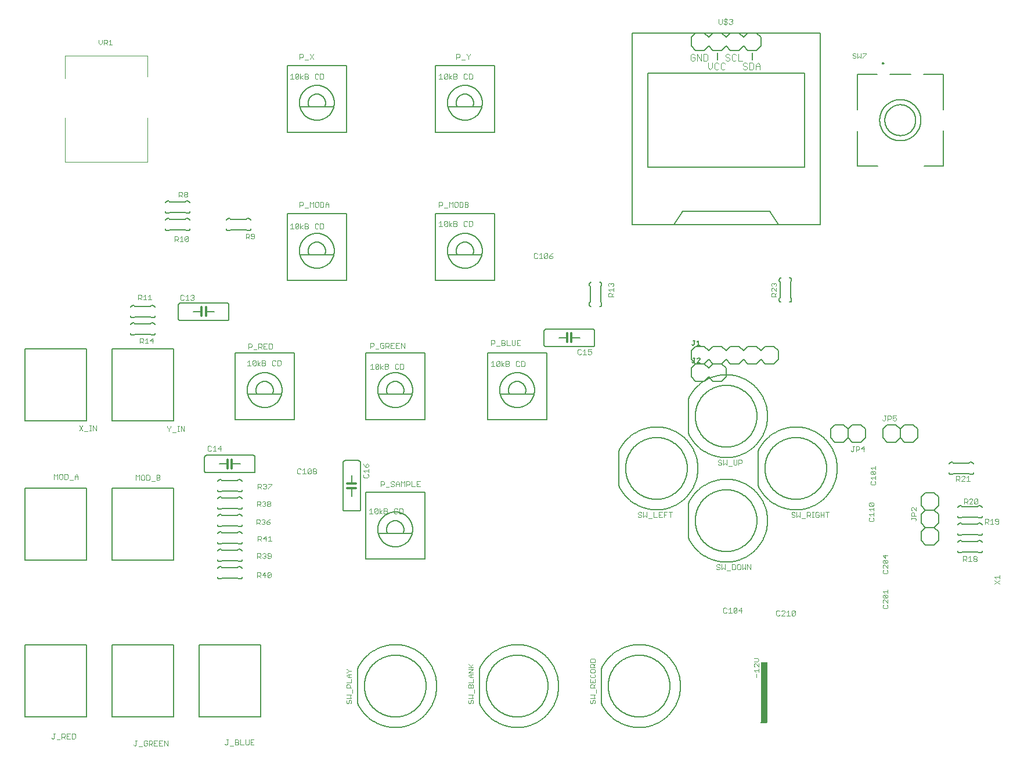
<source format=gbr>
G04 EAGLE Gerber RS-274X export*
G75*
%MOMM*%
%FSLAX34Y34*%
%LPD*%
%INSilkscreen Top*%
%IPPOS*%
%AMOC8*
5,1,8,0,0,1.08239X$1,22.5*%
G01*
%ADD10C,0.076200*%
%ADD11C,0.152400*%
%ADD12C,0.127000*%
%ADD13C,0.203200*%
%ADD14C,0.304800*%
%ADD15C,0.200000*%
%ADD16C,0.100000*%
%ADD17C,0.100000*%

G36*
X1328510Y72914D02*
X1328510Y72914D01*
X1328601Y72921D01*
X1328631Y72933D01*
X1328663Y72939D01*
X1328743Y72981D01*
X1328827Y73017D01*
X1328859Y73043D01*
X1328880Y73054D01*
X1328902Y73077D01*
X1328958Y73122D01*
X1330228Y74392D01*
X1330281Y74466D01*
X1330341Y74535D01*
X1330353Y74565D01*
X1330372Y74591D01*
X1330399Y74678D01*
X1330433Y74763D01*
X1330437Y74804D01*
X1330444Y74827D01*
X1330443Y74859D01*
X1330451Y74930D01*
X1330451Y161290D01*
X1330448Y161310D01*
X1330450Y161329D01*
X1330428Y161431D01*
X1330412Y161533D01*
X1330402Y161550D01*
X1330398Y161570D01*
X1330345Y161659D01*
X1330296Y161750D01*
X1330282Y161764D01*
X1330272Y161781D01*
X1330193Y161848D01*
X1330118Y161920D01*
X1330100Y161928D01*
X1330085Y161941D01*
X1329989Y161980D01*
X1329895Y162023D01*
X1329875Y162025D01*
X1329857Y162033D01*
X1329690Y162051D01*
X1322070Y162051D01*
X1322050Y162048D01*
X1322031Y162050D01*
X1321929Y162028D01*
X1321827Y162012D01*
X1321810Y162002D01*
X1321790Y161998D01*
X1321701Y161945D01*
X1321610Y161896D01*
X1321596Y161882D01*
X1321579Y161872D01*
X1321512Y161793D01*
X1321441Y161718D01*
X1321432Y161700D01*
X1321419Y161685D01*
X1321380Y161589D01*
X1321337Y161495D01*
X1321335Y161475D01*
X1321327Y161457D01*
X1321309Y161290D01*
X1321309Y75245D01*
X1320262Y74198D01*
X1320220Y74140D01*
X1320171Y74088D01*
X1320149Y74041D01*
X1320118Y73999D01*
X1320097Y73930D01*
X1320067Y73865D01*
X1320061Y73813D01*
X1320046Y73763D01*
X1320048Y73692D01*
X1320040Y73621D01*
X1320051Y73570D01*
X1320052Y73518D01*
X1320077Y73450D01*
X1320092Y73380D01*
X1320119Y73336D01*
X1320137Y73287D01*
X1320182Y73231D01*
X1320218Y73169D01*
X1320258Y73135D01*
X1320290Y73095D01*
X1320351Y73056D01*
X1320405Y73009D01*
X1320453Y72990D01*
X1320497Y72962D01*
X1320567Y72944D01*
X1320633Y72917D01*
X1320705Y72909D01*
X1320736Y72901D01*
X1320759Y72903D01*
X1320800Y72899D01*
X1328420Y72899D01*
X1328510Y72914D01*
G37*
D10*
X1314193Y140081D02*
X1314193Y144996D01*
X1312964Y147565D02*
X1310507Y150023D01*
X1317879Y150023D01*
X1317879Y152480D02*
X1317879Y147565D01*
X1317879Y155049D02*
X1317879Y159964D01*
X1317879Y155049D02*
X1312964Y159964D01*
X1311735Y159964D01*
X1310507Y158735D01*
X1310507Y156278D01*
X1311735Y155049D01*
X1310507Y162533D02*
X1315422Y162533D01*
X1317879Y164991D01*
X1315422Y167448D01*
X1310507Y167448D01*
X1661535Y276243D02*
X1668907Y281158D01*
X1668907Y276243D02*
X1661535Y281158D01*
X1663992Y283727D02*
X1661535Y286184D01*
X1668907Y286184D01*
X1668907Y283727D02*
X1668907Y288642D01*
D11*
X1595120Y450850D02*
X1595122Y450950D01*
X1595128Y451049D01*
X1595138Y451149D01*
X1595151Y451247D01*
X1595169Y451346D01*
X1595190Y451443D01*
X1595215Y451539D01*
X1595244Y451635D01*
X1595277Y451729D01*
X1595313Y451822D01*
X1595353Y451913D01*
X1595397Y452003D01*
X1595444Y452091D01*
X1595494Y452177D01*
X1595548Y452261D01*
X1595605Y452343D01*
X1595665Y452422D01*
X1595729Y452500D01*
X1595795Y452574D01*
X1595864Y452646D01*
X1595936Y452715D01*
X1596010Y452781D01*
X1596088Y452845D01*
X1596167Y452905D01*
X1596249Y452962D01*
X1596333Y453016D01*
X1596419Y453066D01*
X1596507Y453113D01*
X1596597Y453157D01*
X1596688Y453197D01*
X1596781Y453233D01*
X1596875Y453266D01*
X1596971Y453295D01*
X1597067Y453320D01*
X1597164Y453341D01*
X1597263Y453359D01*
X1597361Y453372D01*
X1597461Y453382D01*
X1597560Y453388D01*
X1597660Y453390D01*
X1595120Y438150D02*
X1595122Y438050D01*
X1595128Y437951D01*
X1595138Y437851D01*
X1595151Y437753D01*
X1595169Y437654D01*
X1595190Y437557D01*
X1595215Y437461D01*
X1595244Y437365D01*
X1595277Y437271D01*
X1595313Y437178D01*
X1595353Y437087D01*
X1595397Y436997D01*
X1595444Y436909D01*
X1595494Y436823D01*
X1595548Y436739D01*
X1595605Y436657D01*
X1595665Y436578D01*
X1595729Y436500D01*
X1595795Y436426D01*
X1595864Y436354D01*
X1595936Y436285D01*
X1596010Y436219D01*
X1596088Y436155D01*
X1596167Y436095D01*
X1596249Y436038D01*
X1596333Y435984D01*
X1596419Y435934D01*
X1596507Y435887D01*
X1596597Y435843D01*
X1596688Y435803D01*
X1596781Y435767D01*
X1596875Y435734D01*
X1596971Y435705D01*
X1597067Y435680D01*
X1597164Y435659D01*
X1597263Y435641D01*
X1597361Y435628D01*
X1597461Y435618D01*
X1597560Y435612D01*
X1597660Y435610D01*
X1628140Y435610D02*
X1628240Y435612D01*
X1628339Y435618D01*
X1628439Y435628D01*
X1628537Y435641D01*
X1628636Y435659D01*
X1628733Y435680D01*
X1628829Y435705D01*
X1628925Y435734D01*
X1629019Y435767D01*
X1629112Y435803D01*
X1629203Y435843D01*
X1629293Y435887D01*
X1629381Y435934D01*
X1629467Y435984D01*
X1629551Y436038D01*
X1629633Y436095D01*
X1629712Y436155D01*
X1629790Y436219D01*
X1629864Y436285D01*
X1629936Y436354D01*
X1630005Y436426D01*
X1630071Y436500D01*
X1630135Y436578D01*
X1630195Y436657D01*
X1630252Y436739D01*
X1630306Y436823D01*
X1630356Y436909D01*
X1630403Y436997D01*
X1630447Y437087D01*
X1630487Y437178D01*
X1630523Y437271D01*
X1630556Y437365D01*
X1630585Y437461D01*
X1630610Y437557D01*
X1630631Y437654D01*
X1630649Y437753D01*
X1630662Y437851D01*
X1630672Y437951D01*
X1630678Y438050D01*
X1630680Y438150D01*
X1630680Y450850D02*
X1630678Y450950D01*
X1630672Y451049D01*
X1630662Y451149D01*
X1630649Y451247D01*
X1630631Y451346D01*
X1630610Y451443D01*
X1630585Y451539D01*
X1630556Y451635D01*
X1630523Y451729D01*
X1630487Y451822D01*
X1630447Y451913D01*
X1630403Y452003D01*
X1630356Y452091D01*
X1630306Y452177D01*
X1630252Y452261D01*
X1630195Y452343D01*
X1630135Y452422D01*
X1630071Y452500D01*
X1630005Y452574D01*
X1629936Y452646D01*
X1629864Y452715D01*
X1629790Y452781D01*
X1629712Y452845D01*
X1629633Y452905D01*
X1629551Y452962D01*
X1629467Y453016D01*
X1629381Y453066D01*
X1629293Y453113D01*
X1629203Y453157D01*
X1629112Y453197D01*
X1629019Y453233D01*
X1628925Y453266D01*
X1628829Y453295D01*
X1628733Y453320D01*
X1628636Y453341D01*
X1628537Y453359D01*
X1628439Y453372D01*
X1628339Y453382D01*
X1628240Y453388D01*
X1628140Y453390D01*
X1600200Y453390D02*
X1597660Y453390D01*
X1600200Y453390D02*
X1601470Y452120D01*
X1600200Y435610D02*
X1597660Y435610D01*
X1600200Y435610D02*
X1601470Y436880D01*
X1624330Y452120D02*
X1625600Y453390D01*
X1624330Y452120D02*
X1601470Y452120D01*
X1624330Y436880D02*
X1625600Y435610D01*
X1624330Y436880D02*
X1601470Y436880D01*
X1625600Y453390D02*
X1628140Y453390D01*
X1628140Y435610D02*
X1625600Y435610D01*
D10*
X1605661Y433203D02*
X1605661Y425831D01*
X1605661Y433203D02*
X1609347Y433203D01*
X1610576Y431975D01*
X1610576Y429517D01*
X1609347Y428288D01*
X1605661Y428288D01*
X1608118Y428288D02*
X1610576Y425831D01*
X1613145Y425831D02*
X1618060Y425831D01*
X1613145Y425831D02*
X1618060Y430746D01*
X1618060Y431975D01*
X1616831Y433203D01*
X1614374Y433203D01*
X1613145Y431975D01*
X1620629Y430746D02*
X1623087Y433203D01*
X1623087Y425831D01*
X1625544Y425831D02*
X1620629Y425831D01*
D11*
X1554480Y351790D02*
X1554480Y339090D01*
X1554480Y351790D02*
X1560830Y358140D01*
X1573530Y358140D01*
X1579880Y351790D01*
X1560830Y358140D02*
X1554480Y364490D01*
X1554480Y377190D01*
X1560830Y383540D01*
X1573530Y383540D01*
X1579880Y377190D01*
X1579880Y364490D01*
X1573530Y358140D01*
X1573530Y332740D02*
X1560830Y332740D01*
X1554480Y339090D01*
X1573530Y332740D02*
X1579880Y339090D01*
X1579880Y351790D01*
X1560830Y383540D02*
X1554480Y389890D01*
X1554480Y402590D01*
X1560830Y408940D01*
X1573530Y408940D01*
X1579880Y402590D01*
X1579880Y389890D01*
X1573530Y383540D01*
D10*
X1547241Y369148D02*
X1546012Y367919D01*
X1547241Y369148D02*
X1547241Y370376D01*
X1546012Y371605D01*
X1539869Y371605D01*
X1539869Y370376D02*
X1539869Y372834D01*
X1539869Y375403D02*
X1547241Y375403D01*
X1539869Y375403D02*
X1539869Y379089D01*
X1541097Y380318D01*
X1543555Y380318D01*
X1544784Y379089D01*
X1544784Y375403D01*
X1547241Y382887D02*
X1547241Y387802D01*
X1547241Y382887D02*
X1542326Y387802D01*
X1541097Y387802D01*
X1539869Y386573D01*
X1539869Y384116D01*
X1541097Y382887D01*
D12*
X1215000Y393300D02*
X1215628Y394638D01*
X1216288Y395959D01*
X1216981Y397265D01*
X1217705Y398553D01*
X1218461Y399823D01*
X1219247Y401074D01*
X1220064Y402305D01*
X1220910Y403516D01*
X1221786Y404706D01*
X1222691Y405875D01*
X1223624Y407020D01*
X1224585Y408143D01*
X1225573Y409242D01*
X1226588Y410316D01*
X1227628Y411365D01*
X1228694Y412389D01*
X1229785Y413386D01*
X1230899Y414356D01*
X1232038Y415298D01*
X1233198Y416213D01*
X1234381Y417098D01*
X1235585Y417955D01*
X1236810Y418782D01*
X1238054Y419578D01*
X1239318Y420344D01*
X1240600Y421079D01*
X1241900Y421782D01*
X1243216Y422453D01*
X1244549Y423092D01*
X1245896Y423698D01*
X1247258Y424271D01*
X1248634Y424811D01*
X1250022Y425316D01*
X1251423Y425788D01*
X1252834Y426225D01*
X1254256Y426628D01*
X1255687Y426995D01*
X1257127Y427328D01*
X1258575Y427625D01*
X1260029Y427886D01*
X1261489Y428113D01*
X1262954Y428303D01*
X1264424Y428457D01*
X1265897Y428576D01*
X1267372Y428658D01*
X1268849Y428704D01*
X1270327Y428714D01*
X1271804Y428688D01*
X1273281Y428626D01*
X1274755Y428528D01*
X1276227Y428393D01*
X1277694Y428223D01*
X1279158Y428017D01*
X1280615Y427775D01*
X1282067Y427498D01*
X1283511Y427185D01*
X1284947Y426837D01*
X1286374Y426454D01*
X1287792Y426036D01*
X1289198Y425583D01*
X1290593Y425097D01*
X1291976Y424576D01*
X1293346Y424022D01*
X1294702Y423434D01*
X1296043Y422814D01*
X1297368Y422160D01*
X1298677Y421475D01*
X1299969Y420758D01*
X1301243Y420009D01*
X1302499Y419229D01*
X1303734Y418419D01*
X1304950Y417579D01*
X1306145Y416710D01*
X1307318Y415811D01*
X1308469Y414885D01*
X1309597Y413930D01*
X1310701Y412948D01*
X1311781Y411939D01*
X1312835Y410904D01*
X1313864Y409844D01*
X1314867Y408759D01*
X1315843Y407649D01*
X1316792Y406516D01*
X1317713Y405360D01*
X1318605Y404182D01*
X1319468Y402983D01*
X1320301Y401763D01*
X1321105Y400523D01*
X1321877Y399263D01*
X1322619Y397985D01*
X1323329Y396689D01*
X1324008Y395377D01*
X1324654Y394048D01*
X1325267Y392703D01*
X1325847Y391344D01*
X1326394Y389972D01*
X1326907Y388586D01*
X1327387Y387188D01*
X1327831Y385779D01*
X1328241Y384359D01*
X1328617Y382930D01*
X1328957Y381492D01*
X1329262Y380046D01*
X1329532Y378593D01*
X1329766Y377134D01*
X1329964Y375670D01*
X1330126Y374201D01*
X1330252Y372729D01*
X1330343Y371254D01*
X1330397Y369778D01*
X1330415Y368300D01*
X1330397Y366822D01*
X1330343Y365346D01*
X1330252Y363871D01*
X1330126Y362399D01*
X1329964Y360930D01*
X1329766Y359466D01*
X1329532Y358007D01*
X1329262Y356554D01*
X1328957Y355108D01*
X1328617Y353670D01*
X1328241Y352241D01*
X1327831Y350821D01*
X1327387Y349412D01*
X1326907Y348014D01*
X1326394Y346628D01*
X1325847Y345256D01*
X1325267Y343897D01*
X1324654Y342552D01*
X1324008Y341223D01*
X1323329Y339911D01*
X1322619Y338615D01*
X1321877Y337337D01*
X1321105Y336077D01*
X1320301Y334837D01*
X1319468Y333617D01*
X1318605Y332418D01*
X1317713Y331240D01*
X1316792Y330084D01*
X1315843Y328951D01*
X1314867Y327841D01*
X1313864Y326756D01*
X1312835Y325696D01*
X1311781Y324661D01*
X1310701Y323652D01*
X1309597Y322670D01*
X1308469Y321715D01*
X1307318Y320789D01*
X1306145Y319890D01*
X1304950Y319021D01*
X1303734Y318181D01*
X1302499Y317371D01*
X1301243Y316591D01*
X1299969Y315842D01*
X1298677Y315125D01*
X1297368Y314440D01*
X1296043Y313786D01*
X1294702Y313166D01*
X1293346Y312578D01*
X1291976Y312024D01*
X1290593Y311503D01*
X1289198Y311017D01*
X1287792Y310564D01*
X1286374Y310146D01*
X1284947Y309763D01*
X1283511Y309415D01*
X1282067Y309102D01*
X1280615Y308825D01*
X1279158Y308583D01*
X1277694Y308377D01*
X1276227Y308207D01*
X1274755Y308072D01*
X1273281Y307974D01*
X1271804Y307912D01*
X1270327Y307886D01*
X1268849Y307896D01*
X1267372Y307942D01*
X1265897Y308024D01*
X1264424Y308143D01*
X1262954Y308297D01*
X1261489Y308487D01*
X1260029Y308714D01*
X1258575Y308975D01*
X1257127Y309272D01*
X1255687Y309605D01*
X1254256Y309972D01*
X1252834Y310375D01*
X1251423Y310812D01*
X1250022Y311284D01*
X1248634Y311789D01*
X1247258Y312329D01*
X1245896Y312902D01*
X1244549Y313508D01*
X1243216Y314147D01*
X1241900Y314818D01*
X1240600Y315521D01*
X1239318Y316256D01*
X1238054Y317022D01*
X1236810Y317818D01*
X1235585Y318645D01*
X1234381Y319502D01*
X1233198Y320387D01*
X1232038Y321302D01*
X1230899Y322244D01*
X1229785Y323214D01*
X1228694Y324211D01*
X1227628Y325235D01*
X1226588Y326284D01*
X1225573Y327358D01*
X1224585Y328457D01*
X1223624Y329580D01*
X1222691Y330725D01*
X1221786Y331894D01*
X1220910Y333084D01*
X1220064Y334295D01*
X1219247Y335526D01*
X1218461Y336777D01*
X1217705Y338047D01*
X1216981Y339335D01*
X1216288Y340641D01*
X1215628Y341962D01*
X1215000Y343300D01*
X1215000Y393300D01*
X1225000Y368300D02*
X1225014Y369404D01*
X1225054Y370508D01*
X1225122Y371610D01*
X1225217Y372711D01*
X1225338Y373808D01*
X1225487Y374903D01*
X1225663Y375993D01*
X1225865Y377079D01*
X1226093Y378160D01*
X1226349Y379234D01*
X1226630Y380302D01*
X1226938Y381363D01*
X1227271Y382416D01*
X1227631Y383460D01*
X1228015Y384495D01*
X1228425Y385521D01*
X1228861Y386536D01*
X1229320Y387540D01*
X1229805Y388533D01*
X1230314Y389513D01*
X1230846Y390480D01*
X1231402Y391435D01*
X1231982Y392375D01*
X1232584Y393301D01*
X1233209Y394211D01*
X1233856Y395106D01*
X1234524Y395985D01*
X1235215Y396848D01*
X1235926Y397693D01*
X1236657Y398520D01*
X1237409Y399329D01*
X1238180Y400120D01*
X1238971Y400891D01*
X1239780Y401643D01*
X1240607Y402374D01*
X1241452Y403085D01*
X1242315Y403776D01*
X1243194Y404444D01*
X1244089Y405091D01*
X1244999Y405716D01*
X1245925Y406318D01*
X1246865Y406898D01*
X1247820Y407454D01*
X1248787Y407986D01*
X1249767Y408495D01*
X1250760Y408980D01*
X1251764Y409439D01*
X1252779Y409875D01*
X1253805Y410285D01*
X1254840Y410669D01*
X1255884Y411029D01*
X1256937Y411362D01*
X1257998Y411670D01*
X1259066Y411951D01*
X1260140Y412207D01*
X1261221Y412435D01*
X1262307Y412637D01*
X1263397Y412813D01*
X1264492Y412962D01*
X1265589Y413083D01*
X1266690Y413178D01*
X1267792Y413246D01*
X1268896Y413286D01*
X1270000Y413300D01*
X1271104Y413286D01*
X1272208Y413246D01*
X1273310Y413178D01*
X1274411Y413083D01*
X1275508Y412962D01*
X1276603Y412813D01*
X1277693Y412637D01*
X1278779Y412435D01*
X1279860Y412207D01*
X1280934Y411951D01*
X1282002Y411670D01*
X1283063Y411362D01*
X1284116Y411029D01*
X1285160Y410669D01*
X1286195Y410285D01*
X1287221Y409875D01*
X1288236Y409439D01*
X1289240Y408980D01*
X1290233Y408495D01*
X1291213Y407986D01*
X1292180Y407454D01*
X1293135Y406898D01*
X1294075Y406318D01*
X1295001Y405716D01*
X1295911Y405091D01*
X1296806Y404444D01*
X1297685Y403776D01*
X1298548Y403085D01*
X1299393Y402374D01*
X1300220Y401643D01*
X1301029Y400891D01*
X1301820Y400120D01*
X1302591Y399329D01*
X1303343Y398520D01*
X1304074Y397693D01*
X1304785Y396848D01*
X1305476Y395985D01*
X1306144Y395106D01*
X1306791Y394211D01*
X1307416Y393301D01*
X1308018Y392375D01*
X1308598Y391435D01*
X1309154Y390480D01*
X1309686Y389513D01*
X1310195Y388533D01*
X1310680Y387540D01*
X1311139Y386536D01*
X1311575Y385521D01*
X1311985Y384495D01*
X1312369Y383460D01*
X1312729Y382416D01*
X1313062Y381363D01*
X1313370Y380302D01*
X1313651Y379234D01*
X1313907Y378160D01*
X1314135Y377079D01*
X1314337Y375993D01*
X1314513Y374903D01*
X1314662Y373808D01*
X1314783Y372711D01*
X1314878Y371610D01*
X1314946Y370508D01*
X1314986Y369404D01*
X1315000Y368300D01*
X1314986Y367196D01*
X1314946Y366092D01*
X1314878Y364990D01*
X1314783Y363889D01*
X1314662Y362792D01*
X1314513Y361697D01*
X1314337Y360607D01*
X1314135Y359521D01*
X1313907Y358440D01*
X1313651Y357366D01*
X1313370Y356298D01*
X1313062Y355237D01*
X1312729Y354184D01*
X1312369Y353140D01*
X1311985Y352105D01*
X1311575Y351079D01*
X1311139Y350064D01*
X1310680Y349060D01*
X1310195Y348067D01*
X1309686Y347087D01*
X1309154Y346120D01*
X1308598Y345165D01*
X1308018Y344225D01*
X1307416Y343299D01*
X1306791Y342389D01*
X1306144Y341494D01*
X1305476Y340615D01*
X1304785Y339752D01*
X1304074Y338907D01*
X1303343Y338080D01*
X1302591Y337271D01*
X1301820Y336480D01*
X1301029Y335709D01*
X1300220Y334957D01*
X1299393Y334226D01*
X1298548Y333515D01*
X1297685Y332824D01*
X1296806Y332156D01*
X1295911Y331509D01*
X1295001Y330884D01*
X1294075Y330282D01*
X1293135Y329702D01*
X1292180Y329146D01*
X1291213Y328614D01*
X1290233Y328105D01*
X1289240Y327620D01*
X1288236Y327161D01*
X1287221Y326725D01*
X1286195Y326315D01*
X1285160Y325931D01*
X1284116Y325571D01*
X1283063Y325238D01*
X1282002Y324930D01*
X1280934Y324649D01*
X1279860Y324393D01*
X1278779Y324165D01*
X1277693Y323963D01*
X1276603Y323787D01*
X1275508Y323638D01*
X1274411Y323517D01*
X1273310Y323422D01*
X1272208Y323354D01*
X1271104Y323314D01*
X1270000Y323300D01*
X1268896Y323314D01*
X1267792Y323354D01*
X1266690Y323422D01*
X1265589Y323517D01*
X1264492Y323638D01*
X1263397Y323787D01*
X1262307Y323963D01*
X1261221Y324165D01*
X1260140Y324393D01*
X1259066Y324649D01*
X1257998Y324930D01*
X1256937Y325238D01*
X1255884Y325571D01*
X1254840Y325931D01*
X1253805Y326315D01*
X1252779Y326725D01*
X1251764Y327161D01*
X1250760Y327620D01*
X1249767Y328105D01*
X1248787Y328614D01*
X1247820Y329146D01*
X1246865Y329702D01*
X1245925Y330282D01*
X1244999Y330884D01*
X1244089Y331509D01*
X1243194Y332156D01*
X1242315Y332824D01*
X1241452Y333515D01*
X1240607Y334226D01*
X1239780Y334957D01*
X1238971Y335709D01*
X1238180Y336480D01*
X1237409Y337271D01*
X1236657Y338080D01*
X1235926Y338907D01*
X1235215Y339752D01*
X1234524Y340615D01*
X1233856Y341494D01*
X1233209Y342389D01*
X1232584Y343299D01*
X1231982Y344225D01*
X1231402Y345165D01*
X1230846Y346120D01*
X1230314Y347087D01*
X1229805Y348067D01*
X1229320Y349060D01*
X1228861Y350064D01*
X1228425Y351079D01*
X1228015Y352105D01*
X1227631Y353140D01*
X1227271Y354184D01*
X1226938Y355237D01*
X1226630Y356298D01*
X1226349Y357366D01*
X1226093Y358440D01*
X1225865Y359521D01*
X1225663Y360607D01*
X1225487Y361697D01*
X1225338Y362792D01*
X1225217Y363889D01*
X1225122Y364990D01*
X1225054Y366092D01*
X1225014Y367196D01*
X1225000Y368300D01*
D10*
X1259778Y304425D02*
X1261007Y303197D01*
X1259778Y304425D02*
X1257321Y304425D01*
X1256092Y303197D01*
X1256092Y301968D01*
X1257321Y300739D01*
X1259778Y300739D01*
X1261007Y299510D01*
X1261007Y298282D01*
X1259778Y297053D01*
X1257321Y297053D01*
X1256092Y298282D01*
X1263576Y297053D02*
X1263576Y304425D01*
X1266033Y299510D02*
X1263576Y297053D01*
X1266033Y299510D02*
X1268491Y297053D01*
X1268491Y304425D01*
X1271060Y295824D02*
X1275975Y295824D01*
X1278544Y297053D02*
X1278544Y304425D01*
X1278544Y297053D02*
X1282231Y297053D01*
X1283459Y298282D01*
X1283459Y303197D01*
X1282231Y304425D01*
X1278544Y304425D01*
X1287257Y304425D02*
X1289715Y304425D01*
X1287257Y304425D02*
X1286029Y303197D01*
X1286029Y298282D01*
X1287257Y297053D01*
X1289715Y297053D01*
X1290943Y298282D01*
X1290943Y303197D01*
X1289715Y304425D01*
X1293513Y304425D02*
X1293513Y297053D01*
X1295970Y299510D01*
X1298428Y297053D01*
X1298428Y304425D01*
X1300997Y304425D02*
X1300997Y297053D01*
X1305912Y297053D02*
X1300997Y304425D01*
X1305912Y304425D02*
X1305912Y297053D01*
D12*
X1215000Y495700D02*
X1215628Y494362D01*
X1216288Y493041D01*
X1216981Y491735D01*
X1217705Y490447D01*
X1218461Y489177D01*
X1219247Y487926D01*
X1220064Y486695D01*
X1220910Y485484D01*
X1221786Y484294D01*
X1222691Y483125D01*
X1223624Y481980D01*
X1224585Y480857D01*
X1225573Y479758D01*
X1226588Y478684D01*
X1227628Y477635D01*
X1228694Y476611D01*
X1229785Y475614D01*
X1230899Y474644D01*
X1232038Y473702D01*
X1233198Y472787D01*
X1234381Y471902D01*
X1235585Y471045D01*
X1236810Y470218D01*
X1238054Y469422D01*
X1239318Y468656D01*
X1240600Y467921D01*
X1241900Y467218D01*
X1243216Y466547D01*
X1244549Y465908D01*
X1245896Y465302D01*
X1247258Y464729D01*
X1248634Y464189D01*
X1250022Y463684D01*
X1251423Y463212D01*
X1252834Y462775D01*
X1254256Y462372D01*
X1255687Y462005D01*
X1257127Y461672D01*
X1258575Y461375D01*
X1260029Y461114D01*
X1261489Y460887D01*
X1262954Y460697D01*
X1264424Y460543D01*
X1265897Y460424D01*
X1267372Y460342D01*
X1268849Y460296D01*
X1270327Y460286D01*
X1271804Y460312D01*
X1273281Y460374D01*
X1274755Y460472D01*
X1276227Y460607D01*
X1277694Y460777D01*
X1279158Y460983D01*
X1280615Y461225D01*
X1282067Y461502D01*
X1283511Y461815D01*
X1284947Y462163D01*
X1286374Y462546D01*
X1287792Y462964D01*
X1289198Y463417D01*
X1290593Y463903D01*
X1291976Y464424D01*
X1293346Y464978D01*
X1294702Y465566D01*
X1296043Y466186D01*
X1297368Y466840D01*
X1298677Y467525D01*
X1299969Y468242D01*
X1301243Y468991D01*
X1302499Y469771D01*
X1303734Y470581D01*
X1304950Y471421D01*
X1306145Y472290D01*
X1307318Y473189D01*
X1308469Y474115D01*
X1309597Y475070D01*
X1310701Y476052D01*
X1311781Y477061D01*
X1312835Y478096D01*
X1313864Y479156D01*
X1314867Y480241D01*
X1315843Y481351D01*
X1316792Y482484D01*
X1317713Y483640D01*
X1318605Y484818D01*
X1319468Y486017D01*
X1320301Y487237D01*
X1321105Y488477D01*
X1321877Y489737D01*
X1322619Y491015D01*
X1323329Y492311D01*
X1324008Y493623D01*
X1324654Y494952D01*
X1325267Y496297D01*
X1325847Y497656D01*
X1326394Y499028D01*
X1326907Y500414D01*
X1327387Y501812D01*
X1327831Y503221D01*
X1328241Y504641D01*
X1328617Y506070D01*
X1328957Y507508D01*
X1329262Y508954D01*
X1329532Y510407D01*
X1329766Y511866D01*
X1329964Y513330D01*
X1330126Y514799D01*
X1330252Y516271D01*
X1330343Y517746D01*
X1330397Y519222D01*
X1330415Y520700D01*
X1330397Y522178D01*
X1330343Y523654D01*
X1330252Y525129D01*
X1330126Y526601D01*
X1329964Y528070D01*
X1329766Y529534D01*
X1329532Y530993D01*
X1329262Y532446D01*
X1328957Y533892D01*
X1328617Y535330D01*
X1328241Y536759D01*
X1327831Y538179D01*
X1327387Y539588D01*
X1326907Y540986D01*
X1326394Y542372D01*
X1325847Y543744D01*
X1325267Y545103D01*
X1324654Y546448D01*
X1324008Y547777D01*
X1323329Y549089D01*
X1322619Y550385D01*
X1321877Y551663D01*
X1321105Y552923D01*
X1320301Y554163D01*
X1319468Y555383D01*
X1318605Y556582D01*
X1317713Y557760D01*
X1316792Y558916D01*
X1315843Y560049D01*
X1314867Y561159D01*
X1313864Y562244D01*
X1312835Y563304D01*
X1311781Y564339D01*
X1310701Y565348D01*
X1309597Y566330D01*
X1308469Y567285D01*
X1307318Y568211D01*
X1306145Y569110D01*
X1304950Y569979D01*
X1303734Y570819D01*
X1302499Y571629D01*
X1301243Y572409D01*
X1299969Y573158D01*
X1298677Y573875D01*
X1297368Y574560D01*
X1296043Y575214D01*
X1294702Y575834D01*
X1293346Y576422D01*
X1291976Y576976D01*
X1290593Y577497D01*
X1289198Y577983D01*
X1287792Y578436D01*
X1286374Y578854D01*
X1284947Y579237D01*
X1283511Y579585D01*
X1282067Y579898D01*
X1280615Y580175D01*
X1279158Y580417D01*
X1277694Y580623D01*
X1276227Y580793D01*
X1274755Y580928D01*
X1273281Y581026D01*
X1271804Y581088D01*
X1270327Y581114D01*
X1268849Y581104D01*
X1267372Y581058D01*
X1265897Y580976D01*
X1264424Y580857D01*
X1262954Y580703D01*
X1261489Y580513D01*
X1260029Y580286D01*
X1258575Y580025D01*
X1257127Y579728D01*
X1255687Y579395D01*
X1254256Y579028D01*
X1252834Y578625D01*
X1251423Y578188D01*
X1250022Y577716D01*
X1248634Y577211D01*
X1247258Y576671D01*
X1245896Y576098D01*
X1244549Y575492D01*
X1243216Y574853D01*
X1241900Y574182D01*
X1240600Y573479D01*
X1239318Y572744D01*
X1238054Y571978D01*
X1236810Y571182D01*
X1235585Y570355D01*
X1234381Y569498D01*
X1233198Y568613D01*
X1232038Y567698D01*
X1230899Y566756D01*
X1229785Y565786D01*
X1228694Y564789D01*
X1227628Y563765D01*
X1226588Y562716D01*
X1225573Y561642D01*
X1224585Y560543D01*
X1223624Y559420D01*
X1222691Y558275D01*
X1221786Y557106D01*
X1220910Y555916D01*
X1220064Y554705D01*
X1219247Y553474D01*
X1218461Y552223D01*
X1217705Y550953D01*
X1216981Y549665D01*
X1216288Y548359D01*
X1215628Y547038D01*
X1215000Y545700D01*
X1215000Y495700D01*
X1225000Y520700D02*
X1225014Y521804D01*
X1225054Y522908D01*
X1225122Y524010D01*
X1225217Y525111D01*
X1225338Y526208D01*
X1225487Y527303D01*
X1225663Y528393D01*
X1225865Y529479D01*
X1226093Y530560D01*
X1226349Y531634D01*
X1226630Y532702D01*
X1226938Y533763D01*
X1227271Y534816D01*
X1227631Y535860D01*
X1228015Y536895D01*
X1228425Y537921D01*
X1228861Y538936D01*
X1229320Y539940D01*
X1229805Y540933D01*
X1230314Y541913D01*
X1230846Y542880D01*
X1231402Y543835D01*
X1231982Y544775D01*
X1232584Y545701D01*
X1233209Y546611D01*
X1233856Y547506D01*
X1234524Y548385D01*
X1235215Y549248D01*
X1235926Y550093D01*
X1236657Y550920D01*
X1237409Y551729D01*
X1238180Y552520D01*
X1238971Y553291D01*
X1239780Y554043D01*
X1240607Y554774D01*
X1241452Y555485D01*
X1242315Y556176D01*
X1243194Y556844D01*
X1244089Y557491D01*
X1244999Y558116D01*
X1245925Y558718D01*
X1246865Y559298D01*
X1247820Y559854D01*
X1248787Y560386D01*
X1249767Y560895D01*
X1250760Y561380D01*
X1251764Y561839D01*
X1252779Y562275D01*
X1253805Y562685D01*
X1254840Y563069D01*
X1255884Y563429D01*
X1256937Y563762D01*
X1257998Y564070D01*
X1259066Y564351D01*
X1260140Y564607D01*
X1261221Y564835D01*
X1262307Y565037D01*
X1263397Y565213D01*
X1264492Y565362D01*
X1265589Y565483D01*
X1266690Y565578D01*
X1267792Y565646D01*
X1268896Y565686D01*
X1270000Y565700D01*
X1271104Y565686D01*
X1272208Y565646D01*
X1273310Y565578D01*
X1274411Y565483D01*
X1275508Y565362D01*
X1276603Y565213D01*
X1277693Y565037D01*
X1278779Y564835D01*
X1279860Y564607D01*
X1280934Y564351D01*
X1282002Y564070D01*
X1283063Y563762D01*
X1284116Y563429D01*
X1285160Y563069D01*
X1286195Y562685D01*
X1287221Y562275D01*
X1288236Y561839D01*
X1289240Y561380D01*
X1290233Y560895D01*
X1291213Y560386D01*
X1292180Y559854D01*
X1293135Y559298D01*
X1294075Y558718D01*
X1295001Y558116D01*
X1295911Y557491D01*
X1296806Y556844D01*
X1297685Y556176D01*
X1298548Y555485D01*
X1299393Y554774D01*
X1300220Y554043D01*
X1301029Y553291D01*
X1301820Y552520D01*
X1302591Y551729D01*
X1303343Y550920D01*
X1304074Y550093D01*
X1304785Y549248D01*
X1305476Y548385D01*
X1306144Y547506D01*
X1306791Y546611D01*
X1307416Y545701D01*
X1308018Y544775D01*
X1308598Y543835D01*
X1309154Y542880D01*
X1309686Y541913D01*
X1310195Y540933D01*
X1310680Y539940D01*
X1311139Y538936D01*
X1311575Y537921D01*
X1311985Y536895D01*
X1312369Y535860D01*
X1312729Y534816D01*
X1313062Y533763D01*
X1313370Y532702D01*
X1313651Y531634D01*
X1313907Y530560D01*
X1314135Y529479D01*
X1314337Y528393D01*
X1314513Y527303D01*
X1314662Y526208D01*
X1314783Y525111D01*
X1314878Y524010D01*
X1314946Y522908D01*
X1314986Y521804D01*
X1315000Y520700D01*
X1314986Y519596D01*
X1314946Y518492D01*
X1314878Y517390D01*
X1314783Y516289D01*
X1314662Y515192D01*
X1314513Y514097D01*
X1314337Y513007D01*
X1314135Y511921D01*
X1313907Y510840D01*
X1313651Y509766D01*
X1313370Y508698D01*
X1313062Y507637D01*
X1312729Y506584D01*
X1312369Y505540D01*
X1311985Y504505D01*
X1311575Y503479D01*
X1311139Y502464D01*
X1310680Y501460D01*
X1310195Y500467D01*
X1309686Y499487D01*
X1309154Y498520D01*
X1308598Y497565D01*
X1308018Y496625D01*
X1307416Y495699D01*
X1306791Y494789D01*
X1306144Y493894D01*
X1305476Y493015D01*
X1304785Y492152D01*
X1304074Y491307D01*
X1303343Y490480D01*
X1302591Y489671D01*
X1301820Y488880D01*
X1301029Y488109D01*
X1300220Y487357D01*
X1299393Y486626D01*
X1298548Y485915D01*
X1297685Y485224D01*
X1296806Y484556D01*
X1295911Y483909D01*
X1295001Y483284D01*
X1294075Y482682D01*
X1293135Y482102D01*
X1292180Y481546D01*
X1291213Y481014D01*
X1290233Y480505D01*
X1289240Y480020D01*
X1288236Y479561D01*
X1287221Y479125D01*
X1286195Y478715D01*
X1285160Y478331D01*
X1284116Y477971D01*
X1283063Y477638D01*
X1282002Y477330D01*
X1280934Y477049D01*
X1279860Y476793D01*
X1278779Y476565D01*
X1277693Y476363D01*
X1276603Y476187D01*
X1275508Y476038D01*
X1274411Y475917D01*
X1273310Y475822D01*
X1272208Y475754D01*
X1271104Y475714D01*
X1270000Y475700D01*
X1268896Y475714D01*
X1267792Y475754D01*
X1266690Y475822D01*
X1265589Y475917D01*
X1264492Y476038D01*
X1263397Y476187D01*
X1262307Y476363D01*
X1261221Y476565D01*
X1260140Y476793D01*
X1259066Y477049D01*
X1257998Y477330D01*
X1256937Y477638D01*
X1255884Y477971D01*
X1254840Y478331D01*
X1253805Y478715D01*
X1252779Y479125D01*
X1251764Y479561D01*
X1250760Y480020D01*
X1249767Y480505D01*
X1248787Y481014D01*
X1247820Y481546D01*
X1246865Y482102D01*
X1245925Y482682D01*
X1244999Y483284D01*
X1244089Y483909D01*
X1243194Y484556D01*
X1242315Y485224D01*
X1241452Y485915D01*
X1240607Y486626D01*
X1239780Y487357D01*
X1238971Y488109D01*
X1238180Y488880D01*
X1237409Y489671D01*
X1236657Y490480D01*
X1235926Y491307D01*
X1235215Y492152D01*
X1234524Y493015D01*
X1233856Y493894D01*
X1233209Y494789D01*
X1232584Y495699D01*
X1231982Y496625D01*
X1231402Y497565D01*
X1230846Y498520D01*
X1230314Y499487D01*
X1229805Y500467D01*
X1229320Y501460D01*
X1228861Y502464D01*
X1228425Y503479D01*
X1228015Y504505D01*
X1227631Y505540D01*
X1227271Y506584D01*
X1226938Y507637D01*
X1226630Y508698D01*
X1226349Y509766D01*
X1226093Y510840D01*
X1225865Y511921D01*
X1225663Y513007D01*
X1225487Y514097D01*
X1225338Y515192D01*
X1225217Y516289D01*
X1225122Y517390D01*
X1225054Y518492D01*
X1225014Y519596D01*
X1225000Y520700D01*
D10*
X1262046Y456825D02*
X1263275Y455597D01*
X1262046Y456825D02*
X1259589Y456825D01*
X1258360Y455597D01*
X1258360Y454368D01*
X1259589Y453139D01*
X1262046Y453139D01*
X1263275Y451910D01*
X1263275Y450682D01*
X1262046Y449453D01*
X1259589Y449453D01*
X1258360Y450682D01*
X1265844Y449453D02*
X1265844Y456825D01*
X1268302Y451910D02*
X1265844Y449453D01*
X1268302Y451910D02*
X1270759Y449453D01*
X1270759Y456825D01*
X1273329Y448224D02*
X1278243Y448224D01*
X1280813Y450682D02*
X1280813Y456825D01*
X1280813Y450682D02*
X1282041Y449453D01*
X1284499Y449453D01*
X1285728Y450682D01*
X1285728Y456825D01*
X1288297Y456825D02*
X1288297Y449453D01*
X1288297Y456825D02*
X1291983Y456825D01*
X1293212Y455597D01*
X1293212Y453139D01*
X1291983Y451910D01*
X1288297Y451910D01*
D12*
X639850Y613400D02*
X553950Y613400D01*
X639850Y613400D02*
X639850Y515500D01*
X553950Y515500D01*
X553950Y613400D01*
D13*
X585900Y552550D02*
X585750Y552820D01*
X585608Y553094D01*
X585472Y553372D01*
X585343Y553652D01*
X585220Y553936D01*
X585105Y554222D01*
X584997Y554512D01*
X584896Y554804D01*
X584802Y555098D01*
X584715Y555394D01*
X584635Y555693D01*
X584563Y555993D01*
X584498Y556295D01*
X584441Y556599D01*
X584391Y556903D01*
X584348Y557209D01*
X584313Y557516D01*
X584286Y557824D01*
X584266Y558132D01*
X584253Y558441D01*
X584248Y558750D01*
X584251Y559059D01*
X584261Y559367D01*
X584278Y559676D01*
X584303Y559984D01*
X584336Y560291D01*
X584376Y560597D01*
X584424Y560902D01*
X584479Y561206D01*
X584541Y561509D01*
X584611Y561810D01*
X584688Y562109D01*
X584773Y562406D01*
X584864Y562701D01*
X584963Y562993D01*
X585069Y563284D01*
X585182Y563571D01*
X585302Y563856D01*
X585429Y564137D01*
X585563Y564416D01*
X585703Y564691D01*
X585850Y564962D01*
X586004Y565230D01*
X586164Y565494D01*
X586331Y565755D01*
X586504Y566011D01*
X586683Y566262D01*
X586868Y566509D01*
X587059Y566752D01*
X587256Y566990D01*
X587459Y567223D01*
X587668Y567451D01*
X587882Y567674D01*
X588101Y567891D01*
X588325Y568103D01*
X588555Y568310D01*
X588790Y568511D01*
X589029Y568706D01*
X589273Y568895D01*
X589522Y569078D01*
X589775Y569255D01*
X590033Y569426D01*
X590294Y569591D01*
X590559Y569749D01*
X590829Y569900D01*
X591101Y570045D01*
X591378Y570183D01*
X591657Y570315D01*
X591940Y570439D01*
X592226Y570557D01*
X592514Y570667D01*
X592805Y570771D01*
X593098Y570867D01*
X593394Y570957D01*
X593692Y571039D01*
X593992Y571113D01*
X594293Y571181D01*
X594596Y571240D01*
X594901Y571293D01*
X595206Y571338D01*
X595513Y571376D01*
X595820Y571406D01*
X596128Y571428D01*
X596437Y571444D01*
X596746Y571451D01*
X597054Y571451D01*
X597363Y571444D01*
X597672Y571428D01*
X597980Y571406D01*
X598287Y571376D01*
X598594Y571338D01*
X598899Y571293D01*
X599204Y571240D01*
X599507Y571181D01*
X599808Y571113D01*
X600108Y571039D01*
X600406Y570957D01*
X600702Y570867D01*
X600995Y570771D01*
X601286Y570667D01*
X601574Y570557D01*
X601860Y570439D01*
X602143Y570315D01*
X602422Y570183D01*
X602699Y570045D01*
X602971Y569900D01*
X603241Y569749D01*
X603506Y569591D01*
X603767Y569426D01*
X604025Y569255D01*
X604278Y569078D01*
X604527Y568895D01*
X604771Y568706D01*
X605010Y568511D01*
X605245Y568310D01*
X605475Y568103D01*
X605699Y567891D01*
X605918Y567674D01*
X606132Y567451D01*
X606341Y567223D01*
X606544Y566990D01*
X606741Y566752D01*
X606932Y566509D01*
X607117Y566262D01*
X607296Y566011D01*
X607469Y565755D01*
X607636Y565494D01*
X607796Y565230D01*
X607950Y564962D01*
X608097Y564691D01*
X608237Y564416D01*
X608371Y564137D01*
X608498Y563856D01*
X608618Y563571D01*
X608731Y563284D01*
X608837Y562993D01*
X608936Y562701D01*
X609027Y562406D01*
X609112Y562109D01*
X609189Y561810D01*
X609259Y561509D01*
X609321Y561206D01*
X609376Y560902D01*
X609424Y560597D01*
X609464Y560291D01*
X609497Y559984D01*
X609522Y559676D01*
X609539Y559367D01*
X609549Y559059D01*
X609552Y558750D01*
X609547Y558441D01*
X609534Y558132D01*
X609514Y557824D01*
X609487Y557516D01*
X609452Y557209D01*
X609409Y556903D01*
X609359Y556599D01*
X609302Y556295D01*
X609237Y555993D01*
X609165Y555693D01*
X609085Y555394D01*
X608998Y555098D01*
X608904Y554804D01*
X608803Y554512D01*
X608695Y554222D01*
X608580Y553936D01*
X608457Y553652D01*
X608328Y553372D01*
X608192Y553094D01*
X608050Y552820D01*
X607900Y552550D01*
X585900Y552550D01*
X572650Y552550D02*
X621400Y552550D01*
X571500Y558800D02*
X571508Y559423D01*
X571531Y560046D01*
X571569Y560669D01*
X571622Y561290D01*
X571691Y561909D01*
X571775Y562527D01*
X571874Y563142D01*
X571988Y563755D01*
X572117Y564365D01*
X572261Y564972D01*
X572420Y565575D01*
X572594Y566173D01*
X572782Y566768D01*
X572985Y567357D01*
X573202Y567941D01*
X573433Y568520D01*
X573679Y569093D01*
X573939Y569660D01*
X574212Y570220D01*
X574499Y570773D01*
X574800Y571320D01*
X575114Y571858D01*
X575441Y572389D01*
X575781Y572911D01*
X576133Y573426D01*
X576499Y573931D01*
X576876Y574427D01*
X577266Y574914D01*
X577667Y575391D01*
X578080Y575858D01*
X578504Y576314D01*
X578939Y576761D01*
X579386Y577196D01*
X579842Y577620D01*
X580309Y578033D01*
X580786Y578434D01*
X581273Y578824D01*
X581769Y579201D01*
X582274Y579567D01*
X582789Y579919D01*
X583311Y580259D01*
X583842Y580586D01*
X584380Y580900D01*
X584927Y581201D01*
X585480Y581488D01*
X586040Y581761D01*
X586607Y582021D01*
X587180Y582267D01*
X587759Y582498D01*
X588343Y582715D01*
X588932Y582918D01*
X589527Y583106D01*
X590125Y583280D01*
X590728Y583439D01*
X591335Y583583D01*
X591945Y583712D01*
X592558Y583826D01*
X593173Y583925D01*
X593791Y584009D01*
X594410Y584078D01*
X595031Y584131D01*
X595654Y584169D01*
X596277Y584192D01*
X596900Y584200D01*
X597523Y584192D01*
X598146Y584169D01*
X598769Y584131D01*
X599390Y584078D01*
X600009Y584009D01*
X600627Y583925D01*
X601242Y583826D01*
X601855Y583712D01*
X602465Y583583D01*
X603072Y583439D01*
X603675Y583280D01*
X604273Y583106D01*
X604868Y582918D01*
X605457Y582715D01*
X606041Y582498D01*
X606620Y582267D01*
X607193Y582021D01*
X607760Y581761D01*
X608320Y581488D01*
X608873Y581201D01*
X609420Y580900D01*
X609958Y580586D01*
X610489Y580259D01*
X611011Y579919D01*
X611526Y579567D01*
X612031Y579201D01*
X612527Y578824D01*
X613014Y578434D01*
X613491Y578033D01*
X613958Y577620D01*
X614414Y577196D01*
X614861Y576761D01*
X615296Y576314D01*
X615720Y575858D01*
X616133Y575391D01*
X616534Y574914D01*
X616924Y574427D01*
X617301Y573931D01*
X617667Y573426D01*
X618019Y572911D01*
X618359Y572389D01*
X618686Y571858D01*
X619000Y571320D01*
X619301Y570773D01*
X619588Y570220D01*
X619861Y569660D01*
X620121Y569093D01*
X620367Y568520D01*
X620598Y567941D01*
X620815Y567357D01*
X621018Y566768D01*
X621206Y566173D01*
X621380Y565575D01*
X621539Y564972D01*
X621683Y564365D01*
X621812Y563755D01*
X621926Y563142D01*
X622025Y562527D01*
X622109Y561909D01*
X622178Y561290D01*
X622231Y560669D01*
X622269Y560046D01*
X622292Y559423D01*
X622300Y558800D01*
X622292Y558177D01*
X622269Y557554D01*
X622231Y556931D01*
X622178Y556310D01*
X622109Y555691D01*
X622025Y555073D01*
X621926Y554458D01*
X621812Y553845D01*
X621683Y553235D01*
X621539Y552628D01*
X621380Y552025D01*
X621206Y551427D01*
X621018Y550832D01*
X620815Y550243D01*
X620598Y549659D01*
X620367Y549080D01*
X620121Y548507D01*
X619861Y547940D01*
X619588Y547380D01*
X619301Y546827D01*
X619000Y546280D01*
X618686Y545742D01*
X618359Y545211D01*
X618019Y544689D01*
X617667Y544174D01*
X617301Y543669D01*
X616924Y543173D01*
X616534Y542686D01*
X616133Y542209D01*
X615720Y541742D01*
X615296Y541286D01*
X614861Y540839D01*
X614414Y540404D01*
X613958Y539980D01*
X613491Y539567D01*
X613014Y539166D01*
X612527Y538776D01*
X612031Y538399D01*
X611526Y538033D01*
X611011Y537681D01*
X610489Y537341D01*
X609958Y537014D01*
X609420Y536700D01*
X608873Y536399D01*
X608320Y536112D01*
X607760Y535839D01*
X607193Y535579D01*
X606620Y535333D01*
X606041Y535102D01*
X605457Y534885D01*
X604868Y534682D01*
X604273Y534494D01*
X603675Y534320D01*
X603072Y534161D01*
X602465Y534017D01*
X601855Y533888D01*
X601242Y533774D01*
X600627Y533675D01*
X600009Y533591D01*
X599390Y533522D01*
X598769Y533469D01*
X598146Y533431D01*
X597523Y533408D01*
X596900Y533400D01*
X596277Y533408D01*
X595654Y533431D01*
X595031Y533469D01*
X594410Y533522D01*
X593791Y533591D01*
X593173Y533675D01*
X592558Y533774D01*
X591945Y533888D01*
X591335Y534017D01*
X590728Y534161D01*
X590125Y534320D01*
X589527Y534494D01*
X588932Y534682D01*
X588343Y534885D01*
X587759Y535102D01*
X587180Y535333D01*
X586607Y535579D01*
X586040Y535839D01*
X585480Y536112D01*
X584927Y536399D01*
X584380Y536700D01*
X583842Y537014D01*
X583311Y537341D01*
X582789Y537681D01*
X582274Y538033D01*
X581769Y538399D01*
X581273Y538776D01*
X580786Y539166D01*
X580309Y539567D01*
X579842Y539980D01*
X579386Y540404D01*
X578939Y540839D01*
X578504Y541286D01*
X578080Y541742D01*
X577667Y542209D01*
X577266Y542686D01*
X576876Y543173D01*
X576499Y543669D01*
X576133Y544174D01*
X575781Y544689D01*
X575441Y545211D01*
X575114Y545742D01*
X574800Y546280D01*
X574499Y546827D01*
X574212Y547380D01*
X573939Y547940D01*
X573679Y548507D01*
X573433Y549080D01*
X573202Y549659D01*
X572985Y550243D01*
X572782Y550832D01*
X572594Y551427D01*
X572420Y552025D01*
X572261Y552628D01*
X572117Y553235D01*
X571988Y553845D01*
X571874Y554458D01*
X571775Y555073D01*
X571691Y555691D01*
X571622Y556310D01*
X571569Y556931D01*
X571531Y557554D01*
X571508Y558177D01*
X571500Y558800D01*
D10*
X573151Y618871D02*
X573151Y626243D01*
X576837Y626243D01*
X578066Y625015D01*
X578066Y622557D01*
X576837Y621328D01*
X573151Y621328D01*
X580635Y617642D02*
X585550Y617642D01*
X588119Y618871D02*
X588119Y626243D01*
X591805Y626243D01*
X593034Y625015D01*
X593034Y622557D01*
X591805Y621328D01*
X588119Y621328D01*
X590577Y621328D02*
X593034Y618871D01*
X595603Y626243D02*
X600518Y626243D01*
X595603Y626243D02*
X595603Y618871D01*
X600518Y618871D01*
X598061Y622557D02*
X595603Y622557D01*
X603088Y626243D02*
X603088Y618871D01*
X606774Y618871D01*
X608002Y620100D01*
X608002Y625015D01*
X606774Y626243D01*
X603088Y626243D01*
X574338Y602113D02*
X571881Y599656D01*
X574338Y602113D02*
X574338Y594741D01*
X571881Y594741D02*
X576796Y594741D01*
X579365Y595970D02*
X579365Y600885D01*
X580594Y602113D01*
X583051Y602113D01*
X584280Y600885D01*
X584280Y595970D01*
X583051Y594741D01*
X580594Y594741D01*
X579365Y595970D01*
X584280Y600885D01*
X586849Y602113D02*
X586849Y594741D01*
X586849Y597198D02*
X590535Y594741D01*
X586849Y597198D02*
X590535Y599656D01*
X593086Y602113D02*
X593086Y594741D01*
X593086Y602113D02*
X596772Y602113D01*
X598001Y600885D01*
X598001Y599656D01*
X596772Y598427D01*
X598001Y597198D01*
X598001Y595970D01*
X596772Y594741D01*
X593086Y594741D01*
X593086Y598427D02*
X596772Y598427D01*
X611741Y602113D02*
X612969Y600885D01*
X611741Y602113D02*
X609283Y602113D01*
X608054Y600885D01*
X608054Y595970D01*
X609283Y594741D01*
X611741Y594741D01*
X612969Y595970D01*
X615539Y594741D02*
X615539Y602113D01*
X615539Y594741D02*
X619225Y594741D01*
X620453Y595970D01*
X620453Y600885D01*
X619225Y602113D01*
X615539Y602113D01*
D11*
X485140Y816610D02*
X485240Y816612D01*
X485339Y816618D01*
X485439Y816628D01*
X485537Y816641D01*
X485636Y816659D01*
X485733Y816680D01*
X485829Y816705D01*
X485925Y816734D01*
X486019Y816767D01*
X486112Y816803D01*
X486203Y816843D01*
X486293Y816887D01*
X486381Y816934D01*
X486467Y816984D01*
X486551Y817038D01*
X486633Y817095D01*
X486712Y817155D01*
X486790Y817219D01*
X486864Y817285D01*
X486936Y817354D01*
X487005Y817426D01*
X487071Y817500D01*
X487135Y817578D01*
X487195Y817657D01*
X487252Y817739D01*
X487306Y817823D01*
X487356Y817909D01*
X487403Y817997D01*
X487447Y818087D01*
X487487Y818178D01*
X487523Y818271D01*
X487556Y818365D01*
X487585Y818461D01*
X487610Y818557D01*
X487631Y818654D01*
X487649Y818753D01*
X487662Y818851D01*
X487672Y818951D01*
X487678Y819050D01*
X487680Y819150D01*
X487680Y831850D02*
X487678Y831950D01*
X487672Y832049D01*
X487662Y832149D01*
X487649Y832247D01*
X487631Y832346D01*
X487610Y832443D01*
X487585Y832539D01*
X487556Y832635D01*
X487523Y832729D01*
X487487Y832822D01*
X487447Y832913D01*
X487403Y833003D01*
X487356Y833091D01*
X487306Y833177D01*
X487252Y833261D01*
X487195Y833343D01*
X487135Y833422D01*
X487071Y833500D01*
X487005Y833574D01*
X486936Y833646D01*
X486864Y833715D01*
X486790Y833781D01*
X486712Y833845D01*
X486633Y833905D01*
X486551Y833962D01*
X486467Y834016D01*
X486381Y834066D01*
X486293Y834113D01*
X486203Y834157D01*
X486112Y834197D01*
X486019Y834233D01*
X485925Y834266D01*
X485829Y834295D01*
X485733Y834320D01*
X485636Y834341D01*
X485537Y834359D01*
X485439Y834372D01*
X485339Y834382D01*
X485240Y834388D01*
X485140Y834390D01*
X454660Y834390D02*
X454560Y834388D01*
X454461Y834382D01*
X454361Y834372D01*
X454263Y834359D01*
X454164Y834341D01*
X454067Y834320D01*
X453971Y834295D01*
X453875Y834266D01*
X453781Y834233D01*
X453688Y834197D01*
X453597Y834157D01*
X453507Y834113D01*
X453419Y834066D01*
X453333Y834016D01*
X453249Y833962D01*
X453167Y833905D01*
X453088Y833845D01*
X453010Y833781D01*
X452936Y833715D01*
X452864Y833646D01*
X452795Y833574D01*
X452729Y833500D01*
X452665Y833422D01*
X452605Y833343D01*
X452548Y833261D01*
X452494Y833177D01*
X452444Y833091D01*
X452397Y833003D01*
X452353Y832913D01*
X452313Y832822D01*
X452277Y832729D01*
X452244Y832635D01*
X452215Y832539D01*
X452190Y832443D01*
X452169Y832346D01*
X452151Y832247D01*
X452138Y832149D01*
X452128Y832049D01*
X452122Y831950D01*
X452120Y831850D01*
X452120Y819150D02*
X452122Y819050D01*
X452128Y818951D01*
X452138Y818851D01*
X452151Y818753D01*
X452169Y818654D01*
X452190Y818557D01*
X452215Y818461D01*
X452244Y818365D01*
X452277Y818271D01*
X452313Y818178D01*
X452353Y818087D01*
X452397Y817997D01*
X452444Y817909D01*
X452494Y817823D01*
X452548Y817739D01*
X452605Y817657D01*
X452665Y817578D01*
X452729Y817500D01*
X452795Y817426D01*
X452864Y817354D01*
X452936Y817285D01*
X453010Y817219D01*
X453088Y817155D01*
X453167Y817095D01*
X453249Y817038D01*
X453333Y816984D01*
X453419Y816934D01*
X453507Y816887D01*
X453597Y816843D01*
X453688Y816803D01*
X453781Y816767D01*
X453875Y816734D01*
X453971Y816705D01*
X454067Y816680D01*
X454164Y816659D01*
X454263Y816641D01*
X454361Y816628D01*
X454461Y816618D01*
X454560Y816612D01*
X454660Y816610D01*
X482600Y816610D02*
X485140Y816610D01*
X482600Y816610D02*
X481330Y817880D01*
X482600Y834390D02*
X485140Y834390D01*
X482600Y834390D02*
X481330Y833120D01*
X458470Y817880D02*
X457200Y816610D01*
X458470Y817880D02*
X481330Y817880D01*
X458470Y833120D02*
X457200Y834390D01*
X458470Y833120D02*
X481330Y833120D01*
X457200Y816610D02*
X454660Y816610D01*
X454660Y834390D02*
X457200Y834390D01*
D10*
X471823Y840359D02*
X471823Y847731D01*
X475509Y847731D01*
X476738Y846503D01*
X476738Y844045D01*
X475509Y842816D01*
X471823Y842816D01*
X474280Y842816D02*
X476738Y840359D01*
X479307Y846503D02*
X480536Y847731D01*
X482993Y847731D01*
X484222Y846503D01*
X484222Y845274D01*
X482993Y844045D01*
X484222Y842816D01*
X484222Y841588D01*
X482993Y840359D01*
X480536Y840359D01*
X479307Y841588D01*
X479307Y842816D01*
X480536Y844045D01*
X479307Y845274D01*
X479307Y846503D01*
X480536Y844045D02*
X482993Y844045D01*
D11*
X574040Y791210D02*
X574140Y791212D01*
X574239Y791218D01*
X574339Y791228D01*
X574437Y791241D01*
X574536Y791259D01*
X574633Y791280D01*
X574729Y791305D01*
X574825Y791334D01*
X574919Y791367D01*
X575012Y791403D01*
X575103Y791443D01*
X575193Y791487D01*
X575281Y791534D01*
X575367Y791584D01*
X575451Y791638D01*
X575533Y791695D01*
X575612Y791755D01*
X575690Y791819D01*
X575764Y791885D01*
X575836Y791954D01*
X575905Y792026D01*
X575971Y792100D01*
X576035Y792178D01*
X576095Y792257D01*
X576152Y792339D01*
X576206Y792423D01*
X576256Y792509D01*
X576303Y792597D01*
X576347Y792687D01*
X576387Y792778D01*
X576423Y792871D01*
X576456Y792965D01*
X576485Y793061D01*
X576510Y793157D01*
X576531Y793254D01*
X576549Y793353D01*
X576562Y793451D01*
X576572Y793551D01*
X576578Y793650D01*
X576580Y793750D01*
X576580Y806450D02*
X576578Y806550D01*
X576572Y806649D01*
X576562Y806749D01*
X576549Y806847D01*
X576531Y806946D01*
X576510Y807043D01*
X576485Y807139D01*
X576456Y807235D01*
X576423Y807329D01*
X576387Y807422D01*
X576347Y807513D01*
X576303Y807603D01*
X576256Y807691D01*
X576206Y807777D01*
X576152Y807861D01*
X576095Y807943D01*
X576035Y808022D01*
X575971Y808100D01*
X575905Y808174D01*
X575836Y808246D01*
X575764Y808315D01*
X575690Y808381D01*
X575612Y808445D01*
X575533Y808505D01*
X575451Y808562D01*
X575367Y808616D01*
X575281Y808666D01*
X575193Y808713D01*
X575103Y808757D01*
X575012Y808797D01*
X574919Y808833D01*
X574825Y808866D01*
X574729Y808895D01*
X574633Y808920D01*
X574536Y808941D01*
X574437Y808959D01*
X574339Y808972D01*
X574239Y808982D01*
X574140Y808988D01*
X574040Y808990D01*
X543560Y808990D02*
X543460Y808988D01*
X543361Y808982D01*
X543261Y808972D01*
X543163Y808959D01*
X543064Y808941D01*
X542967Y808920D01*
X542871Y808895D01*
X542775Y808866D01*
X542681Y808833D01*
X542588Y808797D01*
X542497Y808757D01*
X542407Y808713D01*
X542319Y808666D01*
X542233Y808616D01*
X542149Y808562D01*
X542067Y808505D01*
X541988Y808445D01*
X541910Y808381D01*
X541836Y808315D01*
X541764Y808246D01*
X541695Y808174D01*
X541629Y808100D01*
X541565Y808022D01*
X541505Y807943D01*
X541448Y807861D01*
X541394Y807777D01*
X541344Y807691D01*
X541297Y807603D01*
X541253Y807513D01*
X541213Y807422D01*
X541177Y807329D01*
X541144Y807235D01*
X541115Y807139D01*
X541090Y807043D01*
X541069Y806946D01*
X541051Y806847D01*
X541038Y806749D01*
X541028Y806649D01*
X541022Y806550D01*
X541020Y806450D01*
X541020Y793750D02*
X541022Y793650D01*
X541028Y793551D01*
X541038Y793451D01*
X541051Y793353D01*
X541069Y793254D01*
X541090Y793157D01*
X541115Y793061D01*
X541144Y792965D01*
X541177Y792871D01*
X541213Y792778D01*
X541253Y792687D01*
X541297Y792597D01*
X541344Y792509D01*
X541394Y792423D01*
X541448Y792339D01*
X541505Y792257D01*
X541565Y792178D01*
X541629Y792100D01*
X541695Y792026D01*
X541764Y791954D01*
X541836Y791885D01*
X541910Y791819D01*
X541988Y791755D01*
X542067Y791695D01*
X542149Y791638D01*
X542233Y791584D01*
X542319Y791534D01*
X542407Y791487D01*
X542497Y791443D01*
X542588Y791403D01*
X542681Y791367D01*
X542775Y791334D01*
X542871Y791305D01*
X542967Y791280D01*
X543064Y791259D01*
X543163Y791241D01*
X543261Y791228D01*
X543361Y791218D01*
X543460Y791212D01*
X543560Y791210D01*
X571500Y791210D02*
X574040Y791210D01*
X571500Y791210D02*
X570230Y792480D01*
X571500Y808990D02*
X574040Y808990D01*
X571500Y808990D02*
X570230Y807720D01*
X547370Y792480D02*
X546100Y791210D01*
X547370Y792480D02*
X570230Y792480D01*
X547370Y807720D02*
X546100Y808990D01*
X547370Y807720D02*
X570230Y807720D01*
X546100Y791210D02*
X543560Y791210D01*
X543560Y808990D02*
X546100Y808990D01*
D10*
X569613Y786771D02*
X569613Y779399D01*
X569613Y786771D02*
X573299Y786771D01*
X574528Y785543D01*
X574528Y783085D01*
X573299Y781856D01*
X569613Y781856D01*
X572070Y781856D02*
X574528Y779399D01*
X577097Y780628D02*
X578326Y779399D01*
X580783Y779399D01*
X582012Y780628D01*
X582012Y785543D01*
X580783Y786771D01*
X578326Y786771D01*
X577097Y785543D01*
X577097Y784314D01*
X578326Y783085D01*
X582012Y783085D01*
D14*
X1044448Y635000D02*
X1044448Y628650D01*
X1044448Y635000D02*
X1044448Y641350D01*
D11*
X1044448Y635000D02*
X1056640Y635000D01*
D14*
X1038098Y635000D02*
X1038098Y628650D01*
X1038098Y635000D02*
X1038098Y641350D01*
D11*
X1038098Y635000D02*
X1026160Y635000D01*
X1078230Y624840D02*
X1078230Y645160D01*
X1075690Y647700D02*
X1007110Y647700D01*
X1004570Y645160D02*
X1004570Y624840D01*
X1007110Y622300D02*
X1075690Y622300D01*
X1007110Y622300D02*
X1007010Y622302D01*
X1006911Y622308D01*
X1006811Y622318D01*
X1006713Y622331D01*
X1006614Y622349D01*
X1006517Y622370D01*
X1006421Y622395D01*
X1006325Y622424D01*
X1006231Y622457D01*
X1006138Y622493D01*
X1006047Y622533D01*
X1005957Y622577D01*
X1005869Y622624D01*
X1005783Y622674D01*
X1005699Y622728D01*
X1005617Y622785D01*
X1005538Y622845D01*
X1005460Y622909D01*
X1005386Y622975D01*
X1005314Y623044D01*
X1005245Y623116D01*
X1005179Y623190D01*
X1005115Y623268D01*
X1005055Y623347D01*
X1004998Y623429D01*
X1004944Y623513D01*
X1004894Y623599D01*
X1004847Y623687D01*
X1004803Y623777D01*
X1004763Y623868D01*
X1004727Y623961D01*
X1004694Y624055D01*
X1004665Y624151D01*
X1004640Y624247D01*
X1004619Y624344D01*
X1004601Y624443D01*
X1004588Y624541D01*
X1004578Y624641D01*
X1004572Y624740D01*
X1004570Y624840D01*
X1004570Y645160D02*
X1004572Y645260D01*
X1004578Y645359D01*
X1004588Y645459D01*
X1004601Y645557D01*
X1004619Y645656D01*
X1004640Y645753D01*
X1004665Y645849D01*
X1004694Y645945D01*
X1004727Y646039D01*
X1004763Y646132D01*
X1004803Y646223D01*
X1004847Y646313D01*
X1004894Y646401D01*
X1004944Y646487D01*
X1004998Y646571D01*
X1005055Y646653D01*
X1005115Y646732D01*
X1005179Y646810D01*
X1005245Y646884D01*
X1005314Y646956D01*
X1005386Y647025D01*
X1005460Y647091D01*
X1005538Y647155D01*
X1005617Y647215D01*
X1005699Y647272D01*
X1005783Y647326D01*
X1005869Y647376D01*
X1005957Y647423D01*
X1006047Y647467D01*
X1006138Y647507D01*
X1006231Y647543D01*
X1006325Y647576D01*
X1006421Y647605D01*
X1006517Y647630D01*
X1006614Y647651D01*
X1006713Y647669D01*
X1006811Y647682D01*
X1006911Y647692D01*
X1007010Y647698D01*
X1007110Y647700D01*
X1075690Y647700D02*
X1075790Y647698D01*
X1075889Y647692D01*
X1075989Y647682D01*
X1076087Y647669D01*
X1076186Y647651D01*
X1076283Y647630D01*
X1076379Y647605D01*
X1076475Y647576D01*
X1076569Y647543D01*
X1076662Y647507D01*
X1076753Y647467D01*
X1076843Y647423D01*
X1076931Y647376D01*
X1077017Y647326D01*
X1077101Y647272D01*
X1077183Y647215D01*
X1077262Y647155D01*
X1077340Y647091D01*
X1077414Y647025D01*
X1077486Y646956D01*
X1077555Y646884D01*
X1077621Y646810D01*
X1077685Y646732D01*
X1077745Y646653D01*
X1077802Y646571D01*
X1077856Y646487D01*
X1077906Y646401D01*
X1077953Y646313D01*
X1077997Y646223D01*
X1078037Y646132D01*
X1078073Y646039D01*
X1078106Y645945D01*
X1078135Y645849D01*
X1078160Y645753D01*
X1078181Y645656D01*
X1078199Y645557D01*
X1078212Y645459D01*
X1078222Y645359D01*
X1078228Y645260D01*
X1078230Y645160D01*
X1078230Y624840D02*
X1078228Y624740D01*
X1078222Y624641D01*
X1078212Y624541D01*
X1078199Y624443D01*
X1078181Y624344D01*
X1078160Y624247D01*
X1078135Y624151D01*
X1078106Y624055D01*
X1078073Y623961D01*
X1078037Y623868D01*
X1077997Y623777D01*
X1077953Y623687D01*
X1077906Y623599D01*
X1077856Y623513D01*
X1077802Y623429D01*
X1077745Y623347D01*
X1077685Y623268D01*
X1077621Y623190D01*
X1077555Y623116D01*
X1077486Y623044D01*
X1077414Y622975D01*
X1077340Y622909D01*
X1077262Y622845D01*
X1077183Y622785D01*
X1077101Y622728D01*
X1077017Y622674D01*
X1076931Y622624D01*
X1076843Y622577D01*
X1076753Y622533D01*
X1076662Y622493D01*
X1076569Y622457D01*
X1076475Y622424D01*
X1076379Y622395D01*
X1076283Y622370D01*
X1076186Y622349D01*
X1076087Y622331D01*
X1075989Y622318D01*
X1075889Y622308D01*
X1075790Y622302D01*
X1075690Y622300D01*
D10*
X1058533Y616887D02*
X1057305Y618115D01*
X1054847Y618115D01*
X1053619Y616887D01*
X1053619Y611972D01*
X1054847Y610743D01*
X1057305Y610743D01*
X1058533Y611972D01*
X1061103Y615658D02*
X1063560Y618115D01*
X1063560Y610743D01*
X1061103Y610743D02*
X1066018Y610743D01*
X1068587Y618115D02*
X1073502Y618115D01*
X1068587Y618115D02*
X1068587Y614429D01*
X1071044Y615658D01*
X1072273Y615658D01*
X1073502Y614429D01*
X1073502Y611972D01*
X1072273Y610743D01*
X1069816Y610743D01*
X1068587Y611972D01*
D11*
X487680Y793750D02*
X487678Y793650D01*
X487672Y793551D01*
X487662Y793451D01*
X487649Y793353D01*
X487631Y793254D01*
X487610Y793157D01*
X487585Y793061D01*
X487556Y792965D01*
X487523Y792871D01*
X487487Y792778D01*
X487447Y792687D01*
X487403Y792597D01*
X487356Y792509D01*
X487306Y792423D01*
X487252Y792339D01*
X487195Y792257D01*
X487135Y792178D01*
X487071Y792100D01*
X487005Y792026D01*
X486936Y791954D01*
X486864Y791885D01*
X486790Y791819D01*
X486712Y791755D01*
X486633Y791695D01*
X486551Y791638D01*
X486467Y791584D01*
X486381Y791534D01*
X486293Y791487D01*
X486203Y791443D01*
X486112Y791403D01*
X486019Y791367D01*
X485925Y791334D01*
X485829Y791305D01*
X485733Y791280D01*
X485636Y791259D01*
X485537Y791241D01*
X485439Y791228D01*
X485339Y791218D01*
X485240Y791212D01*
X485140Y791210D01*
X487680Y806450D02*
X487678Y806550D01*
X487672Y806649D01*
X487662Y806749D01*
X487649Y806847D01*
X487631Y806946D01*
X487610Y807043D01*
X487585Y807139D01*
X487556Y807235D01*
X487523Y807329D01*
X487487Y807422D01*
X487447Y807513D01*
X487403Y807603D01*
X487356Y807691D01*
X487306Y807777D01*
X487252Y807861D01*
X487195Y807943D01*
X487135Y808022D01*
X487071Y808100D01*
X487005Y808174D01*
X486936Y808246D01*
X486864Y808315D01*
X486790Y808381D01*
X486712Y808445D01*
X486633Y808505D01*
X486551Y808562D01*
X486467Y808616D01*
X486381Y808666D01*
X486293Y808713D01*
X486203Y808757D01*
X486112Y808797D01*
X486019Y808833D01*
X485925Y808866D01*
X485829Y808895D01*
X485733Y808920D01*
X485636Y808941D01*
X485537Y808959D01*
X485439Y808972D01*
X485339Y808982D01*
X485240Y808988D01*
X485140Y808990D01*
X454660Y808990D02*
X454560Y808988D01*
X454461Y808982D01*
X454361Y808972D01*
X454263Y808959D01*
X454164Y808941D01*
X454067Y808920D01*
X453971Y808895D01*
X453875Y808866D01*
X453781Y808833D01*
X453688Y808797D01*
X453597Y808757D01*
X453507Y808713D01*
X453419Y808666D01*
X453333Y808616D01*
X453249Y808562D01*
X453167Y808505D01*
X453088Y808445D01*
X453010Y808381D01*
X452936Y808315D01*
X452864Y808246D01*
X452795Y808174D01*
X452729Y808100D01*
X452665Y808022D01*
X452605Y807943D01*
X452548Y807861D01*
X452494Y807777D01*
X452444Y807691D01*
X452397Y807603D01*
X452353Y807513D01*
X452313Y807422D01*
X452277Y807329D01*
X452244Y807235D01*
X452215Y807139D01*
X452190Y807043D01*
X452169Y806946D01*
X452151Y806847D01*
X452138Y806749D01*
X452128Y806649D01*
X452122Y806550D01*
X452120Y806450D01*
X452120Y793750D02*
X452122Y793650D01*
X452128Y793551D01*
X452138Y793451D01*
X452151Y793353D01*
X452169Y793254D01*
X452190Y793157D01*
X452215Y793061D01*
X452244Y792965D01*
X452277Y792871D01*
X452313Y792778D01*
X452353Y792687D01*
X452397Y792597D01*
X452444Y792509D01*
X452494Y792423D01*
X452548Y792339D01*
X452605Y792257D01*
X452665Y792178D01*
X452729Y792100D01*
X452795Y792026D01*
X452864Y791954D01*
X452936Y791885D01*
X453010Y791819D01*
X453088Y791755D01*
X453167Y791695D01*
X453249Y791638D01*
X453333Y791584D01*
X453419Y791534D01*
X453507Y791487D01*
X453597Y791443D01*
X453688Y791403D01*
X453781Y791367D01*
X453875Y791334D01*
X453971Y791305D01*
X454067Y791280D01*
X454164Y791259D01*
X454263Y791241D01*
X454361Y791228D01*
X454461Y791218D01*
X454560Y791212D01*
X454660Y791210D01*
X482600Y791210D02*
X485140Y791210D01*
X482600Y791210D02*
X481330Y792480D01*
X482600Y808990D02*
X485140Y808990D01*
X482600Y808990D02*
X481330Y807720D01*
X458470Y792480D02*
X457200Y791210D01*
X458470Y792480D02*
X481330Y792480D01*
X458470Y807720D02*
X457200Y808990D01*
X458470Y807720D02*
X481330Y807720D01*
X457200Y791210D02*
X454660Y791210D01*
X454660Y808990D02*
X457200Y808990D01*
D10*
X465609Y782961D02*
X465609Y775589D01*
X465609Y782961D02*
X469295Y782961D01*
X470523Y781733D01*
X470523Y779275D01*
X469295Y778046D01*
X465609Y778046D01*
X468066Y778046D02*
X470523Y775589D01*
X473093Y780504D02*
X475550Y782961D01*
X475550Y775589D01*
X473093Y775589D02*
X478008Y775589D01*
X480577Y776818D02*
X480577Y781733D01*
X481806Y782961D01*
X484263Y782961D01*
X485492Y781733D01*
X485492Y776818D01*
X484263Y775589D01*
X481806Y775589D01*
X480577Y776818D01*
X485492Y781733D01*
D12*
X337058Y618744D02*
X337058Y513842D01*
X247142Y513842D01*
X247142Y618744D01*
X337058Y618744D01*
D10*
X326549Y507155D02*
X331464Y499783D01*
X326549Y499783D02*
X331464Y507155D01*
X334033Y498554D02*
X338948Y498554D01*
X341517Y499783D02*
X343975Y499783D01*
X342746Y499783D02*
X342746Y507155D01*
X341517Y507155D02*
X343975Y507155D01*
X346507Y507155D02*
X346507Y499783D01*
X351422Y499783D02*
X346507Y507155D01*
X351422Y507155D02*
X351422Y499783D01*
X1478147Y371097D02*
X1479375Y372326D01*
X1478147Y371097D02*
X1478147Y368640D01*
X1479375Y367411D01*
X1484290Y367411D01*
X1485519Y368640D01*
X1485519Y371097D01*
X1484290Y372326D01*
X1480604Y374895D02*
X1478147Y377353D01*
X1485519Y377353D01*
X1485519Y379810D02*
X1485519Y374895D01*
X1480604Y382379D02*
X1478147Y384837D01*
X1485519Y384837D01*
X1485519Y387294D02*
X1485519Y382379D01*
X1484290Y389863D02*
X1479375Y389863D01*
X1478147Y391092D01*
X1478147Y393550D01*
X1479375Y394778D01*
X1484290Y394778D01*
X1485519Y393550D01*
X1485519Y391092D01*
X1484290Y389863D01*
X1479375Y394778D01*
X1480687Y424437D02*
X1481915Y425666D01*
X1480687Y424437D02*
X1480687Y421980D01*
X1481915Y420751D01*
X1486830Y420751D01*
X1488059Y421980D01*
X1488059Y424437D01*
X1486830Y425666D01*
X1483144Y428235D02*
X1480687Y430693D01*
X1488059Y430693D01*
X1488059Y433150D02*
X1488059Y428235D01*
X1486830Y435719D02*
X1481915Y435719D01*
X1480687Y436948D01*
X1480687Y439405D01*
X1481915Y440634D01*
X1486830Y440634D01*
X1488059Y439405D01*
X1488059Y436948D01*
X1486830Y435719D01*
X1481915Y440634D01*
X1483144Y443203D02*
X1480687Y445661D01*
X1488059Y445661D01*
X1488059Y448118D02*
X1488059Y443203D01*
X1270759Y239697D02*
X1269531Y240925D01*
X1267073Y240925D01*
X1265844Y239697D01*
X1265844Y234782D01*
X1267073Y233553D01*
X1269531Y233553D01*
X1270759Y234782D01*
X1273329Y238468D02*
X1275786Y240925D01*
X1275786Y233553D01*
X1273329Y233553D02*
X1278243Y233553D01*
X1280813Y234782D02*
X1280813Y239697D01*
X1282041Y240925D01*
X1284499Y240925D01*
X1285728Y239697D01*
X1285728Y234782D01*
X1284499Y233553D01*
X1282041Y233553D01*
X1280813Y234782D01*
X1285728Y239697D01*
X1291983Y240925D02*
X1291983Y233553D01*
X1288297Y237239D02*
X1291983Y240925D01*
X1293212Y237239D02*
X1288297Y237239D01*
X1347001Y237115D02*
X1348229Y235887D01*
X1347001Y237115D02*
X1344543Y237115D01*
X1343314Y235887D01*
X1343314Y230972D01*
X1344543Y229743D01*
X1347001Y229743D01*
X1348229Y230972D01*
X1350799Y229743D02*
X1355713Y229743D01*
X1350799Y229743D02*
X1355713Y234658D01*
X1355713Y235887D01*
X1354485Y237115D01*
X1352027Y237115D01*
X1350799Y235887D01*
X1358283Y234658D02*
X1360740Y237115D01*
X1360740Y229743D01*
X1358283Y229743D02*
X1363198Y229743D01*
X1365767Y230972D02*
X1365767Y235887D01*
X1366996Y237115D01*
X1369453Y237115D01*
X1370682Y235887D01*
X1370682Y230972D01*
X1369453Y229743D01*
X1366996Y229743D01*
X1365767Y230972D01*
X1370682Y235887D01*
X1498467Y244097D02*
X1499695Y245326D01*
X1498467Y244097D02*
X1498467Y241640D01*
X1499695Y240411D01*
X1504610Y240411D01*
X1505839Y241640D01*
X1505839Y244097D01*
X1504610Y245326D01*
X1505839Y247895D02*
X1505839Y252810D01*
X1505839Y247895D02*
X1500924Y252810D01*
X1499695Y252810D01*
X1498467Y251581D01*
X1498467Y249124D01*
X1499695Y247895D01*
X1499695Y255379D02*
X1504610Y255379D01*
X1499695Y255379D02*
X1498467Y256608D01*
X1498467Y259065D01*
X1499695Y260294D01*
X1504610Y260294D01*
X1505839Y259065D01*
X1505839Y256608D01*
X1504610Y255379D01*
X1499695Y260294D01*
X1500924Y262863D02*
X1498467Y265321D01*
X1505839Y265321D01*
X1505839Y267778D02*
X1505839Y262863D01*
X1498467Y294897D02*
X1499695Y296126D01*
X1498467Y294897D02*
X1498467Y292440D01*
X1499695Y291211D01*
X1504610Y291211D01*
X1505839Y292440D01*
X1505839Y294897D01*
X1504610Y296126D01*
X1505839Y298695D02*
X1505839Y303610D01*
X1505839Y298695D02*
X1500924Y303610D01*
X1499695Y303610D01*
X1498467Y302381D01*
X1498467Y299924D01*
X1499695Y298695D01*
X1499695Y306179D02*
X1504610Y306179D01*
X1499695Y306179D02*
X1498467Y307408D01*
X1498467Y309865D01*
X1499695Y311094D01*
X1504610Y311094D01*
X1505839Y309865D01*
X1505839Y307408D01*
X1504610Y306179D01*
X1499695Y311094D01*
X1498467Y317350D02*
X1505839Y317350D01*
X1502153Y313663D02*
X1498467Y317350D01*
X1502153Y318578D02*
X1502153Y313663D01*
D12*
X1008150Y613400D02*
X922250Y613400D01*
X1008150Y613400D02*
X1008150Y515500D01*
X922250Y515500D01*
X922250Y613400D01*
D13*
X954200Y552550D02*
X954050Y552820D01*
X953908Y553094D01*
X953772Y553372D01*
X953643Y553652D01*
X953520Y553936D01*
X953405Y554222D01*
X953297Y554512D01*
X953196Y554804D01*
X953102Y555098D01*
X953015Y555394D01*
X952935Y555693D01*
X952863Y555993D01*
X952798Y556295D01*
X952741Y556599D01*
X952691Y556903D01*
X952648Y557209D01*
X952613Y557516D01*
X952586Y557824D01*
X952566Y558132D01*
X952553Y558441D01*
X952548Y558750D01*
X952551Y559059D01*
X952561Y559367D01*
X952578Y559676D01*
X952603Y559984D01*
X952636Y560291D01*
X952676Y560597D01*
X952724Y560902D01*
X952779Y561206D01*
X952841Y561509D01*
X952911Y561810D01*
X952988Y562109D01*
X953073Y562406D01*
X953164Y562701D01*
X953263Y562993D01*
X953369Y563284D01*
X953482Y563571D01*
X953602Y563856D01*
X953729Y564137D01*
X953863Y564416D01*
X954003Y564691D01*
X954150Y564962D01*
X954304Y565230D01*
X954464Y565494D01*
X954631Y565755D01*
X954804Y566011D01*
X954983Y566262D01*
X955168Y566509D01*
X955359Y566752D01*
X955556Y566990D01*
X955759Y567223D01*
X955968Y567451D01*
X956182Y567674D01*
X956401Y567891D01*
X956625Y568103D01*
X956855Y568310D01*
X957090Y568511D01*
X957329Y568706D01*
X957573Y568895D01*
X957822Y569078D01*
X958075Y569255D01*
X958333Y569426D01*
X958594Y569591D01*
X958859Y569749D01*
X959129Y569900D01*
X959401Y570045D01*
X959678Y570183D01*
X959957Y570315D01*
X960240Y570439D01*
X960526Y570557D01*
X960814Y570667D01*
X961105Y570771D01*
X961398Y570867D01*
X961694Y570957D01*
X961992Y571039D01*
X962292Y571113D01*
X962593Y571181D01*
X962896Y571240D01*
X963201Y571293D01*
X963506Y571338D01*
X963813Y571376D01*
X964120Y571406D01*
X964428Y571428D01*
X964737Y571444D01*
X965046Y571451D01*
X965354Y571451D01*
X965663Y571444D01*
X965972Y571428D01*
X966280Y571406D01*
X966587Y571376D01*
X966894Y571338D01*
X967199Y571293D01*
X967504Y571240D01*
X967807Y571181D01*
X968108Y571113D01*
X968408Y571039D01*
X968706Y570957D01*
X969002Y570867D01*
X969295Y570771D01*
X969586Y570667D01*
X969874Y570557D01*
X970160Y570439D01*
X970443Y570315D01*
X970722Y570183D01*
X970999Y570045D01*
X971271Y569900D01*
X971541Y569749D01*
X971806Y569591D01*
X972067Y569426D01*
X972325Y569255D01*
X972578Y569078D01*
X972827Y568895D01*
X973071Y568706D01*
X973310Y568511D01*
X973545Y568310D01*
X973775Y568103D01*
X973999Y567891D01*
X974218Y567674D01*
X974432Y567451D01*
X974641Y567223D01*
X974844Y566990D01*
X975041Y566752D01*
X975232Y566509D01*
X975417Y566262D01*
X975596Y566011D01*
X975769Y565755D01*
X975936Y565494D01*
X976096Y565230D01*
X976250Y564962D01*
X976397Y564691D01*
X976537Y564416D01*
X976671Y564137D01*
X976798Y563856D01*
X976918Y563571D01*
X977031Y563284D01*
X977137Y562993D01*
X977236Y562701D01*
X977327Y562406D01*
X977412Y562109D01*
X977489Y561810D01*
X977559Y561509D01*
X977621Y561206D01*
X977676Y560902D01*
X977724Y560597D01*
X977764Y560291D01*
X977797Y559984D01*
X977822Y559676D01*
X977839Y559367D01*
X977849Y559059D01*
X977852Y558750D01*
X977847Y558441D01*
X977834Y558132D01*
X977814Y557824D01*
X977787Y557516D01*
X977752Y557209D01*
X977709Y556903D01*
X977659Y556599D01*
X977602Y556295D01*
X977537Y555993D01*
X977465Y555693D01*
X977385Y555394D01*
X977298Y555098D01*
X977204Y554804D01*
X977103Y554512D01*
X976995Y554222D01*
X976880Y553936D01*
X976757Y553652D01*
X976628Y553372D01*
X976492Y553094D01*
X976350Y552820D01*
X976200Y552550D01*
X954200Y552550D01*
X940950Y552550D02*
X989700Y552550D01*
X939800Y558800D02*
X939808Y559423D01*
X939831Y560046D01*
X939869Y560669D01*
X939922Y561290D01*
X939991Y561909D01*
X940075Y562527D01*
X940174Y563142D01*
X940288Y563755D01*
X940417Y564365D01*
X940561Y564972D01*
X940720Y565575D01*
X940894Y566173D01*
X941082Y566768D01*
X941285Y567357D01*
X941502Y567941D01*
X941733Y568520D01*
X941979Y569093D01*
X942239Y569660D01*
X942512Y570220D01*
X942799Y570773D01*
X943100Y571320D01*
X943414Y571858D01*
X943741Y572389D01*
X944081Y572911D01*
X944433Y573426D01*
X944799Y573931D01*
X945176Y574427D01*
X945566Y574914D01*
X945967Y575391D01*
X946380Y575858D01*
X946804Y576314D01*
X947239Y576761D01*
X947686Y577196D01*
X948142Y577620D01*
X948609Y578033D01*
X949086Y578434D01*
X949573Y578824D01*
X950069Y579201D01*
X950574Y579567D01*
X951089Y579919D01*
X951611Y580259D01*
X952142Y580586D01*
X952680Y580900D01*
X953227Y581201D01*
X953780Y581488D01*
X954340Y581761D01*
X954907Y582021D01*
X955480Y582267D01*
X956059Y582498D01*
X956643Y582715D01*
X957232Y582918D01*
X957827Y583106D01*
X958425Y583280D01*
X959028Y583439D01*
X959635Y583583D01*
X960245Y583712D01*
X960858Y583826D01*
X961473Y583925D01*
X962091Y584009D01*
X962710Y584078D01*
X963331Y584131D01*
X963954Y584169D01*
X964577Y584192D01*
X965200Y584200D01*
X965823Y584192D01*
X966446Y584169D01*
X967069Y584131D01*
X967690Y584078D01*
X968309Y584009D01*
X968927Y583925D01*
X969542Y583826D01*
X970155Y583712D01*
X970765Y583583D01*
X971372Y583439D01*
X971975Y583280D01*
X972573Y583106D01*
X973168Y582918D01*
X973757Y582715D01*
X974341Y582498D01*
X974920Y582267D01*
X975493Y582021D01*
X976060Y581761D01*
X976620Y581488D01*
X977173Y581201D01*
X977720Y580900D01*
X978258Y580586D01*
X978789Y580259D01*
X979311Y579919D01*
X979826Y579567D01*
X980331Y579201D01*
X980827Y578824D01*
X981314Y578434D01*
X981791Y578033D01*
X982258Y577620D01*
X982714Y577196D01*
X983161Y576761D01*
X983596Y576314D01*
X984020Y575858D01*
X984433Y575391D01*
X984834Y574914D01*
X985224Y574427D01*
X985601Y573931D01*
X985967Y573426D01*
X986319Y572911D01*
X986659Y572389D01*
X986986Y571858D01*
X987300Y571320D01*
X987601Y570773D01*
X987888Y570220D01*
X988161Y569660D01*
X988421Y569093D01*
X988667Y568520D01*
X988898Y567941D01*
X989115Y567357D01*
X989318Y566768D01*
X989506Y566173D01*
X989680Y565575D01*
X989839Y564972D01*
X989983Y564365D01*
X990112Y563755D01*
X990226Y563142D01*
X990325Y562527D01*
X990409Y561909D01*
X990478Y561290D01*
X990531Y560669D01*
X990569Y560046D01*
X990592Y559423D01*
X990600Y558800D01*
X990592Y558177D01*
X990569Y557554D01*
X990531Y556931D01*
X990478Y556310D01*
X990409Y555691D01*
X990325Y555073D01*
X990226Y554458D01*
X990112Y553845D01*
X989983Y553235D01*
X989839Y552628D01*
X989680Y552025D01*
X989506Y551427D01*
X989318Y550832D01*
X989115Y550243D01*
X988898Y549659D01*
X988667Y549080D01*
X988421Y548507D01*
X988161Y547940D01*
X987888Y547380D01*
X987601Y546827D01*
X987300Y546280D01*
X986986Y545742D01*
X986659Y545211D01*
X986319Y544689D01*
X985967Y544174D01*
X985601Y543669D01*
X985224Y543173D01*
X984834Y542686D01*
X984433Y542209D01*
X984020Y541742D01*
X983596Y541286D01*
X983161Y540839D01*
X982714Y540404D01*
X982258Y539980D01*
X981791Y539567D01*
X981314Y539166D01*
X980827Y538776D01*
X980331Y538399D01*
X979826Y538033D01*
X979311Y537681D01*
X978789Y537341D01*
X978258Y537014D01*
X977720Y536700D01*
X977173Y536399D01*
X976620Y536112D01*
X976060Y535839D01*
X975493Y535579D01*
X974920Y535333D01*
X974341Y535102D01*
X973757Y534885D01*
X973168Y534682D01*
X972573Y534494D01*
X971975Y534320D01*
X971372Y534161D01*
X970765Y534017D01*
X970155Y533888D01*
X969542Y533774D01*
X968927Y533675D01*
X968309Y533591D01*
X967690Y533522D01*
X967069Y533469D01*
X966446Y533431D01*
X965823Y533408D01*
X965200Y533400D01*
X964577Y533408D01*
X963954Y533431D01*
X963331Y533469D01*
X962710Y533522D01*
X962091Y533591D01*
X961473Y533675D01*
X960858Y533774D01*
X960245Y533888D01*
X959635Y534017D01*
X959028Y534161D01*
X958425Y534320D01*
X957827Y534494D01*
X957232Y534682D01*
X956643Y534885D01*
X956059Y535102D01*
X955480Y535333D01*
X954907Y535579D01*
X954340Y535839D01*
X953780Y536112D01*
X953227Y536399D01*
X952680Y536700D01*
X952142Y537014D01*
X951611Y537341D01*
X951089Y537681D01*
X950574Y538033D01*
X950069Y538399D01*
X949573Y538776D01*
X949086Y539166D01*
X948609Y539567D01*
X948142Y539980D01*
X947686Y540404D01*
X947239Y540839D01*
X946804Y541286D01*
X946380Y541742D01*
X945967Y542209D01*
X945566Y542686D01*
X945176Y543173D01*
X944799Y543669D01*
X944433Y544174D01*
X944081Y544689D01*
X943741Y545211D01*
X943414Y545742D01*
X943100Y546280D01*
X942799Y546827D01*
X942512Y547380D01*
X942239Y547940D01*
X941979Y548507D01*
X941733Y549080D01*
X941502Y549659D01*
X941285Y550243D01*
X941082Y550832D01*
X940894Y551427D01*
X940720Y552025D01*
X940561Y552628D01*
X940417Y553235D01*
X940288Y553845D01*
X940174Y554458D01*
X940075Y555073D01*
X939991Y555691D01*
X939922Y556310D01*
X939869Y556931D01*
X939831Y557554D01*
X939808Y558177D01*
X939800Y558800D01*
D10*
X927481Y623951D02*
X927481Y631323D01*
X931167Y631323D01*
X932396Y630095D01*
X932396Y627637D01*
X931167Y626408D01*
X927481Y626408D01*
X934965Y622722D02*
X939880Y622722D01*
X942449Y623951D02*
X942449Y631323D01*
X946135Y631323D01*
X947364Y630095D01*
X947364Y628866D01*
X946135Y627637D01*
X947364Y626408D01*
X947364Y625180D01*
X946135Y623951D01*
X942449Y623951D01*
X942449Y627637D02*
X946135Y627637D01*
X949933Y631323D02*
X949933Y623951D01*
X954848Y623951D01*
X957418Y625180D02*
X957418Y631323D01*
X957418Y625180D02*
X958646Y623951D01*
X961104Y623951D01*
X962332Y625180D01*
X962332Y631323D01*
X964902Y631323D02*
X969817Y631323D01*
X964902Y631323D02*
X964902Y623951D01*
X969817Y623951D01*
X967359Y627637D02*
X964902Y627637D01*
X929938Y600843D02*
X927481Y598386D01*
X929938Y600843D02*
X929938Y593471D01*
X927481Y593471D02*
X932396Y593471D01*
X934965Y594700D02*
X934965Y599615D01*
X936194Y600843D01*
X938651Y600843D01*
X939880Y599615D01*
X939880Y594700D01*
X938651Y593471D01*
X936194Y593471D01*
X934965Y594700D01*
X939880Y599615D01*
X942449Y600843D02*
X942449Y593471D01*
X942449Y595928D02*
X946135Y593471D01*
X942449Y595928D02*
X946135Y598386D01*
X948686Y600843D02*
X948686Y593471D01*
X948686Y600843D02*
X952372Y600843D01*
X953601Y599615D01*
X953601Y598386D01*
X952372Y597157D01*
X953601Y595928D01*
X953601Y594700D01*
X952372Y593471D01*
X948686Y593471D01*
X948686Y597157D02*
X952372Y597157D01*
X967341Y600843D02*
X968569Y599615D01*
X967341Y600843D02*
X964883Y600843D01*
X963654Y599615D01*
X963654Y594700D01*
X964883Y593471D01*
X967341Y593471D01*
X968569Y594700D01*
X971139Y593471D02*
X971139Y600843D01*
X971139Y593471D02*
X974825Y593471D01*
X976053Y594700D01*
X976053Y599615D01*
X974825Y600843D01*
X971139Y600843D01*
D11*
X1607820Y336550D02*
X1607822Y336650D01*
X1607828Y336749D01*
X1607838Y336849D01*
X1607851Y336947D01*
X1607869Y337046D01*
X1607890Y337143D01*
X1607915Y337239D01*
X1607944Y337335D01*
X1607977Y337429D01*
X1608013Y337522D01*
X1608053Y337613D01*
X1608097Y337703D01*
X1608144Y337791D01*
X1608194Y337877D01*
X1608248Y337961D01*
X1608305Y338043D01*
X1608365Y338122D01*
X1608429Y338200D01*
X1608495Y338274D01*
X1608564Y338346D01*
X1608636Y338415D01*
X1608710Y338481D01*
X1608788Y338545D01*
X1608867Y338605D01*
X1608949Y338662D01*
X1609033Y338716D01*
X1609119Y338766D01*
X1609207Y338813D01*
X1609297Y338857D01*
X1609388Y338897D01*
X1609481Y338933D01*
X1609575Y338966D01*
X1609671Y338995D01*
X1609767Y339020D01*
X1609864Y339041D01*
X1609963Y339059D01*
X1610061Y339072D01*
X1610161Y339082D01*
X1610260Y339088D01*
X1610360Y339090D01*
X1607820Y323850D02*
X1607822Y323750D01*
X1607828Y323651D01*
X1607838Y323551D01*
X1607851Y323453D01*
X1607869Y323354D01*
X1607890Y323257D01*
X1607915Y323161D01*
X1607944Y323065D01*
X1607977Y322971D01*
X1608013Y322878D01*
X1608053Y322787D01*
X1608097Y322697D01*
X1608144Y322609D01*
X1608194Y322523D01*
X1608248Y322439D01*
X1608305Y322357D01*
X1608365Y322278D01*
X1608429Y322200D01*
X1608495Y322126D01*
X1608564Y322054D01*
X1608636Y321985D01*
X1608710Y321919D01*
X1608788Y321855D01*
X1608867Y321795D01*
X1608949Y321738D01*
X1609033Y321684D01*
X1609119Y321634D01*
X1609207Y321587D01*
X1609297Y321543D01*
X1609388Y321503D01*
X1609481Y321467D01*
X1609575Y321434D01*
X1609671Y321405D01*
X1609767Y321380D01*
X1609864Y321359D01*
X1609963Y321341D01*
X1610061Y321328D01*
X1610161Y321318D01*
X1610260Y321312D01*
X1610360Y321310D01*
X1640840Y321310D02*
X1640940Y321312D01*
X1641039Y321318D01*
X1641139Y321328D01*
X1641237Y321341D01*
X1641336Y321359D01*
X1641433Y321380D01*
X1641529Y321405D01*
X1641625Y321434D01*
X1641719Y321467D01*
X1641812Y321503D01*
X1641903Y321543D01*
X1641993Y321587D01*
X1642081Y321634D01*
X1642167Y321684D01*
X1642251Y321738D01*
X1642333Y321795D01*
X1642412Y321855D01*
X1642490Y321919D01*
X1642564Y321985D01*
X1642636Y322054D01*
X1642705Y322126D01*
X1642771Y322200D01*
X1642835Y322278D01*
X1642895Y322357D01*
X1642952Y322439D01*
X1643006Y322523D01*
X1643056Y322609D01*
X1643103Y322697D01*
X1643147Y322787D01*
X1643187Y322878D01*
X1643223Y322971D01*
X1643256Y323065D01*
X1643285Y323161D01*
X1643310Y323257D01*
X1643331Y323354D01*
X1643349Y323453D01*
X1643362Y323551D01*
X1643372Y323651D01*
X1643378Y323750D01*
X1643380Y323850D01*
X1643380Y336550D02*
X1643378Y336650D01*
X1643372Y336749D01*
X1643362Y336849D01*
X1643349Y336947D01*
X1643331Y337046D01*
X1643310Y337143D01*
X1643285Y337239D01*
X1643256Y337335D01*
X1643223Y337429D01*
X1643187Y337522D01*
X1643147Y337613D01*
X1643103Y337703D01*
X1643056Y337791D01*
X1643006Y337877D01*
X1642952Y337961D01*
X1642895Y338043D01*
X1642835Y338122D01*
X1642771Y338200D01*
X1642705Y338274D01*
X1642636Y338346D01*
X1642564Y338415D01*
X1642490Y338481D01*
X1642412Y338545D01*
X1642333Y338605D01*
X1642251Y338662D01*
X1642167Y338716D01*
X1642081Y338766D01*
X1641993Y338813D01*
X1641903Y338857D01*
X1641812Y338897D01*
X1641719Y338933D01*
X1641625Y338966D01*
X1641529Y338995D01*
X1641433Y339020D01*
X1641336Y339041D01*
X1641237Y339059D01*
X1641139Y339072D01*
X1641039Y339082D01*
X1640940Y339088D01*
X1640840Y339090D01*
X1612900Y339090D02*
X1610360Y339090D01*
X1612900Y339090D02*
X1614170Y337820D01*
X1612900Y321310D02*
X1610360Y321310D01*
X1612900Y321310D02*
X1614170Y322580D01*
X1637030Y337820D02*
X1638300Y339090D01*
X1637030Y337820D02*
X1614170Y337820D01*
X1637030Y322580D02*
X1638300Y321310D01*
X1637030Y322580D02*
X1614170Y322580D01*
X1638300Y339090D02*
X1640840Y339090D01*
X1640840Y321310D02*
X1638300Y321310D01*
D10*
X1615821Y316363D02*
X1615821Y308991D01*
X1615821Y316363D02*
X1619507Y316363D01*
X1620736Y315135D01*
X1620736Y312677D01*
X1619507Y311448D01*
X1615821Y311448D01*
X1618278Y311448D02*
X1620736Y308991D01*
X1623305Y313906D02*
X1625763Y316363D01*
X1625763Y308991D01*
X1628220Y308991D02*
X1623305Y308991D01*
X1630789Y315135D02*
X1632018Y316363D01*
X1634475Y316363D01*
X1635704Y315135D01*
X1635704Y313906D01*
X1634475Y312677D01*
X1635704Y311448D01*
X1635704Y310220D01*
X1634475Y308991D01*
X1632018Y308991D01*
X1630789Y310220D01*
X1630789Y311448D01*
X1632018Y312677D01*
X1630789Y313906D01*
X1630789Y315135D01*
X1632018Y312677D02*
X1634475Y312677D01*
D11*
X1607820Y361950D02*
X1607822Y362050D01*
X1607828Y362149D01*
X1607838Y362249D01*
X1607851Y362347D01*
X1607869Y362446D01*
X1607890Y362543D01*
X1607915Y362639D01*
X1607944Y362735D01*
X1607977Y362829D01*
X1608013Y362922D01*
X1608053Y363013D01*
X1608097Y363103D01*
X1608144Y363191D01*
X1608194Y363277D01*
X1608248Y363361D01*
X1608305Y363443D01*
X1608365Y363522D01*
X1608429Y363600D01*
X1608495Y363674D01*
X1608564Y363746D01*
X1608636Y363815D01*
X1608710Y363881D01*
X1608788Y363945D01*
X1608867Y364005D01*
X1608949Y364062D01*
X1609033Y364116D01*
X1609119Y364166D01*
X1609207Y364213D01*
X1609297Y364257D01*
X1609388Y364297D01*
X1609481Y364333D01*
X1609575Y364366D01*
X1609671Y364395D01*
X1609767Y364420D01*
X1609864Y364441D01*
X1609963Y364459D01*
X1610061Y364472D01*
X1610161Y364482D01*
X1610260Y364488D01*
X1610360Y364490D01*
X1607820Y349250D02*
X1607822Y349150D01*
X1607828Y349051D01*
X1607838Y348951D01*
X1607851Y348853D01*
X1607869Y348754D01*
X1607890Y348657D01*
X1607915Y348561D01*
X1607944Y348465D01*
X1607977Y348371D01*
X1608013Y348278D01*
X1608053Y348187D01*
X1608097Y348097D01*
X1608144Y348009D01*
X1608194Y347923D01*
X1608248Y347839D01*
X1608305Y347757D01*
X1608365Y347678D01*
X1608429Y347600D01*
X1608495Y347526D01*
X1608564Y347454D01*
X1608636Y347385D01*
X1608710Y347319D01*
X1608788Y347255D01*
X1608867Y347195D01*
X1608949Y347138D01*
X1609033Y347084D01*
X1609119Y347034D01*
X1609207Y346987D01*
X1609297Y346943D01*
X1609388Y346903D01*
X1609481Y346867D01*
X1609575Y346834D01*
X1609671Y346805D01*
X1609767Y346780D01*
X1609864Y346759D01*
X1609963Y346741D01*
X1610061Y346728D01*
X1610161Y346718D01*
X1610260Y346712D01*
X1610360Y346710D01*
X1640840Y346710D02*
X1640940Y346712D01*
X1641039Y346718D01*
X1641139Y346728D01*
X1641237Y346741D01*
X1641336Y346759D01*
X1641433Y346780D01*
X1641529Y346805D01*
X1641625Y346834D01*
X1641719Y346867D01*
X1641812Y346903D01*
X1641903Y346943D01*
X1641993Y346987D01*
X1642081Y347034D01*
X1642167Y347084D01*
X1642251Y347138D01*
X1642333Y347195D01*
X1642412Y347255D01*
X1642490Y347319D01*
X1642564Y347385D01*
X1642636Y347454D01*
X1642705Y347526D01*
X1642771Y347600D01*
X1642835Y347678D01*
X1642895Y347757D01*
X1642952Y347839D01*
X1643006Y347923D01*
X1643056Y348009D01*
X1643103Y348097D01*
X1643147Y348187D01*
X1643187Y348278D01*
X1643223Y348371D01*
X1643256Y348465D01*
X1643285Y348561D01*
X1643310Y348657D01*
X1643331Y348754D01*
X1643349Y348853D01*
X1643362Y348951D01*
X1643372Y349051D01*
X1643378Y349150D01*
X1643380Y349250D01*
X1643380Y361950D02*
X1643378Y362050D01*
X1643372Y362149D01*
X1643362Y362249D01*
X1643349Y362347D01*
X1643331Y362446D01*
X1643310Y362543D01*
X1643285Y362639D01*
X1643256Y362735D01*
X1643223Y362829D01*
X1643187Y362922D01*
X1643147Y363013D01*
X1643103Y363103D01*
X1643056Y363191D01*
X1643006Y363277D01*
X1642952Y363361D01*
X1642895Y363443D01*
X1642835Y363522D01*
X1642771Y363600D01*
X1642705Y363674D01*
X1642636Y363746D01*
X1642564Y363815D01*
X1642490Y363881D01*
X1642412Y363945D01*
X1642333Y364005D01*
X1642251Y364062D01*
X1642167Y364116D01*
X1642081Y364166D01*
X1641993Y364213D01*
X1641903Y364257D01*
X1641812Y364297D01*
X1641719Y364333D01*
X1641625Y364366D01*
X1641529Y364395D01*
X1641433Y364420D01*
X1641336Y364441D01*
X1641237Y364459D01*
X1641139Y364472D01*
X1641039Y364482D01*
X1640940Y364488D01*
X1640840Y364490D01*
X1612900Y364490D02*
X1610360Y364490D01*
X1612900Y364490D02*
X1614170Y363220D01*
X1612900Y346710D02*
X1610360Y346710D01*
X1612900Y346710D02*
X1614170Y347980D01*
X1637030Y363220D02*
X1638300Y364490D01*
X1637030Y363220D02*
X1614170Y363220D01*
X1637030Y347980D02*
X1638300Y346710D01*
X1637030Y347980D02*
X1614170Y347980D01*
X1638300Y364490D02*
X1640840Y364490D01*
X1640840Y346710D02*
X1638300Y346710D01*
D10*
X1647571Y363601D02*
X1647571Y370973D01*
X1651257Y370973D01*
X1652486Y369745D01*
X1652486Y367287D01*
X1651257Y366058D01*
X1647571Y366058D01*
X1650028Y366058D02*
X1652486Y363601D01*
X1655055Y368516D02*
X1657513Y370973D01*
X1657513Y363601D01*
X1659970Y363601D02*
X1655055Y363601D01*
X1662539Y364830D02*
X1663768Y363601D01*
X1666225Y363601D01*
X1667454Y364830D01*
X1667454Y369745D01*
X1666225Y370973D01*
X1663768Y370973D01*
X1662539Y369745D01*
X1662539Y368516D01*
X1663768Y367287D01*
X1667454Y367287D01*
D11*
X1610360Y389890D02*
X1610260Y389888D01*
X1610161Y389882D01*
X1610061Y389872D01*
X1609963Y389859D01*
X1609864Y389841D01*
X1609767Y389820D01*
X1609671Y389795D01*
X1609575Y389766D01*
X1609481Y389733D01*
X1609388Y389697D01*
X1609297Y389657D01*
X1609207Y389613D01*
X1609119Y389566D01*
X1609033Y389516D01*
X1608949Y389462D01*
X1608867Y389405D01*
X1608788Y389345D01*
X1608710Y389281D01*
X1608636Y389215D01*
X1608564Y389146D01*
X1608495Y389074D01*
X1608429Y389000D01*
X1608365Y388922D01*
X1608305Y388843D01*
X1608248Y388761D01*
X1608194Y388677D01*
X1608144Y388591D01*
X1608097Y388503D01*
X1608053Y388413D01*
X1608013Y388322D01*
X1607977Y388229D01*
X1607944Y388135D01*
X1607915Y388039D01*
X1607890Y387943D01*
X1607869Y387846D01*
X1607851Y387747D01*
X1607838Y387649D01*
X1607828Y387549D01*
X1607822Y387450D01*
X1607820Y387350D01*
X1607820Y374650D02*
X1607822Y374550D01*
X1607828Y374451D01*
X1607838Y374351D01*
X1607851Y374253D01*
X1607869Y374154D01*
X1607890Y374057D01*
X1607915Y373961D01*
X1607944Y373865D01*
X1607977Y373771D01*
X1608013Y373678D01*
X1608053Y373587D01*
X1608097Y373497D01*
X1608144Y373409D01*
X1608194Y373323D01*
X1608248Y373239D01*
X1608305Y373157D01*
X1608365Y373078D01*
X1608429Y373000D01*
X1608495Y372926D01*
X1608564Y372854D01*
X1608636Y372785D01*
X1608710Y372719D01*
X1608788Y372655D01*
X1608867Y372595D01*
X1608949Y372538D01*
X1609033Y372484D01*
X1609119Y372434D01*
X1609207Y372387D01*
X1609297Y372343D01*
X1609388Y372303D01*
X1609481Y372267D01*
X1609575Y372234D01*
X1609671Y372205D01*
X1609767Y372180D01*
X1609864Y372159D01*
X1609963Y372141D01*
X1610061Y372128D01*
X1610161Y372118D01*
X1610260Y372112D01*
X1610360Y372110D01*
X1640840Y372110D02*
X1640940Y372112D01*
X1641039Y372118D01*
X1641139Y372128D01*
X1641237Y372141D01*
X1641336Y372159D01*
X1641433Y372180D01*
X1641529Y372205D01*
X1641625Y372234D01*
X1641719Y372267D01*
X1641812Y372303D01*
X1641903Y372343D01*
X1641993Y372387D01*
X1642081Y372434D01*
X1642167Y372484D01*
X1642251Y372538D01*
X1642333Y372595D01*
X1642412Y372655D01*
X1642490Y372719D01*
X1642564Y372785D01*
X1642636Y372854D01*
X1642705Y372926D01*
X1642771Y373000D01*
X1642835Y373078D01*
X1642895Y373157D01*
X1642952Y373239D01*
X1643006Y373323D01*
X1643056Y373409D01*
X1643103Y373497D01*
X1643147Y373587D01*
X1643187Y373678D01*
X1643223Y373771D01*
X1643256Y373865D01*
X1643285Y373961D01*
X1643310Y374057D01*
X1643331Y374154D01*
X1643349Y374253D01*
X1643362Y374351D01*
X1643372Y374451D01*
X1643378Y374550D01*
X1643380Y374650D01*
X1643380Y387350D02*
X1643378Y387450D01*
X1643372Y387549D01*
X1643362Y387649D01*
X1643349Y387747D01*
X1643331Y387846D01*
X1643310Y387943D01*
X1643285Y388039D01*
X1643256Y388135D01*
X1643223Y388229D01*
X1643187Y388322D01*
X1643147Y388413D01*
X1643103Y388503D01*
X1643056Y388591D01*
X1643006Y388677D01*
X1642952Y388761D01*
X1642895Y388843D01*
X1642835Y388922D01*
X1642771Y389000D01*
X1642705Y389074D01*
X1642636Y389146D01*
X1642564Y389215D01*
X1642490Y389281D01*
X1642412Y389345D01*
X1642333Y389405D01*
X1642251Y389462D01*
X1642167Y389516D01*
X1642081Y389566D01*
X1641993Y389613D01*
X1641903Y389657D01*
X1641812Y389697D01*
X1641719Y389733D01*
X1641625Y389766D01*
X1641529Y389795D01*
X1641433Y389820D01*
X1641336Y389841D01*
X1641237Y389859D01*
X1641139Y389872D01*
X1641039Y389882D01*
X1640940Y389888D01*
X1640840Y389890D01*
X1612900Y389890D02*
X1610360Y389890D01*
X1612900Y389890D02*
X1614170Y388620D01*
X1612900Y372110D02*
X1610360Y372110D01*
X1612900Y372110D02*
X1614170Y373380D01*
X1637030Y388620D02*
X1638300Y389890D01*
X1637030Y388620D02*
X1614170Y388620D01*
X1637030Y373380D02*
X1638300Y372110D01*
X1637030Y373380D02*
X1614170Y373380D01*
X1638300Y389890D02*
X1640840Y389890D01*
X1640840Y372110D02*
X1638300Y372110D01*
D10*
X1617091Y392811D02*
X1617091Y400183D01*
X1620777Y400183D01*
X1622006Y398955D01*
X1622006Y396497D01*
X1620777Y395268D01*
X1617091Y395268D01*
X1619548Y395268D02*
X1622006Y392811D01*
X1624575Y392811D02*
X1629490Y392811D01*
X1624575Y392811D02*
X1629490Y397726D01*
X1629490Y398955D01*
X1628261Y400183D01*
X1625804Y400183D01*
X1624575Y398955D01*
X1632059Y398955D02*
X1632059Y394040D01*
X1632059Y398955D02*
X1633288Y400183D01*
X1635745Y400183D01*
X1636974Y398955D01*
X1636974Y394040D01*
X1635745Y392811D01*
X1633288Y392811D01*
X1632059Y394040D01*
X1636974Y398955D01*
D11*
X1350010Y687070D02*
X1349910Y687072D01*
X1349811Y687078D01*
X1349711Y687088D01*
X1349613Y687101D01*
X1349514Y687119D01*
X1349417Y687140D01*
X1349321Y687165D01*
X1349225Y687194D01*
X1349131Y687227D01*
X1349038Y687263D01*
X1348947Y687303D01*
X1348857Y687347D01*
X1348769Y687394D01*
X1348683Y687444D01*
X1348599Y687498D01*
X1348517Y687555D01*
X1348438Y687615D01*
X1348360Y687679D01*
X1348286Y687745D01*
X1348214Y687814D01*
X1348145Y687886D01*
X1348079Y687960D01*
X1348015Y688038D01*
X1347955Y688117D01*
X1347898Y688199D01*
X1347844Y688283D01*
X1347794Y688369D01*
X1347747Y688457D01*
X1347703Y688547D01*
X1347663Y688638D01*
X1347627Y688731D01*
X1347594Y688825D01*
X1347565Y688921D01*
X1347540Y689017D01*
X1347519Y689114D01*
X1347501Y689213D01*
X1347488Y689311D01*
X1347478Y689411D01*
X1347472Y689510D01*
X1347470Y689610D01*
X1362710Y687070D02*
X1362810Y687072D01*
X1362909Y687078D01*
X1363009Y687088D01*
X1363107Y687101D01*
X1363206Y687119D01*
X1363303Y687140D01*
X1363399Y687165D01*
X1363495Y687194D01*
X1363589Y687227D01*
X1363682Y687263D01*
X1363773Y687303D01*
X1363863Y687347D01*
X1363951Y687394D01*
X1364037Y687444D01*
X1364121Y687498D01*
X1364203Y687555D01*
X1364282Y687615D01*
X1364360Y687679D01*
X1364434Y687745D01*
X1364506Y687814D01*
X1364575Y687886D01*
X1364641Y687960D01*
X1364705Y688038D01*
X1364765Y688117D01*
X1364822Y688199D01*
X1364876Y688283D01*
X1364926Y688369D01*
X1364973Y688457D01*
X1365017Y688547D01*
X1365057Y688638D01*
X1365093Y688731D01*
X1365126Y688825D01*
X1365155Y688921D01*
X1365180Y689017D01*
X1365201Y689114D01*
X1365219Y689213D01*
X1365232Y689311D01*
X1365242Y689411D01*
X1365248Y689510D01*
X1365250Y689610D01*
X1365250Y720090D02*
X1365248Y720190D01*
X1365242Y720289D01*
X1365232Y720389D01*
X1365219Y720487D01*
X1365201Y720586D01*
X1365180Y720683D01*
X1365155Y720779D01*
X1365126Y720875D01*
X1365093Y720969D01*
X1365057Y721062D01*
X1365017Y721153D01*
X1364973Y721243D01*
X1364926Y721331D01*
X1364876Y721417D01*
X1364822Y721501D01*
X1364765Y721583D01*
X1364705Y721662D01*
X1364641Y721740D01*
X1364575Y721814D01*
X1364506Y721886D01*
X1364434Y721955D01*
X1364360Y722021D01*
X1364282Y722085D01*
X1364203Y722145D01*
X1364121Y722202D01*
X1364037Y722256D01*
X1363951Y722306D01*
X1363863Y722353D01*
X1363773Y722397D01*
X1363682Y722437D01*
X1363589Y722473D01*
X1363495Y722506D01*
X1363399Y722535D01*
X1363303Y722560D01*
X1363206Y722581D01*
X1363107Y722599D01*
X1363009Y722612D01*
X1362909Y722622D01*
X1362810Y722628D01*
X1362710Y722630D01*
X1350010Y722630D02*
X1349910Y722628D01*
X1349811Y722622D01*
X1349711Y722612D01*
X1349613Y722599D01*
X1349514Y722581D01*
X1349417Y722560D01*
X1349321Y722535D01*
X1349225Y722506D01*
X1349131Y722473D01*
X1349038Y722437D01*
X1348947Y722397D01*
X1348857Y722353D01*
X1348769Y722306D01*
X1348683Y722256D01*
X1348599Y722202D01*
X1348517Y722145D01*
X1348438Y722085D01*
X1348360Y722021D01*
X1348286Y721955D01*
X1348214Y721886D01*
X1348145Y721814D01*
X1348079Y721740D01*
X1348015Y721662D01*
X1347955Y721583D01*
X1347898Y721501D01*
X1347844Y721417D01*
X1347794Y721331D01*
X1347747Y721243D01*
X1347703Y721153D01*
X1347663Y721062D01*
X1347627Y720969D01*
X1347594Y720875D01*
X1347565Y720779D01*
X1347540Y720683D01*
X1347519Y720586D01*
X1347501Y720487D01*
X1347488Y720389D01*
X1347478Y720289D01*
X1347472Y720190D01*
X1347470Y720090D01*
X1347470Y692150D02*
X1347470Y689610D01*
X1347470Y692150D02*
X1348740Y693420D01*
X1365250Y692150D02*
X1365250Y689610D01*
X1365250Y692150D02*
X1363980Y693420D01*
X1348740Y716280D02*
X1347470Y717550D01*
X1348740Y716280D02*
X1348740Y693420D01*
X1363980Y716280D02*
X1365250Y717550D01*
X1363980Y716280D02*
X1363980Y693420D01*
X1347470Y717550D02*
X1347470Y720090D01*
X1365250Y720090D02*
X1365250Y717550D01*
D10*
X1343279Y695071D02*
X1335907Y695071D01*
X1335907Y698757D01*
X1337135Y699986D01*
X1339593Y699986D01*
X1340822Y698757D01*
X1340822Y695071D01*
X1340822Y697528D02*
X1343279Y699986D01*
X1343279Y702555D02*
X1343279Y707470D01*
X1343279Y702555D02*
X1338364Y707470D01*
X1337135Y707470D01*
X1335907Y706241D01*
X1335907Y703784D01*
X1337135Y702555D01*
X1337135Y710039D02*
X1335907Y711268D01*
X1335907Y713725D01*
X1337135Y714954D01*
X1338364Y714954D01*
X1339593Y713725D01*
X1339593Y712497D01*
X1339593Y713725D02*
X1340822Y714954D01*
X1342050Y714954D01*
X1343279Y713725D01*
X1343279Y711268D01*
X1342050Y710039D01*
D12*
X732400Y152000D02*
X733028Y153338D01*
X733688Y154659D01*
X734381Y155965D01*
X735105Y157253D01*
X735861Y158523D01*
X736647Y159774D01*
X737464Y161005D01*
X738310Y162216D01*
X739186Y163406D01*
X740091Y164575D01*
X741024Y165720D01*
X741985Y166843D01*
X742973Y167942D01*
X743988Y169016D01*
X745028Y170065D01*
X746094Y171089D01*
X747185Y172086D01*
X748299Y173056D01*
X749438Y173998D01*
X750598Y174913D01*
X751781Y175798D01*
X752985Y176655D01*
X754210Y177482D01*
X755454Y178278D01*
X756718Y179044D01*
X758000Y179779D01*
X759300Y180482D01*
X760616Y181153D01*
X761949Y181792D01*
X763296Y182398D01*
X764658Y182971D01*
X766034Y183511D01*
X767422Y184016D01*
X768823Y184488D01*
X770234Y184925D01*
X771656Y185328D01*
X773087Y185695D01*
X774527Y186028D01*
X775975Y186325D01*
X777429Y186586D01*
X778889Y186813D01*
X780354Y187003D01*
X781824Y187157D01*
X783297Y187276D01*
X784772Y187358D01*
X786249Y187404D01*
X787727Y187414D01*
X789204Y187388D01*
X790681Y187326D01*
X792155Y187228D01*
X793627Y187093D01*
X795094Y186923D01*
X796558Y186717D01*
X798015Y186475D01*
X799467Y186198D01*
X800911Y185885D01*
X802347Y185537D01*
X803774Y185154D01*
X805192Y184736D01*
X806598Y184283D01*
X807993Y183797D01*
X809376Y183276D01*
X810746Y182722D01*
X812102Y182134D01*
X813443Y181514D01*
X814768Y180860D01*
X816077Y180175D01*
X817369Y179458D01*
X818643Y178709D01*
X819899Y177929D01*
X821134Y177119D01*
X822350Y176279D01*
X823545Y175410D01*
X824718Y174511D01*
X825869Y173585D01*
X826997Y172630D01*
X828101Y171648D01*
X829181Y170639D01*
X830235Y169604D01*
X831264Y168544D01*
X832267Y167459D01*
X833243Y166349D01*
X834192Y165216D01*
X835113Y164060D01*
X836005Y162882D01*
X836868Y161683D01*
X837701Y160463D01*
X838505Y159223D01*
X839277Y157963D01*
X840019Y156685D01*
X840729Y155389D01*
X841408Y154077D01*
X842054Y152748D01*
X842667Y151403D01*
X843247Y150044D01*
X843794Y148672D01*
X844307Y147286D01*
X844787Y145888D01*
X845231Y144479D01*
X845641Y143059D01*
X846017Y141630D01*
X846357Y140192D01*
X846662Y138746D01*
X846932Y137293D01*
X847166Y135834D01*
X847364Y134370D01*
X847526Y132901D01*
X847652Y131429D01*
X847743Y129954D01*
X847797Y128478D01*
X847815Y127000D01*
X847797Y125522D01*
X847743Y124046D01*
X847652Y122571D01*
X847526Y121099D01*
X847364Y119630D01*
X847166Y118166D01*
X846932Y116707D01*
X846662Y115254D01*
X846357Y113808D01*
X846017Y112370D01*
X845641Y110941D01*
X845231Y109521D01*
X844787Y108112D01*
X844307Y106714D01*
X843794Y105328D01*
X843247Y103956D01*
X842667Y102597D01*
X842054Y101252D01*
X841408Y99923D01*
X840729Y98611D01*
X840019Y97315D01*
X839277Y96037D01*
X838505Y94777D01*
X837701Y93537D01*
X836868Y92317D01*
X836005Y91118D01*
X835113Y89940D01*
X834192Y88784D01*
X833243Y87651D01*
X832267Y86541D01*
X831264Y85456D01*
X830235Y84396D01*
X829181Y83361D01*
X828101Y82352D01*
X826997Y81370D01*
X825869Y80415D01*
X824718Y79489D01*
X823545Y78590D01*
X822350Y77721D01*
X821134Y76881D01*
X819899Y76071D01*
X818643Y75291D01*
X817369Y74542D01*
X816077Y73825D01*
X814768Y73140D01*
X813443Y72486D01*
X812102Y71866D01*
X810746Y71278D01*
X809376Y70724D01*
X807993Y70203D01*
X806598Y69717D01*
X805192Y69264D01*
X803774Y68846D01*
X802347Y68463D01*
X800911Y68115D01*
X799467Y67802D01*
X798015Y67525D01*
X796558Y67283D01*
X795094Y67077D01*
X793627Y66907D01*
X792155Y66772D01*
X790681Y66674D01*
X789204Y66612D01*
X787727Y66586D01*
X786249Y66596D01*
X784772Y66642D01*
X783297Y66724D01*
X781824Y66843D01*
X780354Y66997D01*
X778889Y67187D01*
X777429Y67414D01*
X775975Y67675D01*
X774527Y67972D01*
X773087Y68305D01*
X771656Y68672D01*
X770234Y69075D01*
X768823Y69512D01*
X767422Y69984D01*
X766034Y70489D01*
X764658Y71029D01*
X763296Y71602D01*
X761949Y72208D01*
X760616Y72847D01*
X759300Y73518D01*
X758000Y74221D01*
X756718Y74956D01*
X755454Y75722D01*
X754210Y76518D01*
X752985Y77345D01*
X751781Y78202D01*
X750598Y79087D01*
X749438Y80002D01*
X748299Y80944D01*
X747185Y81914D01*
X746094Y82911D01*
X745028Y83935D01*
X743988Y84984D01*
X742973Y86058D01*
X741985Y87157D01*
X741024Y88280D01*
X740091Y89425D01*
X739186Y90594D01*
X738310Y91784D01*
X737464Y92995D01*
X736647Y94226D01*
X735861Y95477D01*
X735105Y96747D01*
X734381Y98035D01*
X733688Y99341D01*
X733028Y100662D01*
X732400Y102000D01*
X732400Y152000D01*
X742400Y127000D02*
X742414Y128104D01*
X742454Y129208D01*
X742522Y130310D01*
X742617Y131411D01*
X742738Y132508D01*
X742887Y133603D01*
X743063Y134693D01*
X743265Y135779D01*
X743493Y136860D01*
X743749Y137934D01*
X744030Y139002D01*
X744338Y140063D01*
X744671Y141116D01*
X745031Y142160D01*
X745415Y143195D01*
X745825Y144221D01*
X746261Y145236D01*
X746720Y146240D01*
X747205Y147233D01*
X747714Y148213D01*
X748246Y149180D01*
X748802Y150135D01*
X749382Y151075D01*
X749984Y152001D01*
X750609Y152911D01*
X751256Y153806D01*
X751924Y154685D01*
X752615Y155548D01*
X753326Y156393D01*
X754057Y157220D01*
X754809Y158029D01*
X755580Y158820D01*
X756371Y159591D01*
X757180Y160343D01*
X758007Y161074D01*
X758852Y161785D01*
X759715Y162476D01*
X760594Y163144D01*
X761489Y163791D01*
X762399Y164416D01*
X763325Y165018D01*
X764265Y165598D01*
X765220Y166154D01*
X766187Y166686D01*
X767167Y167195D01*
X768160Y167680D01*
X769164Y168139D01*
X770179Y168575D01*
X771205Y168985D01*
X772240Y169369D01*
X773284Y169729D01*
X774337Y170062D01*
X775398Y170370D01*
X776466Y170651D01*
X777540Y170907D01*
X778621Y171135D01*
X779707Y171337D01*
X780797Y171513D01*
X781892Y171662D01*
X782989Y171783D01*
X784090Y171878D01*
X785192Y171946D01*
X786296Y171986D01*
X787400Y172000D01*
X788504Y171986D01*
X789608Y171946D01*
X790710Y171878D01*
X791811Y171783D01*
X792908Y171662D01*
X794003Y171513D01*
X795093Y171337D01*
X796179Y171135D01*
X797260Y170907D01*
X798334Y170651D01*
X799402Y170370D01*
X800463Y170062D01*
X801516Y169729D01*
X802560Y169369D01*
X803595Y168985D01*
X804621Y168575D01*
X805636Y168139D01*
X806640Y167680D01*
X807633Y167195D01*
X808613Y166686D01*
X809580Y166154D01*
X810535Y165598D01*
X811475Y165018D01*
X812401Y164416D01*
X813311Y163791D01*
X814206Y163144D01*
X815085Y162476D01*
X815948Y161785D01*
X816793Y161074D01*
X817620Y160343D01*
X818429Y159591D01*
X819220Y158820D01*
X819991Y158029D01*
X820743Y157220D01*
X821474Y156393D01*
X822185Y155548D01*
X822876Y154685D01*
X823544Y153806D01*
X824191Y152911D01*
X824816Y152001D01*
X825418Y151075D01*
X825998Y150135D01*
X826554Y149180D01*
X827086Y148213D01*
X827595Y147233D01*
X828080Y146240D01*
X828539Y145236D01*
X828975Y144221D01*
X829385Y143195D01*
X829769Y142160D01*
X830129Y141116D01*
X830462Y140063D01*
X830770Y139002D01*
X831051Y137934D01*
X831307Y136860D01*
X831535Y135779D01*
X831737Y134693D01*
X831913Y133603D01*
X832062Y132508D01*
X832183Y131411D01*
X832278Y130310D01*
X832346Y129208D01*
X832386Y128104D01*
X832400Y127000D01*
X832386Y125896D01*
X832346Y124792D01*
X832278Y123690D01*
X832183Y122589D01*
X832062Y121492D01*
X831913Y120397D01*
X831737Y119307D01*
X831535Y118221D01*
X831307Y117140D01*
X831051Y116066D01*
X830770Y114998D01*
X830462Y113937D01*
X830129Y112884D01*
X829769Y111840D01*
X829385Y110805D01*
X828975Y109779D01*
X828539Y108764D01*
X828080Y107760D01*
X827595Y106767D01*
X827086Y105787D01*
X826554Y104820D01*
X825998Y103865D01*
X825418Y102925D01*
X824816Y101999D01*
X824191Y101089D01*
X823544Y100194D01*
X822876Y99315D01*
X822185Y98452D01*
X821474Y97607D01*
X820743Y96780D01*
X819991Y95971D01*
X819220Y95180D01*
X818429Y94409D01*
X817620Y93657D01*
X816793Y92926D01*
X815948Y92215D01*
X815085Y91524D01*
X814206Y90856D01*
X813311Y90209D01*
X812401Y89584D01*
X811475Y88982D01*
X810535Y88402D01*
X809580Y87846D01*
X808613Y87314D01*
X807633Y86805D01*
X806640Y86320D01*
X805636Y85861D01*
X804621Y85425D01*
X803595Y85015D01*
X802560Y84631D01*
X801516Y84271D01*
X800463Y83938D01*
X799402Y83630D01*
X798334Y83349D01*
X797260Y83093D01*
X796179Y82865D01*
X795093Y82663D01*
X794003Y82487D01*
X792908Y82338D01*
X791811Y82217D01*
X790710Y82122D01*
X789608Y82054D01*
X788504Y82014D01*
X787400Y82000D01*
X786296Y82014D01*
X785192Y82054D01*
X784090Y82122D01*
X782989Y82217D01*
X781892Y82338D01*
X780797Y82487D01*
X779707Y82663D01*
X778621Y82865D01*
X777540Y83093D01*
X776466Y83349D01*
X775398Y83630D01*
X774337Y83938D01*
X773284Y84271D01*
X772240Y84631D01*
X771205Y85015D01*
X770179Y85425D01*
X769164Y85861D01*
X768160Y86320D01*
X767167Y86805D01*
X766187Y87314D01*
X765220Y87846D01*
X764265Y88402D01*
X763325Y88982D01*
X762399Y89584D01*
X761489Y90209D01*
X760594Y90856D01*
X759715Y91524D01*
X758852Y92215D01*
X758007Y92926D01*
X757180Y93657D01*
X756371Y94409D01*
X755580Y95180D01*
X754809Y95971D01*
X754057Y96780D01*
X753326Y97607D01*
X752615Y98452D01*
X751924Y99315D01*
X751256Y100194D01*
X750609Y101089D01*
X749984Y101999D01*
X749382Y102925D01*
X748802Y103865D01*
X748246Y104820D01*
X747714Y105787D01*
X747205Y106767D01*
X746720Y107760D01*
X746261Y108764D01*
X745825Y109779D01*
X745415Y110805D01*
X745031Y111840D01*
X744671Y112884D01*
X744338Y113937D01*
X744030Y114998D01*
X743749Y116066D01*
X743493Y117140D01*
X743265Y118221D01*
X743063Y119307D01*
X742887Y120397D01*
X742738Y121492D01*
X742617Y122589D01*
X742522Y123690D01*
X742454Y124792D01*
X742414Y125896D01*
X742400Y127000D01*
D10*
X717375Y106896D02*
X716147Y105667D01*
X716147Y103210D01*
X717375Y101981D01*
X718604Y101981D01*
X719833Y103210D01*
X719833Y105667D01*
X721062Y106896D01*
X722290Y106896D01*
X723519Y105667D01*
X723519Y103210D01*
X722290Y101981D01*
X723519Y109465D02*
X716147Y109465D01*
X721062Y111923D02*
X723519Y109465D01*
X721062Y111923D02*
X723519Y114380D01*
X716147Y114380D01*
X724748Y116949D02*
X724748Y121864D01*
X723519Y124433D02*
X716147Y124433D01*
X716147Y128120D01*
X717375Y129348D01*
X719833Y129348D01*
X721062Y128120D01*
X721062Y124433D01*
X723519Y131918D02*
X716147Y131918D01*
X723519Y131918D02*
X723519Y136832D01*
X723519Y139402D02*
X718604Y139402D01*
X716147Y141859D01*
X718604Y144317D01*
X723519Y144317D01*
X719833Y144317D02*
X719833Y139402D01*
X717375Y146886D02*
X716147Y146886D01*
X717375Y146886D02*
X719833Y149343D01*
X717375Y151801D01*
X716147Y151801D01*
X719833Y149343D02*
X723519Y149343D01*
D12*
X1113400Y419500D02*
X1114028Y418162D01*
X1114688Y416841D01*
X1115381Y415535D01*
X1116105Y414247D01*
X1116861Y412977D01*
X1117647Y411726D01*
X1118464Y410495D01*
X1119310Y409284D01*
X1120186Y408094D01*
X1121091Y406925D01*
X1122024Y405780D01*
X1122985Y404657D01*
X1123973Y403558D01*
X1124988Y402484D01*
X1126028Y401435D01*
X1127094Y400411D01*
X1128185Y399414D01*
X1129299Y398444D01*
X1130438Y397502D01*
X1131598Y396587D01*
X1132781Y395702D01*
X1133985Y394845D01*
X1135210Y394018D01*
X1136454Y393222D01*
X1137718Y392456D01*
X1139000Y391721D01*
X1140300Y391018D01*
X1141616Y390347D01*
X1142949Y389708D01*
X1144296Y389102D01*
X1145658Y388529D01*
X1147034Y387989D01*
X1148422Y387484D01*
X1149823Y387012D01*
X1151234Y386575D01*
X1152656Y386172D01*
X1154087Y385805D01*
X1155527Y385472D01*
X1156975Y385175D01*
X1158429Y384914D01*
X1159889Y384687D01*
X1161354Y384497D01*
X1162824Y384343D01*
X1164297Y384224D01*
X1165772Y384142D01*
X1167249Y384096D01*
X1168727Y384086D01*
X1170204Y384112D01*
X1171681Y384174D01*
X1173155Y384272D01*
X1174627Y384407D01*
X1176094Y384577D01*
X1177558Y384783D01*
X1179015Y385025D01*
X1180467Y385302D01*
X1181911Y385615D01*
X1183347Y385963D01*
X1184774Y386346D01*
X1186192Y386764D01*
X1187598Y387217D01*
X1188993Y387703D01*
X1190376Y388224D01*
X1191746Y388778D01*
X1193102Y389366D01*
X1194443Y389986D01*
X1195768Y390640D01*
X1197077Y391325D01*
X1198369Y392042D01*
X1199643Y392791D01*
X1200899Y393571D01*
X1202134Y394381D01*
X1203350Y395221D01*
X1204545Y396090D01*
X1205718Y396989D01*
X1206869Y397915D01*
X1207997Y398870D01*
X1209101Y399852D01*
X1210181Y400861D01*
X1211235Y401896D01*
X1212264Y402956D01*
X1213267Y404041D01*
X1214243Y405151D01*
X1215192Y406284D01*
X1216113Y407440D01*
X1217005Y408618D01*
X1217868Y409817D01*
X1218701Y411037D01*
X1219505Y412277D01*
X1220277Y413537D01*
X1221019Y414815D01*
X1221729Y416111D01*
X1222408Y417423D01*
X1223054Y418752D01*
X1223667Y420097D01*
X1224247Y421456D01*
X1224794Y422828D01*
X1225307Y424214D01*
X1225787Y425612D01*
X1226231Y427021D01*
X1226641Y428441D01*
X1227017Y429870D01*
X1227357Y431308D01*
X1227662Y432754D01*
X1227932Y434207D01*
X1228166Y435666D01*
X1228364Y437130D01*
X1228526Y438599D01*
X1228652Y440071D01*
X1228743Y441546D01*
X1228797Y443022D01*
X1228815Y444500D01*
X1228797Y445978D01*
X1228743Y447454D01*
X1228652Y448929D01*
X1228526Y450401D01*
X1228364Y451870D01*
X1228166Y453334D01*
X1227932Y454793D01*
X1227662Y456246D01*
X1227357Y457692D01*
X1227017Y459130D01*
X1226641Y460559D01*
X1226231Y461979D01*
X1225787Y463388D01*
X1225307Y464786D01*
X1224794Y466172D01*
X1224247Y467544D01*
X1223667Y468903D01*
X1223054Y470248D01*
X1222408Y471577D01*
X1221729Y472889D01*
X1221019Y474185D01*
X1220277Y475463D01*
X1219505Y476723D01*
X1218701Y477963D01*
X1217868Y479183D01*
X1217005Y480382D01*
X1216113Y481560D01*
X1215192Y482716D01*
X1214243Y483849D01*
X1213267Y484959D01*
X1212264Y486044D01*
X1211235Y487104D01*
X1210181Y488139D01*
X1209101Y489148D01*
X1207997Y490130D01*
X1206869Y491085D01*
X1205718Y492011D01*
X1204545Y492910D01*
X1203350Y493779D01*
X1202134Y494619D01*
X1200899Y495429D01*
X1199643Y496209D01*
X1198369Y496958D01*
X1197077Y497675D01*
X1195768Y498360D01*
X1194443Y499014D01*
X1193102Y499634D01*
X1191746Y500222D01*
X1190376Y500776D01*
X1188993Y501297D01*
X1187598Y501783D01*
X1186192Y502236D01*
X1184774Y502654D01*
X1183347Y503037D01*
X1181911Y503385D01*
X1180467Y503698D01*
X1179015Y503975D01*
X1177558Y504217D01*
X1176094Y504423D01*
X1174627Y504593D01*
X1173155Y504728D01*
X1171681Y504826D01*
X1170204Y504888D01*
X1168727Y504914D01*
X1167249Y504904D01*
X1165772Y504858D01*
X1164297Y504776D01*
X1162824Y504657D01*
X1161354Y504503D01*
X1159889Y504313D01*
X1158429Y504086D01*
X1156975Y503825D01*
X1155527Y503528D01*
X1154087Y503195D01*
X1152656Y502828D01*
X1151234Y502425D01*
X1149823Y501988D01*
X1148422Y501516D01*
X1147034Y501011D01*
X1145658Y500471D01*
X1144296Y499898D01*
X1142949Y499292D01*
X1141616Y498653D01*
X1140300Y497982D01*
X1139000Y497279D01*
X1137718Y496544D01*
X1136454Y495778D01*
X1135210Y494982D01*
X1133985Y494155D01*
X1132781Y493298D01*
X1131598Y492413D01*
X1130438Y491498D01*
X1129299Y490556D01*
X1128185Y489586D01*
X1127094Y488589D01*
X1126028Y487565D01*
X1124988Y486516D01*
X1123973Y485442D01*
X1122985Y484343D01*
X1122024Y483220D01*
X1121091Y482075D01*
X1120186Y480906D01*
X1119310Y479716D01*
X1118464Y478505D01*
X1117647Y477274D01*
X1116861Y476023D01*
X1116105Y474753D01*
X1115381Y473465D01*
X1114688Y472159D01*
X1114028Y470838D01*
X1113400Y469500D01*
X1113400Y419500D01*
X1123400Y444500D02*
X1123414Y445604D01*
X1123454Y446708D01*
X1123522Y447810D01*
X1123617Y448911D01*
X1123738Y450008D01*
X1123887Y451103D01*
X1124063Y452193D01*
X1124265Y453279D01*
X1124493Y454360D01*
X1124749Y455434D01*
X1125030Y456502D01*
X1125338Y457563D01*
X1125671Y458616D01*
X1126031Y459660D01*
X1126415Y460695D01*
X1126825Y461721D01*
X1127261Y462736D01*
X1127720Y463740D01*
X1128205Y464733D01*
X1128714Y465713D01*
X1129246Y466680D01*
X1129802Y467635D01*
X1130382Y468575D01*
X1130984Y469501D01*
X1131609Y470411D01*
X1132256Y471306D01*
X1132924Y472185D01*
X1133615Y473048D01*
X1134326Y473893D01*
X1135057Y474720D01*
X1135809Y475529D01*
X1136580Y476320D01*
X1137371Y477091D01*
X1138180Y477843D01*
X1139007Y478574D01*
X1139852Y479285D01*
X1140715Y479976D01*
X1141594Y480644D01*
X1142489Y481291D01*
X1143399Y481916D01*
X1144325Y482518D01*
X1145265Y483098D01*
X1146220Y483654D01*
X1147187Y484186D01*
X1148167Y484695D01*
X1149160Y485180D01*
X1150164Y485639D01*
X1151179Y486075D01*
X1152205Y486485D01*
X1153240Y486869D01*
X1154284Y487229D01*
X1155337Y487562D01*
X1156398Y487870D01*
X1157466Y488151D01*
X1158540Y488407D01*
X1159621Y488635D01*
X1160707Y488837D01*
X1161797Y489013D01*
X1162892Y489162D01*
X1163989Y489283D01*
X1165090Y489378D01*
X1166192Y489446D01*
X1167296Y489486D01*
X1168400Y489500D01*
X1169504Y489486D01*
X1170608Y489446D01*
X1171710Y489378D01*
X1172811Y489283D01*
X1173908Y489162D01*
X1175003Y489013D01*
X1176093Y488837D01*
X1177179Y488635D01*
X1178260Y488407D01*
X1179334Y488151D01*
X1180402Y487870D01*
X1181463Y487562D01*
X1182516Y487229D01*
X1183560Y486869D01*
X1184595Y486485D01*
X1185621Y486075D01*
X1186636Y485639D01*
X1187640Y485180D01*
X1188633Y484695D01*
X1189613Y484186D01*
X1190580Y483654D01*
X1191535Y483098D01*
X1192475Y482518D01*
X1193401Y481916D01*
X1194311Y481291D01*
X1195206Y480644D01*
X1196085Y479976D01*
X1196948Y479285D01*
X1197793Y478574D01*
X1198620Y477843D01*
X1199429Y477091D01*
X1200220Y476320D01*
X1200991Y475529D01*
X1201743Y474720D01*
X1202474Y473893D01*
X1203185Y473048D01*
X1203876Y472185D01*
X1204544Y471306D01*
X1205191Y470411D01*
X1205816Y469501D01*
X1206418Y468575D01*
X1206998Y467635D01*
X1207554Y466680D01*
X1208086Y465713D01*
X1208595Y464733D01*
X1209080Y463740D01*
X1209539Y462736D01*
X1209975Y461721D01*
X1210385Y460695D01*
X1210769Y459660D01*
X1211129Y458616D01*
X1211462Y457563D01*
X1211770Y456502D01*
X1212051Y455434D01*
X1212307Y454360D01*
X1212535Y453279D01*
X1212737Y452193D01*
X1212913Y451103D01*
X1213062Y450008D01*
X1213183Y448911D01*
X1213278Y447810D01*
X1213346Y446708D01*
X1213386Y445604D01*
X1213400Y444500D01*
X1213386Y443396D01*
X1213346Y442292D01*
X1213278Y441190D01*
X1213183Y440089D01*
X1213062Y438992D01*
X1212913Y437897D01*
X1212737Y436807D01*
X1212535Y435721D01*
X1212307Y434640D01*
X1212051Y433566D01*
X1211770Y432498D01*
X1211462Y431437D01*
X1211129Y430384D01*
X1210769Y429340D01*
X1210385Y428305D01*
X1209975Y427279D01*
X1209539Y426264D01*
X1209080Y425260D01*
X1208595Y424267D01*
X1208086Y423287D01*
X1207554Y422320D01*
X1206998Y421365D01*
X1206418Y420425D01*
X1205816Y419499D01*
X1205191Y418589D01*
X1204544Y417694D01*
X1203876Y416815D01*
X1203185Y415952D01*
X1202474Y415107D01*
X1201743Y414280D01*
X1200991Y413471D01*
X1200220Y412680D01*
X1199429Y411909D01*
X1198620Y411157D01*
X1197793Y410426D01*
X1196948Y409715D01*
X1196085Y409024D01*
X1195206Y408356D01*
X1194311Y407709D01*
X1193401Y407084D01*
X1192475Y406482D01*
X1191535Y405902D01*
X1190580Y405346D01*
X1189613Y404814D01*
X1188633Y404305D01*
X1187640Y403820D01*
X1186636Y403361D01*
X1185621Y402925D01*
X1184595Y402515D01*
X1183560Y402131D01*
X1182516Y401771D01*
X1181463Y401438D01*
X1180402Y401130D01*
X1179334Y400849D01*
X1178260Y400593D01*
X1177179Y400365D01*
X1176093Y400163D01*
X1175003Y399987D01*
X1173908Y399838D01*
X1172811Y399717D01*
X1171710Y399622D01*
X1170608Y399554D01*
X1169504Y399514D01*
X1168400Y399500D01*
X1167296Y399514D01*
X1166192Y399554D01*
X1165090Y399622D01*
X1163989Y399717D01*
X1162892Y399838D01*
X1161797Y399987D01*
X1160707Y400163D01*
X1159621Y400365D01*
X1158540Y400593D01*
X1157466Y400849D01*
X1156398Y401130D01*
X1155337Y401438D01*
X1154284Y401771D01*
X1153240Y402131D01*
X1152205Y402515D01*
X1151179Y402925D01*
X1150164Y403361D01*
X1149160Y403820D01*
X1148167Y404305D01*
X1147187Y404814D01*
X1146220Y405346D01*
X1145265Y405902D01*
X1144325Y406482D01*
X1143399Y407084D01*
X1142489Y407709D01*
X1141594Y408356D01*
X1140715Y409024D01*
X1139852Y409715D01*
X1139007Y410426D01*
X1138180Y411157D01*
X1137371Y411909D01*
X1136580Y412680D01*
X1135809Y413471D01*
X1135057Y414280D01*
X1134326Y415107D01*
X1133615Y415952D01*
X1132924Y416815D01*
X1132256Y417694D01*
X1131609Y418589D01*
X1130984Y419499D01*
X1130382Y420425D01*
X1129802Y421365D01*
X1129246Y422320D01*
X1128714Y423287D01*
X1128205Y424267D01*
X1127720Y425260D01*
X1127261Y426264D01*
X1126825Y427279D01*
X1126415Y428305D01*
X1126031Y429340D01*
X1125671Y430384D01*
X1125338Y431437D01*
X1125030Y432498D01*
X1124749Y433566D01*
X1124493Y434640D01*
X1124265Y435721D01*
X1124063Y436807D01*
X1123887Y437897D01*
X1123738Y438992D01*
X1123617Y440089D01*
X1123522Y441190D01*
X1123454Y442292D01*
X1123414Y443396D01*
X1123400Y444500D01*
D10*
X1145478Y380625D02*
X1146707Y379397D01*
X1145478Y380625D02*
X1143021Y380625D01*
X1141792Y379397D01*
X1141792Y378168D01*
X1143021Y376939D01*
X1145478Y376939D01*
X1146707Y375710D01*
X1146707Y374482D01*
X1145478Y373253D01*
X1143021Y373253D01*
X1141792Y374482D01*
X1149276Y373253D02*
X1149276Y380625D01*
X1151733Y375710D02*
X1149276Y373253D01*
X1151733Y375710D02*
X1154191Y373253D01*
X1154191Y380625D01*
X1156760Y372024D02*
X1161675Y372024D01*
X1164244Y373253D02*
X1164244Y380625D01*
X1164244Y373253D02*
X1169159Y373253D01*
X1171729Y380625D02*
X1176643Y380625D01*
X1171729Y380625D02*
X1171729Y373253D01*
X1176643Y373253D01*
X1174186Y376939D02*
X1171729Y376939D01*
X1179213Y373253D02*
X1179213Y380625D01*
X1184128Y380625D01*
X1181670Y376939D02*
X1179213Y376939D01*
X1189154Y373253D02*
X1189154Y380625D01*
X1186697Y380625D02*
X1191612Y380625D01*
D12*
X910200Y152000D02*
X910828Y153338D01*
X911488Y154659D01*
X912181Y155965D01*
X912905Y157253D01*
X913661Y158523D01*
X914447Y159774D01*
X915264Y161005D01*
X916110Y162216D01*
X916986Y163406D01*
X917891Y164575D01*
X918824Y165720D01*
X919785Y166843D01*
X920773Y167942D01*
X921788Y169016D01*
X922828Y170065D01*
X923894Y171089D01*
X924985Y172086D01*
X926099Y173056D01*
X927238Y173998D01*
X928398Y174913D01*
X929581Y175798D01*
X930785Y176655D01*
X932010Y177482D01*
X933254Y178278D01*
X934518Y179044D01*
X935800Y179779D01*
X937100Y180482D01*
X938416Y181153D01*
X939749Y181792D01*
X941096Y182398D01*
X942458Y182971D01*
X943834Y183511D01*
X945222Y184016D01*
X946623Y184488D01*
X948034Y184925D01*
X949456Y185328D01*
X950887Y185695D01*
X952327Y186028D01*
X953775Y186325D01*
X955229Y186586D01*
X956689Y186813D01*
X958154Y187003D01*
X959624Y187157D01*
X961097Y187276D01*
X962572Y187358D01*
X964049Y187404D01*
X965527Y187414D01*
X967004Y187388D01*
X968481Y187326D01*
X969955Y187228D01*
X971427Y187093D01*
X972894Y186923D01*
X974358Y186717D01*
X975815Y186475D01*
X977267Y186198D01*
X978711Y185885D01*
X980147Y185537D01*
X981574Y185154D01*
X982992Y184736D01*
X984398Y184283D01*
X985793Y183797D01*
X987176Y183276D01*
X988546Y182722D01*
X989902Y182134D01*
X991243Y181514D01*
X992568Y180860D01*
X993877Y180175D01*
X995169Y179458D01*
X996443Y178709D01*
X997699Y177929D01*
X998934Y177119D01*
X1000150Y176279D01*
X1001345Y175410D01*
X1002518Y174511D01*
X1003669Y173585D01*
X1004797Y172630D01*
X1005901Y171648D01*
X1006981Y170639D01*
X1008035Y169604D01*
X1009064Y168544D01*
X1010067Y167459D01*
X1011043Y166349D01*
X1011992Y165216D01*
X1012913Y164060D01*
X1013805Y162882D01*
X1014668Y161683D01*
X1015501Y160463D01*
X1016305Y159223D01*
X1017077Y157963D01*
X1017819Y156685D01*
X1018529Y155389D01*
X1019208Y154077D01*
X1019854Y152748D01*
X1020467Y151403D01*
X1021047Y150044D01*
X1021594Y148672D01*
X1022107Y147286D01*
X1022587Y145888D01*
X1023031Y144479D01*
X1023441Y143059D01*
X1023817Y141630D01*
X1024157Y140192D01*
X1024462Y138746D01*
X1024732Y137293D01*
X1024966Y135834D01*
X1025164Y134370D01*
X1025326Y132901D01*
X1025452Y131429D01*
X1025543Y129954D01*
X1025597Y128478D01*
X1025615Y127000D01*
X1025597Y125522D01*
X1025543Y124046D01*
X1025452Y122571D01*
X1025326Y121099D01*
X1025164Y119630D01*
X1024966Y118166D01*
X1024732Y116707D01*
X1024462Y115254D01*
X1024157Y113808D01*
X1023817Y112370D01*
X1023441Y110941D01*
X1023031Y109521D01*
X1022587Y108112D01*
X1022107Y106714D01*
X1021594Y105328D01*
X1021047Y103956D01*
X1020467Y102597D01*
X1019854Y101252D01*
X1019208Y99923D01*
X1018529Y98611D01*
X1017819Y97315D01*
X1017077Y96037D01*
X1016305Y94777D01*
X1015501Y93537D01*
X1014668Y92317D01*
X1013805Y91118D01*
X1012913Y89940D01*
X1011992Y88784D01*
X1011043Y87651D01*
X1010067Y86541D01*
X1009064Y85456D01*
X1008035Y84396D01*
X1006981Y83361D01*
X1005901Y82352D01*
X1004797Y81370D01*
X1003669Y80415D01*
X1002518Y79489D01*
X1001345Y78590D01*
X1000150Y77721D01*
X998934Y76881D01*
X997699Y76071D01*
X996443Y75291D01*
X995169Y74542D01*
X993877Y73825D01*
X992568Y73140D01*
X991243Y72486D01*
X989902Y71866D01*
X988546Y71278D01*
X987176Y70724D01*
X985793Y70203D01*
X984398Y69717D01*
X982992Y69264D01*
X981574Y68846D01*
X980147Y68463D01*
X978711Y68115D01*
X977267Y67802D01*
X975815Y67525D01*
X974358Y67283D01*
X972894Y67077D01*
X971427Y66907D01*
X969955Y66772D01*
X968481Y66674D01*
X967004Y66612D01*
X965527Y66586D01*
X964049Y66596D01*
X962572Y66642D01*
X961097Y66724D01*
X959624Y66843D01*
X958154Y66997D01*
X956689Y67187D01*
X955229Y67414D01*
X953775Y67675D01*
X952327Y67972D01*
X950887Y68305D01*
X949456Y68672D01*
X948034Y69075D01*
X946623Y69512D01*
X945222Y69984D01*
X943834Y70489D01*
X942458Y71029D01*
X941096Y71602D01*
X939749Y72208D01*
X938416Y72847D01*
X937100Y73518D01*
X935800Y74221D01*
X934518Y74956D01*
X933254Y75722D01*
X932010Y76518D01*
X930785Y77345D01*
X929581Y78202D01*
X928398Y79087D01*
X927238Y80002D01*
X926099Y80944D01*
X924985Y81914D01*
X923894Y82911D01*
X922828Y83935D01*
X921788Y84984D01*
X920773Y86058D01*
X919785Y87157D01*
X918824Y88280D01*
X917891Y89425D01*
X916986Y90594D01*
X916110Y91784D01*
X915264Y92995D01*
X914447Y94226D01*
X913661Y95477D01*
X912905Y96747D01*
X912181Y98035D01*
X911488Y99341D01*
X910828Y100662D01*
X910200Y102000D01*
X910200Y152000D01*
X920200Y127000D02*
X920214Y128104D01*
X920254Y129208D01*
X920322Y130310D01*
X920417Y131411D01*
X920538Y132508D01*
X920687Y133603D01*
X920863Y134693D01*
X921065Y135779D01*
X921293Y136860D01*
X921549Y137934D01*
X921830Y139002D01*
X922138Y140063D01*
X922471Y141116D01*
X922831Y142160D01*
X923215Y143195D01*
X923625Y144221D01*
X924061Y145236D01*
X924520Y146240D01*
X925005Y147233D01*
X925514Y148213D01*
X926046Y149180D01*
X926602Y150135D01*
X927182Y151075D01*
X927784Y152001D01*
X928409Y152911D01*
X929056Y153806D01*
X929724Y154685D01*
X930415Y155548D01*
X931126Y156393D01*
X931857Y157220D01*
X932609Y158029D01*
X933380Y158820D01*
X934171Y159591D01*
X934980Y160343D01*
X935807Y161074D01*
X936652Y161785D01*
X937515Y162476D01*
X938394Y163144D01*
X939289Y163791D01*
X940199Y164416D01*
X941125Y165018D01*
X942065Y165598D01*
X943020Y166154D01*
X943987Y166686D01*
X944967Y167195D01*
X945960Y167680D01*
X946964Y168139D01*
X947979Y168575D01*
X949005Y168985D01*
X950040Y169369D01*
X951084Y169729D01*
X952137Y170062D01*
X953198Y170370D01*
X954266Y170651D01*
X955340Y170907D01*
X956421Y171135D01*
X957507Y171337D01*
X958597Y171513D01*
X959692Y171662D01*
X960789Y171783D01*
X961890Y171878D01*
X962992Y171946D01*
X964096Y171986D01*
X965200Y172000D01*
X966304Y171986D01*
X967408Y171946D01*
X968510Y171878D01*
X969611Y171783D01*
X970708Y171662D01*
X971803Y171513D01*
X972893Y171337D01*
X973979Y171135D01*
X975060Y170907D01*
X976134Y170651D01*
X977202Y170370D01*
X978263Y170062D01*
X979316Y169729D01*
X980360Y169369D01*
X981395Y168985D01*
X982421Y168575D01*
X983436Y168139D01*
X984440Y167680D01*
X985433Y167195D01*
X986413Y166686D01*
X987380Y166154D01*
X988335Y165598D01*
X989275Y165018D01*
X990201Y164416D01*
X991111Y163791D01*
X992006Y163144D01*
X992885Y162476D01*
X993748Y161785D01*
X994593Y161074D01*
X995420Y160343D01*
X996229Y159591D01*
X997020Y158820D01*
X997791Y158029D01*
X998543Y157220D01*
X999274Y156393D01*
X999985Y155548D01*
X1000676Y154685D01*
X1001344Y153806D01*
X1001991Y152911D01*
X1002616Y152001D01*
X1003218Y151075D01*
X1003798Y150135D01*
X1004354Y149180D01*
X1004886Y148213D01*
X1005395Y147233D01*
X1005880Y146240D01*
X1006339Y145236D01*
X1006775Y144221D01*
X1007185Y143195D01*
X1007569Y142160D01*
X1007929Y141116D01*
X1008262Y140063D01*
X1008570Y139002D01*
X1008851Y137934D01*
X1009107Y136860D01*
X1009335Y135779D01*
X1009537Y134693D01*
X1009713Y133603D01*
X1009862Y132508D01*
X1009983Y131411D01*
X1010078Y130310D01*
X1010146Y129208D01*
X1010186Y128104D01*
X1010200Y127000D01*
X1010186Y125896D01*
X1010146Y124792D01*
X1010078Y123690D01*
X1009983Y122589D01*
X1009862Y121492D01*
X1009713Y120397D01*
X1009537Y119307D01*
X1009335Y118221D01*
X1009107Y117140D01*
X1008851Y116066D01*
X1008570Y114998D01*
X1008262Y113937D01*
X1007929Y112884D01*
X1007569Y111840D01*
X1007185Y110805D01*
X1006775Y109779D01*
X1006339Y108764D01*
X1005880Y107760D01*
X1005395Y106767D01*
X1004886Y105787D01*
X1004354Y104820D01*
X1003798Y103865D01*
X1003218Y102925D01*
X1002616Y101999D01*
X1001991Y101089D01*
X1001344Y100194D01*
X1000676Y99315D01*
X999985Y98452D01*
X999274Y97607D01*
X998543Y96780D01*
X997791Y95971D01*
X997020Y95180D01*
X996229Y94409D01*
X995420Y93657D01*
X994593Y92926D01*
X993748Y92215D01*
X992885Y91524D01*
X992006Y90856D01*
X991111Y90209D01*
X990201Y89584D01*
X989275Y88982D01*
X988335Y88402D01*
X987380Y87846D01*
X986413Y87314D01*
X985433Y86805D01*
X984440Y86320D01*
X983436Y85861D01*
X982421Y85425D01*
X981395Y85015D01*
X980360Y84631D01*
X979316Y84271D01*
X978263Y83938D01*
X977202Y83630D01*
X976134Y83349D01*
X975060Y83093D01*
X973979Y82865D01*
X972893Y82663D01*
X971803Y82487D01*
X970708Y82338D01*
X969611Y82217D01*
X968510Y82122D01*
X967408Y82054D01*
X966304Y82014D01*
X965200Y82000D01*
X964096Y82014D01*
X962992Y82054D01*
X961890Y82122D01*
X960789Y82217D01*
X959692Y82338D01*
X958597Y82487D01*
X957507Y82663D01*
X956421Y82865D01*
X955340Y83093D01*
X954266Y83349D01*
X953198Y83630D01*
X952137Y83938D01*
X951084Y84271D01*
X950040Y84631D01*
X949005Y85015D01*
X947979Y85425D01*
X946964Y85861D01*
X945960Y86320D01*
X944967Y86805D01*
X943987Y87314D01*
X943020Y87846D01*
X942065Y88402D01*
X941125Y88982D01*
X940199Y89584D01*
X939289Y90209D01*
X938394Y90856D01*
X937515Y91524D01*
X936652Y92215D01*
X935807Y92926D01*
X934980Y93657D01*
X934171Y94409D01*
X933380Y95180D01*
X932609Y95971D01*
X931857Y96780D01*
X931126Y97607D01*
X930415Y98452D01*
X929724Y99315D01*
X929056Y100194D01*
X928409Y101089D01*
X927784Y101999D01*
X927182Y102925D01*
X926602Y103865D01*
X926046Y104820D01*
X925514Y105787D01*
X925005Y106767D01*
X924520Y107760D01*
X924061Y108764D01*
X923625Y109779D01*
X923215Y110805D01*
X922831Y111840D01*
X922471Y112884D01*
X922138Y113937D01*
X921830Y114998D01*
X921549Y116066D01*
X921293Y117140D01*
X921065Y118221D01*
X920863Y119307D01*
X920687Y120397D01*
X920538Y121492D01*
X920417Y122589D01*
X920322Y123690D01*
X920254Y124792D01*
X920214Y125896D01*
X920200Y127000D01*
D10*
X895175Y106896D02*
X893947Y105667D01*
X893947Y103210D01*
X895175Y101981D01*
X896404Y101981D01*
X897633Y103210D01*
X897633Y105667D01*
X898862Y106896D01*
X900090Y106896D01*
X901319Y105667D01*
X901319Y103210D01*
X900090Y101981D01*
X901319Y109465D02*
X893947Y109465D01*
X898862Y111923D02*
X901319Y109465D01*
X898862Y111923D02*
X901319Y114380D01*
X893947Y114380D01*
X902548Y116949D02*
X902548Y121864D01*
X901319Y124433D02*
X893947Y124433D01*
X893947Y128120D01*
X895175Y129348D01*
X896404Y129348D01*
X897633Y128120D01*
X898862Y129348D01*
X900090Y129348D01*
X901319Y128120D01*
X901319Y124433D01*
X897633Y124433D02*
X897633Y128120D01*
X893947Y131918D02*
X901319Y131918D01*
X901319Y136832D01*
X901319Y139402D02*
X896404Y139402D01*
X893947Y141859D01*
X896404Y144317D01*
X901319Y144317D01*
X897633Y144317D02*
X897633Y139402D01*
X901319Y146886D02*
X893947Y146886D01*
X901319Y151801D01*
X893947Y151801D01*
X893947Y154370D02*
X901319Y154370D01*
X898862Y154370D02*
X893947Y159285D01*
X897633Y155599D02*
X901319Y159285D01*
D12*
X1316600Y419500D02*
X1317228Y418162D01*
X1317888Y416841D01*
X1318581Y415535D01*
X1319305Y414247D01*
X1320061Y412977D01*
X1320847Y411726D01*
X1321664Y410495D01*
X1322510Y409284D01*
X1323386Y408094D01*
X1324291Y406925D01*
X1325224Y405780D01*
X1326185Y404657D01*
X1327173Y403558D01*
X1328188Y402484D01*
X1329228Y401435D01*
X1330294Y400411D01*
X1331385Y399414D01*
X1332499Y398444D01*
X1333638Y397502D01*
X1334798Y396587D01*
X1335981Y395702D01*
X1337185Y394845D01*
X1338410Y394018D01*
X1339654Y393222D01*
X1340918Y392456D01*
X1342200Y391721D01*
X1343500Y391018D01*
X1344816Y390347D01*
X1346149Y389708D01*
X1347496Y389102D01*
X1348858Y388529D01*
X1350234Y387989D01*
X1351622Y387484D01*
X1353023Y387012D01*
X1354434Y386575D01*
X1355856Y386172D01*
X1357287Y385805D01*
X1358727Y385472D01*
X1360175Y385175D01*
X1361629Y384914D01*
X1363089Y384687D01*
X1364554Y384497D01*
X1366024Y384343D01*
X1367497Y384224D01*
X1368972Y384142D01*
X1370449Y384096D01*
X1371927Y384086D01*
X1373404Y384112D01*
X1374881Y384174D01*
X1376355Y384272D01*
X1377827Y384407D01*
X1379294Y384577D01*
X1380758Y384783D01*
X1382215Y385025D01*
X1383667Y385302D01*
X1385111Y385615D01*
X1386547Y385963D01*
X1387974Y386346D01*
X1389392Y386764D01*
X1390798Y387217D01*
X1392193Y387703D01*
X1393576Y388224D01*
X1394946Y388778D01*
X1396302Y389366D01*
X1397643Y389986D01*
X1398968Y390640D01*
X1400277Y391325D01*
X1401569Y392042D01*
X1402843Y392791D01*
X1404099Y393571D01*
X1405334Y394381D01*
X1406550Y395221D01*
X1407745Y396090D01*
X1408918Y396989D01*
X1410069Y397915D01*
X1411197Y398870D01*
X1412301Y399852D01*
X1413381Y400861D01*
X1414435Y401896D01*
X1415464Y402956D01*
X1416467Y404041D01*
X1417443Y405151D01*
X1418392Y406284D01*
X1419313Y407440D01*
X1420205Y408618D01*
X1421068Y409817D01*
X1421901Y411037D01*
X1422705Y412277D01*
X1423477Y413537D01*
X1424219Y414815D01*
X1424929Y416111D01*
X1425608Y417423D01*
X1426254Y418752D01*
X1426867Y420097D01*
X1427447Y421456D01*
X1427994Y422828D01*
X1428507Y424214D01*
X1428987Y425612D01*
X1429431Y427021D01*
X1429841Y428441D01*
X1430217Y429870D01*
X1430557Y431308D01*
X1430862Y432754D01*
X1431132Y434207D01*
X1431366Y435666D01*
X1431564Y437130D01*
X1431726Y438599D01*
X1431852Y440071D01*
X1431943Y441546D01*
X1431997Y443022D01*
X1432015Y444500D01*
X1431997Y445978D01*
X1431943Y447454D01*
X1431852Y448929D01*
X1431726Y450401D01*
X1431564Y451870D01*
X1431366Y453334D01*
X1431132Y454793D01*
X1430862Y456246D01*
X1430557Y457692D01*
X1430217Y459130D01*
X1429841Y460559D01*
X1429431Y461979D01*
X1428987Y463388D01*
X1428507Y464786D01*
X1427994Y466172D01*
X1427447Y467544D01*
X1426867Y468903D01*
X1426254Y470248D01*
X1425608Y471577D01*
X1424929Y472889D01*
X1424219Y474185D01*
X1423477Y475463D01*
X1422705Y476723D01*
X1421901Y477963D01*
X1421068Y479183D01*
X1420205Y480382D01*
X1419313Y481560D01*
X1418392Y482716D01*
X1417443Y483849D01*
X1416467Y484959D01*
X1415464Y486044D01*
X1414435Y487104D01*
X1413381Y488139D01*
X1412301Y489148D01*
X1411197Y490130D01*
X1410069Y491085D01*
X1408918Y492011D01*
X1407745Y492910D01*
X1406550Y493779D01*
X1405334Y494619D01*
X1404099Y495429D01*
X1402843Y496209D01*
X1401569Y496958D01*
X1400277Y497675D01*
X1398968Y498360D01*
X1397643Y499014D01*
X1396302Y499634D01*
X1394946Y500222D01*
X1393576Y500776D01*
X1392193Y501297D01*
X1390798Y501783D01*
X1389392Y502236D01*
X1387974Y502654D01*
X1386547Y503037D01*
X1385111Y503385D01*
X1383667Y503698D01*
X1382215Y503975D01*
X1380758Y504217D01*
X1379294Y504423D01*
X1377827Y504593D01*
X1376355Y504728D01*
X1374881Y504826D01*
X1373404Y504888D01*
X1371927Y504914D01*
X1370449Y504904D01*
X1368972Y504858D01*
X1367497Y504776D01*
X1366024Y504657D01*
X1364554Y504503D01*
X1363089Y504313D01*
X1361629Y504086D01*
X1360175Y503825D01*
X1358727Y503528D01*
X1357287Y503195D01*
X1355856Y502828D01*
X1354434Y502425D01*
X1353023Y501988D01*
X1351622Y501516D01*
X1350234Y501011D01*
X1348858Y500471D01*
X1347496Y499898D01*
X1346149Y499292D01*
X1344816Y498653D01*
X1343500Y497982D01*
X1342200Y497279D01*
X1340918Y496544D01*
X1339654Y495778D01*
X1338410Y494982D01*
X1337185Y494155D01*
X1335981Y493298D01*
X1334798Y492413D01*
X1333638Y491498D01*
X1332499Y490556D01*
X1331385Y489586D01*
X1330294Y488589D01*
X1329228Y487565D01*
X1328188Y486516D01*
X1327173Y485442D01*
X1326185Y484343D01*
X1325224Y483220D01*
X1324291Y482075D01*
X1323386Y480906D01*
X1322510Y479716D01*
X1321664Y478505D01*
X1320847Y477274D01*
X1320061Y476023D01*
X1319305Y474753D01*
X1318581Y473465D01*
X1317888Y472159D01*
X1317228Y470838D01*
X1316600Y469500D01*
X1316600Y419500D01*
X1326600Y444500D02*
X1326614Y445604D01*
X1326654Y446708D01*
X1326722Y447810D01*
X1326817Y448911D01*
X1326938Y450008D01*
X1327087Y451103D01*
X1327263Y452193D01*
X1327465Y453279D01*
X1327693Y454360D01*
X1327949Y455434D01*
X1328230Y456502D01*
X1328538Y457563D01*
X1328871Y458616D01*
X1329231Y459660D01*
X1329615Y460695D01*
X1330025Y461721D01*
X1330461Y462736D01*
X1330920Y463740D01*
X1331405Y464733D01*
X1331914Y465713D01*
X1332446Y466680D01*
X1333002Y467635D01*
X1333582Y468575D01*
X1334184Y469501D01*
X1334809Y470411D01*
X1335456Y471306D01*
X1336124Y472185D01*
X1336815Y473048D01*
X1337526Y473893D01*
X1338257Y474720D01*
X1339009Y475529D01*
X1339780Y476320D01*
X1340571Y477091D01*
X1341380Y477843D01*
X1342207Y478574D01*
X1343052Y479285D01*
X1343915Y479976D01*
X1344794Y480644D01*
X1345689Y481291D01*
X1346599Y481916D01*
X1347525Y482518D01*
X1348465Y483098D01*
X1349420Y483654D01*
X1350387Y484186D01*
X1351367Y484695D01*
X1352360Y485180D01*
X1353364Y485639D01*
X1354379Y486075D01*
X1355405Y486485D01*
X1356440Y486869D01*
X1357484Y487229D01*
X1358537Y487562D01*
X1359598Y487870D01*
X1360666Y488151D01*
X1361740Y488407D01*
X1362821Y488635D01*
X1363907Y488837D01*
X1364997Y489013D01*
X1366092Y489162D01*
X1367189Y489283D01*
X1368290Y489378D01*
X1369392Y489446D01*
X1370496Y489486D01*
X1371600Y489500D01*
X1372704Y489486D01*
X1373808Y489446D01*
X1374910Y489378D01*
X1376011Y489283D01*
X1377108Y489162D01*
X1378203Y489013D01*
X1379293Y488837D01*
X1380379Y488635D01*
X1381460Y488407D01*
X1382534Y488151D01*
X1383602Y487870D01*
X1384663Y487562D01*
X1385716Y487229D01*
X1386760Y486869D01*
X1387795Y486485D01*
X1388821Y486075D01*
X1389836Y485639D01*
X1390840Y485180D01*
X1391833Y484695D01*
X1392813Y484186D01*
X1393780Y483654D01*
X1394735Y483098D01*
X1395675Y482518D01*
X1396601Y481916D01*
X1397511Y481291D01*
X1398406Y480644D01*
X1399285Y479976D01*
X1400148Y479285D01*
X1400993Y478574D01*
X1401820Y477843D01*
X1402629Y477091D01*
X1403420Y476320D01*
X1404191Y475529D01*
X1404943Y474720D01*
X1405674Y473893D01*
X1406385Y473048D01*
X1407076Y472185D01*
X1407744Y471306D01*
X1408391Y470411D01*
X1409016Y469501D01*
X1409618Y468575D01*
X1410198Y467635D01*
X1410754Y466680D01*
X1411286Y465713D01*
X1411795Y464733D01*
X1412280Y463740D01*
X1412739Y462736D01*
X1413175Y461721D01*
X1413585Y460695D01*
X1413969Y459660D01*
X1414329Y458616D01*
X1414662Y457563D01*
X1414970Y456502D01*
X1415251Y455434D01*
X1415507Y454360D01*
X1415735Y453279D01*
X1415937Y452193D01*
X1416113Y451103D01*
X1416262Y450008D01*
X1416383Y448911D01*
X1416478Y447810D01*
X1416546Y446708D01*
X1416586Y445604D01*
X1416600Y444500D01*
X1416586Y443396D01*
X1416546Y442292D01*
X1416478Y441190D01*
X1416383Y440089D01*
X1416262Y438992D01*
X1416113Y437897D01*
X1415937Y436807D01*
X1415735Y435721D01*
X1415507Y434640D01*
X1415251Y433566D01*
X1414970Y432498D01*
X1414662Y431437D01*
X1414329Y430384D01*
X1413969Y429340D01*
X1413585Y428305D01*
X1413175Y427279D01*
X1412739Y426264D01*
X1412280Y425260D01*
X1411795Y424267D01*
X1411286Y423287D01*
X1410754Y422320D01*
X1410198Y421365D01*
X1409618Y420425D01*
X1409016Y419499D01*
X1408391Y418589D01*
X1407744Y417694D01*
X1407076Y416815D01*
X1406385Y415952D01*
X1405674Y415107D01*
X1404943Y414280D01*
X1404191Y413471D01*
X1403420Y412680D01*
X1402629Y411909D01*
X1401820Y411157D01*
X1400993Y410426D01*
X1400148Y409715D01*
X1399285Y409024D01*
X1398406Y408356D01*
X1397511Y407709D01*
X1396601Y407084D01*
X1395675Y406482D01*
X1394735Y405902D01*
X1393780Y405346D01*
X1392813Y404814D01*
X1391833Y404305D01*
X1390840Y403820D01*
X1389836Y403361D01*
X1388821Y402925D01*
X1387795Y402515D01*
X1386760Y402131D01*
X1385716Y401771D01*
X1384663Y401438D01*
X1383602Y401130D01*
X1382534Y400849D01*
X1381460Y400593D01*
X1380379Y400365D01*
X1379293Y400163D01*
X1378203Y399987D01*
X1377108Y399838D01*
X1376011Y399717D01*
X1374910Y399622D01*
X1373808Y399554D01*
X1372704Y399514D01*
X1371600Y399500D01*
X1370496Y399514D01*
X1369392Y399554D01*
X1368290Y399622D01*
X1367189Y399717D01*
X1366092Y399838D01*
X1364997Y399987D01*
X1363907Y400163D01*
X1362821Y400365D01*
X1361740Y400593D01*
X1360666Y400849D01*
X1359598Y401130D01*
X1358537Y401438D01*
X1357484Y401771D01*
X1356440Y402131D01*
X1355405Y402515D01*
X1354379Y402925D01*
X1353364Y403361D01*
X1352360Y403820D01*
X1351367Y404305D01*
X1350387Y404814D01*
X1349420Y405346D01*
X1348465Y405902D01*
X1347525Y406482D01*
X1346599Y407084D01*
X1345689Y407709D01*
X1344794Y408356D01*
X1343915Y409024D01*
X1343052Y409715D01*
X1342207Y410426D01*
X1341380Y411157D01*
X1340571Y411909D01*
X1339780Y412680D01*
X1339009Y413471D01*
X1338257Y414280D01*
X1337526Y415107D01*
X1336815Y415952D01*
X1336124Y416815D01*
X1335456Y417694D01*
X1334809Y418589D01*
X1334184Y419499D01*
X1333582Y420425D01*
X1333002Y421365D01*
X1332446Y422320D01*
X1331914Y423287D01*
X1331405Y424267D01*
X1330920Y425260D01*
X1330461Y426264D01*
X1330025Y427279D01*
X1329615Y428305D01*
X1329231Y429340D01*
X1328871Y430384D01*
X1328538Y431437D01*
X1328230Y432498D01*
X1327949Y433566D01*
X1327693Y434640D01*
X1327465Y435721D01*
X1327263Y436807D01*
X1327087Y437897D01*
X1326938Y438992D01*
X1326817Y440089D01*
X1326722Y441190D01*
X1326654Y442292D01*
X1326614Y443396D01*
X1326600Y444500D01*
D10*
X1369089Y380625D02*
X1370317Y379397D01*
X1369089Y380625D02*
X1366631Y380625D01*
X1365402Y379397D01*
X1365402Y378168D01*
X1366631Y376939D01*
X1369089Y376939D01*
X1370317Y375710D01*
X1370317Y374482D01*
X1369089Y373253D01*
X1366631Y373253D01*
X1365402Y374482D01*
X1372887Y373253D02*
X1372887Y380625D01*
X1375344Y375710D02*
X1372887Y373253D01*
X1375344Y375710D02*
X1377801Y373253D01*
X1377801Y380625D01*
X1380371Y372024D02*
X1385286Y372024D01*
X1387855Y373253D02*
X1387855Y380625D01*
X1391541Y380625D01*
X1392770Y379397D01*
X1392770Y376939D01*
X1391541Y375710D01*
X1387855Y375710D01*
X1390312Y375710D02*
X1392770Y373253D01*
X1395339Y373253D02*
X1397797Y373253D01*
X1396568Y373253D02*
X1396568Y380625D01*
X1395339Y380625D02*
X1397797Y380625D01*
X1404015Y380625D02*
X1405243Y379397D01*
X1404015Y380625D02*
X1401557Y380625D01*
X1400329Y379397D01*
X1400329Y374482D01*
X1401557Y373253D01*
X1404015Y373253D01*
X1405243Y374482D01*
X1405243Y376939D01*
X1402786Y376939D01*
X1407813Y373253D02*
X1407813Y380625D01*
X1407813Y376939D02*
X1412728Y376939D01*
X1412728Y380625D02*
X1412728Y373253D01*
X1417754Y373253D02*
X1417754Y380625D01*
X1415297Y380625D02*
X1420212Y380625D01*
D12*
X830350Y613400D02*
X744450Y613400D01*
X830350Y613400D02*
X830350Y515500D01*
X744450Y515500D01*
X744450Y613400D01*
D13*
X776400Y552550D02*
X776250Y552820D01*
X776108Y553094D01*
X775972Y553372D01*
X775843Y553652D01*
X775720Y553936D01*
X775605Y554222D01*
X775497Y554512D01*
X775396Y554804D01*
X775302Y555098D01*
X775215Y555394D01*
X775135Y555693D01*
X775063Y555993D01*
X774998Y556295D01*
X774941Y556599D01*
X774891Y556903D01*
X774848Y557209D01*
X774813Y557516D01*
X774786Y557824D01*
X774766Y558132D01*
X774753Y558441D01*
X774748Y558750D01*
X774751Y559059D01*
X774761Y559367D01*
X774778Y559676D01*
X774803Y559984D01*
X774836Y560291D01*
X774876Y560597D01*
X774924Y560902D01*
X774979Y561206D01*
X775041Y561509D01*
X775111Y561810D01*
X775188Y562109D01*
X775273Y562406D01*
X775364Y562701D01*
X775463Y562993D01*
X775569Y563284D01*
X775682Y563571D01*
X775802Y563856D01*
X775929Y564137D01*
X776063Y564416D01*
X776203Y564691D01*
X776350Y564962D01*
X776504Y565230D01*
X776664Y565494D01*
X776831Y565755D01*
X777004Y566011D01*
X777183Y566262D01*
X777368Y566509D01*
X777559Y566752D01*
X777756Y566990D01*
X777959Y567223D01*
X778168Y567451D01*
X778382Y567674D01*
X778601Y567891D01*
X778825Y568103D01*
X779055Y568310D01*
X779290Y568511D01*
X779529Y568706D01*
X779773Y568895D01*
X780022Y569078D01*
X780275Y569255D01*
X780533Y569426D01*
X780794Y569591D01*
X781059Y569749D01*
X781329Y569900D01*
X781601Y570045D01*
X781878Y570183D01*
X782157Y570315D01*
X782440Y570439D01*
X782726Y570557D01*
X783014Y570667D01*
X783305Y570771D01*
X783598Y570867D01*
X783894Y570957D01*
X784192Y571039D01*
X784492Y571113D01*
X784793Y571181D01*
X785096Y571240D01*
X785401Y571293D01*
X785706Y571338D01*
X786013Y571376D01*
X786320Y571406D01*
X786628Y571428D01*
X786937Y571444D01*
X787246Y571451D01*
X787554Y571451D01*
X787863Y571444D01*
X788172Y571428D01*
X788480Y571406D01*
X788787Y571376D01*
X789094Y571338D01*
X789399Y571293D01*
X789704Y571240D01*
X790007Y571181D01*
X790308Y571113D01*
X790608Y571039D01*
X790906Y570957D01*
X791202Y570867D01*
X791495Y570771D01*
X791786Y570667D01*
X792074Y570557D01*
X792360Y570439D01*
X792643Y570315D01*
X792922Y570183D01*
X793199Y570045D01*
X793471Y569900D01*
X793741Y569749D01*
X794006Y569591D01*
X794267Y569426D01*
X794525Y569255D01*
X794778Y569078D01*
X795027Y568895D01*
X795271Y568706D01*
X795510Y568511D01*
X795745Y568310D01*
X795975Y568103D01*
X796199Y567891D01*
X796418Y567674D01*
X796632Y567451D01*
X796841Y567223D01*
X797044Y566990D01*
X797241Y566752D01*
X797432Y566509D01*
X797617Y566262D01*
X797796Y566011D01*
X797969Y565755D01*
X798136Y565494D01*
X798296Y565230D01*
X798450Y564962D01*
X798597Y564691D01*
X798737Y564416D01*
X798871Y564137D01*
X798998Y563856D01*
X799118Y563571D01*
X799231Y563284D01*
X799337Y562993D01*
X799436Y562701D01*
X799527Y562406D01*
X799612Y562109D01*
X799689Y561810D01*
X799759Y561509D01*
X799821Y561206D01*
X799876Y560902D01*
X799924Y560597D01*
X799964Y560291D01*
X799997Y559984D01*
X800022Y559676D01*
X800039Y559367D01*
X800049Y559059D01*
X800052Y558750D01*
X800047Y558441D01*
X800034Y558132D01*
X800014Y557824D01*
X799987Y557516D01*
X799952Y557209D01*
X799909Y556903D01*
X799859Y556599D01*
X799802Y556295D01*
X799737Y555993D01*
X799665Y555693D01*
X799585Y555394D01*
X799498Y555098D01*
X799404Y554804D01*
X799303Y554512D01*
X799195Y554222D01*
X799080Y553936D01*
X798957Y553652D01*
X798828Y553372D01*
X798692Y553094D01*
X798550Y552820D01*
X798400Y552550D01*
X776400Y552550D01*
X763150Y552550D02*
X811900Y552550D01*
X762000Y558800D02*
X762008Y559423D01*
X762031Y560046D01*
X762069Y560669D01*
X762122Y561290D01*
X762191Y561909D01*
X762275Y562527D01*
X762374Y563142D01*
X762488Y563755D01*
X762617Y564365D01*
X762761Y564972D01*
X762920Y565575D01*
X763094Y566173D01*
X763282Y566768D01*
X763485Y567357D01*
X763702Y567941D01*
X763933Y568520D01*
X764179Y569093D01*
X764439Y569660D01*
X764712Y570220D01*
X764999Y570773D01*
X765300Y571320D01*
X765614Y571858D01*
X765941Y572389D01*
X766281Y572911D01*
X766633Y573426D01*
X766999Y573931D01*
X767376Y574427D01*
X767766Y574914D01*
X768167Y575391D01*
X768580Y575858D01*
X769004Y576314D01*
X769439Y576761D01*
X769886Y577196D01*
X770342Y577620D01*
X770809Y578033D01*
X771286Y578434D01*
X771773Y578824D01*
X772269Y579201D01*
X772774Y579567D01*
X773289Y579919D01*
X773811Y580259D01*
X774342Y580586D01*
X774880Y580900D01*
X775427Y581201D01*
X775980Y581488D01*
X776540Y581761D01*
X777107Y582021D01*
X777680Y582267D01*
X778259Y582498D01*
X778843Y582715D01*
X779432Y582918D01*
X780027Y583106D01*
X780625Y583280D01*
X781228Y583439D01*
X781835Y583583D01*
X782445Y583712D01*
X783058Y583826D01*
X783673Y583925D01*
X784291Y584009D01*
X784910Y584078D01*
X785531Y584131D01*
X786154Y584169D01*
X786777Y584192D01*
X787400Y584200D01*
X788023Y584192D01*
X788646Y584169D01*
X789269Y584131D01*
X789890Y584078D01*
X790509Y584009D01*
X791127Y583925D01*
X791742Y583826D01*
X792355Y583712D01*
X792965Y583583D01*
X793572Y583439D01*
X794175Y583280D01*
X794773Y583106D01*
X795368Y582918D01*
X795957Y582715D01*
X796541Y582498D01*
X797120Y582267D01*
X797693Y582021D01*
X798260Y581761D01*
X798820Y581488D01*
X799373Y581201D01*
X799920Y580900D01*
X800458Y580586D01*
X800989Y580259D01*
X801511Y579919D01*
X802026Y579567D01*
X802531Y579201D01*
X803027Y578824D01*
X803514Y578434D01*
X803991Y578033D01*
X804458Y577620D01*
X804914Y577196D01*
X805361Y576761D01*
X805796Y576314D01*
X806220Y575858D01*
X806633Y575391D01*
X807034Y574914D01*
X807424Y574427D01*
X807801Y573931D01*
X808167Y573426D01*
X808519Y572911D01*
X808859Y572389D01*
X809186Y571858D01*
X809500Y571320D01*
X809801Y570773D01*
X810088Y570220D01*
X810361Y569660D01*
X810621Y569093D01*
X810867Y568520D01*
X811098Y567941D01*
X811315Y567357D01*
X811518Y566768D01*
X811706Y566173D01*
X811880Y565575D01*
X812039Y564972D01*
X812183Y564365D01*
X812312Y563755D01*
X812426Y563142D01*
X812525Y562527D01*
X812609Y561909D01*
X812678Y561290D01*
X812731Y560669D01*
X812769Y560046D01*
X812792Y559423D01*
X812800Y558800D01*
X812792Y558177D01*
X812769Y557554D01*
X812731Y556931D01*
X812678Y556310D01*
X812609Y555691D01*
X812525Y555073D01*
X812426Y554458D01*
X812312Y553845D01*
X812183Y553235D01*
X812039Y552628D01*
X811880Y552025D01*
X811706Y551427D01*
X811518Y550832D01*
X811315Y550243D01*
X811098Y549659D01*
X810867Y549080D01*
X810621Y548507D01*
X810361Y547940D01*
X810088Y547380D01*
X809801Y546827D01*
X809500Y546280D01*
X809186Y545742D01*
X808859Y545211D01*
X808519Y544689D01*
X808167Y544174D01*
X807801Y543669D01*
X807424Y543173D01*
X807034Y542686D01*
X806633Y542209D01*
X806220Y541742D01*
X805796Y541286D01*
X805361Y540839D01*
X804914Y540404D01*
X804458Y539980D01*
X803991Y539567D01*
X803514Y539166D01*
X803027Y538776D01*
X802531Y538399D01*
X802026Y538033D01*
X801511Y537681D01*
X800989Y537341D01*
X800458Y537014D01*
X799920Y536700D01*
X799373Y536399D01*
X798820Y536112D01*
X798260Y535839D01*
X797693Y535579D01*
X797120Y535333D01*
X796541Y535102D01*
X795957Y534885D01*
X795368Y534682D01*
X794773Y534494D01*
X794175Y534320D01*
X793572Y534161D01*
X792965Y534017D01*
X792355Y533888D01*
X791742Y533774D01*
X791127Y533675D01*
X790509Y533591D01*
X789890Y533522D01*
X789269Y533469D01*
X788646Y533431D01*
X788023Y533408D01*
X787400Y533400D01*
X786777Y533408D01*
X786154Y533431D01*
X785531Y533469D01*
X784910Y533522D01*
X784291Y533591D01*
X783673Y533675D01*
X783058Y533774D01*
X782445Y533888D01*
X781835Y534017D01*
X781228Y534161D01*
X780625Y534320D01*
X780027Y534494D01*
X779432Y534682D01*
X778843Y534885D01*
X778259Y535102D01*
X777680Y535333D01*
X777107Y535579D01*
X776540Y535839D01*
X775980Y536112D01*
X775427Y536399D01*
X774880Y536700D01*
X774342Y537014D01*
X773811Y537341D01*
X773289Y537681D01*
X772774Y538033D01*
X772269Y538399D01*
X771773Y538776D01*
X771286Y539166D01*
X770809Y539567D01*
X770342Y539980D01*
X769886Y540404D01*
X769439Y540839D01*
X769004Y541286D01*
X768580Y541742D01*
X768167Y542209D01*
X767766Y542686D01*
X767376Y543173D01*
X766999Y543669D01*
X766633Y544174D01*
X766281Y544689D01*
X765941Y545211D01*
X765614Y545742D01*
X765300Y546280D01*
X764999Y546827D01*
X764712Y547380D01*
X764439Y547940D01*
X764179Y548507D01*
X763933Y549080D01*
X763702Y549659D01*
X763485Y550243D01*
X763282Y550832D01*
X763094Y551427D01*
X762920Y552025D01*
X762761Y552628D01*
X762617Y553235D01*
X762488Y553845D01*
X762374Y554458D01*
X762275Y555073D01*
X762191Y555691D01*
X762122Y556310D01*
X762069Y556931D01*
X762031Y557554D01*
X762008Y558177D01*
X762000Y558800D01*
D10*
X750951Y620141D02*
X750951Y627513D01*
X754637Y627513D01*
X755866Y626285D01*
X755866Y623827D01*
X754637Y622598D01*
X750951Y622598D01*
X758435Y618912D02*
X763350Y618912D01*
X770834Y626285D02*
X769605Y627513D01*
X767148Y627513D01*
X765919Y626285D01*
X765919Y621370D01*
X767148Y620141D01*
X769605Y620141D01*
X770834Y621370D01*
X770834Y623827D01*
X768377Y623827D01*
X773403Y620141D02*
X773403Y627513D01*
X777090Y627513D01*
X778318Y626285D01*
X778318Y623827D01*
X777090Y622598D01*
X773403Y622598D01*
X775861Y622598D02*
X778318Y620141D01*
X780888Y627513D02*
X785802Y627513D01*
X780888Y627513D02*
X780888Y620141D01*
X785802Y620141D01*
X783345Y623827D02*
X780888Y623827D01*
X788372Y627513D02*
X793287Y627513D01*
X788372Y627513D02*
X788372Y620141D01*
X793287Y620141D01*
X790829Y623827D02*
X788372Y623827D01*
X795856Y620141D02*
X795856Y627513D01*
X800771Y620141D01*
X800771Y627513D01*
X753408Y597033D02*
X750951Y594576D01*
X753408Y597033D02*
X753408Y589661D01*
X750951Y589661D02*
X755866Y589661D01*
X758435Y590890D02*
X758435Y595805D01*
X759664Y597033D01*
X762121Y597033D01*
X763350Y595805D01*
X763350Y590890D01*
X762121Y589661D01*
X759664Y589661D01*
X758435Y590890D01*
X763350Y595805D01*
X765919Y597033D02*
X765919Y589661D01*
X765919Y592118D02*
X769605Y589661D01*
X765919Y592118D02*
X769605Y594576D01*
X772156Y597033D02*
X772156Y589661D01*
X772156Y597033D02*
X775842Y597033D01*
X777071Y595805D01*
X777071Y594576D01*
X775842Y593347D01*
X777071Y592118D01*
X777071Y590890D01*
X775842Y589661D01*
X772156Y589661D01*
X772156Y593347D02*
X775842Y593347D01*
X790811Y597033D02*
X792039Y595805D01*
X790811Y597033D02*
X788353Y597033D01*
X787124Y595805D01*
X787124Y590890D01*
X788353Y589661D01*
X790811Y589661D01*
X792039Y590890D01*
X794609Y589661D02*
X794609Y597033D01*
X794609Y589661D02*
X798295Y589661D01*
X799523Y590890D01*
X799523Y595805D01*
X798295Y597033D01*
X794609Y597033D01*
D12*
X716050Y1032500D02*
X630150Y1032500D01*
X716050Y1032500D02*
X716050Y934600D01*
X630150Y934600D01*
X630150Y1032500D01*
D13*
X662100Y971650D02*
X661950Y971920D01*
X661808Y972194D01*
X661672Y972472D01*
X661543Y972752D01*
X661420Y973036D01*
X661305Y973322D01*
X661197Y973612D01*
X661096Y973904D01*
X661002Y974198D01*
X660915Y974494D01*
X660835Y974793D01*
X660763Y975093D01*
X660698Y975395D01*
X660641Y975699D01*
X660591Y976003D01*
X660548Y976309D01*
X660513Y976616D01*
X660486Y976924D01*
X660466Y977232D01*
X660453Y977541D01*
X660448Y977850D01*
X660451Y978159D01*
X660461Y978467D01*
X660478Y978776D01*
X660503Y979084D01*
X660536Y979391D01*
X660576Y979697D01*
X660624Y980002D01*
X660679Y980306D01*
X660741Y980609D01*
X660811Y980910D01*
X660888Y981209D01*
X660973Y981506D01*
X661064Y981801D01*
X661163Y982093D01*
X661269Y982384D01*
X661382Y982671D01*
X661502Y982956D01*
X661629Y983237D01*
X661763Y983516D01*
X661903Y983791D01*
X662050Y984062D01*
X662204Y984330D01*
X662364Y984594D01*
X662531Y984855D01*
X662704Y985111D01*
X662883Y985362D01*
X663068Y985609D01*
X663259Y985852D01*
X663456Y986090D01*
X663659Y986323D01*
X663868Y986551D01*
X664082Y986774D01*
X664301Y986991D01*
X664525Y987203D01*
X664755Y987410D01*
X664990Y987611D01*
X665229Y987806D01*
X665473Y987995D01*
X665722Y988178D01*
X665975Y988355D01*
X666233Y988526D01*
X666494Y988691D01*
X666759Y988849D01*
X667029Y989000D01*
X667301Y989145D01*
X667578Y989283D01*
X667857Y989415D01*
X668140Y989539D01*
X668426Y989657D01*
X668714Y989767D01*
X669005Y989871D01*
X669298Y989967D01*
X669594Y990057D01*
X669892Y990139D01*
X670192Y990213D01*
X670493Y990281D01*
X670796Y990340D01*
X671101Y990393D01*
X671406Y990438D01*
X671713Y990476D01*
X672020Y990506D01*
X672328Y990528D01*
X672637Y990544D01*
X672946Y990551D01*
X673254Y990551D01*
X673563Y990544D01*
X673872Y990528D01*
X674180Y990506D01*
X674487Y990476D01*
X674794Y990438D01*
X675099Y990393D01*
X675404Y990340D01*
X675707Y990281D01*
X676008Y990213D01*
X676308Y990139D01*
X676606Y990057D01*
X676902Y989967D01*
X677195Y989871D01*
X677486Y989767D01*
X677774Y989657D01*
X678060Y989539D01*
X678343Y989415D01*
X678622Y989283D01*
X678899Y989145D01*
X679171Y989000D01*
X679441Y988849D01*
X679706Y988691D01*
X679967Y988526D01*
X680225Y988355D01*
X680478Y988178D01*
X680727Y987995D01*
X680971Y987806D01*
X681210Y987611D01*
X681445Y987410D01*
X681675Y987203D01*
X681899Y986991D01*
X682118Y986774D01*
X682332Y986551D01*
X682541Y986323D01*
X682744Y986090D01*
X682941Y985852D01*
X683132Y985609D01*
X683317Y985362D01*
X683496Y985111D01*
X683669Y984855D01*
X683836Y984594D01*
X683996Y984330D01*
X684150Y984062D01*
X684297Y983791D01*
X684437Y983516D01*
X684571Y983237D01*
X684698Y982956D01*
X684818Y982671D01*
X684931Y982384D01*
X685037Y982093D01*
X685136Y981801D01*
X685227Y981506D01*
X685312Y981209D01*
X685389Y980910D01*
X685459Y980609D01*
X685521Y980306D01*
X685576Y980002D01*
X685624Y979697D01*
X685664Y979391D01*
X685697Y979084D01*
X685722Y978776D01*
X685739Y978467D01*
X685749Y978159D01*
X685752Y977850D01*
X685747Y977541D01*
X685734Y977232D01*
X685714Y976924D01*
X685687Y976616D01*
X685652Y976309D01*
X685609Y976003D01*
X685559Y975699D01*
X685502Y975395D01*
X685437Y975093D01*
X685365Y974793D01*
X685285Y974494D01*
X685198Y974198D01*
X685104Y973904D01*
X685003Y973612D01*
X684895Y973322D01*
X684780Y973036D01*
X684657Y972752D01*
X684528Y972472D01*
X684392Y972194D01*
X684250Y971920D01*
X684100Y971650D01*
X662100Y971650D01*
X648850Y971650D02*
X697600Y971650D01*
X647700Y977900D02*
X647708Y978523D01*
X647731Y979146D01*
X647769Y979769D01*
X647822Y980390D01*
X647891Y981009D01*
X647975Y981627D01*
X648074Y982242D01*
X648188Y982855D01*
X648317Y983465D01*
X648461Y984072D01*
X648620Y984675D01*
X648794Y985273D01*
X648982Y985868D01*
X649185Y986457D01*
X649402Y987041D01*
X649633Y987620D01*
X649879Y988193D01*
X650139Y988760D01*
X650412Y989320D01*
X650699Y989873D01*
X651000Y990420D01*
X651314Y990958D01*
X651641Y991489D01*
X651981Y992011D01*
X652333Y992526D01*
X652699Y993031D01*
X653076Y993527D01*
X653466Y994014D01*
X653867Y994491D01*
X654280Y994958D01*
X654704Y995414D01*
X655139Y995861D01*
X655586Y996296D01*
X656042Y996720D01*
X656509Y997133D01*
X656986Y997534D01*
X657473Y997924D01*
X657969Y998301D01*
X658474Y998667D01*
X658989Y999019D01*
X659511Y999359D01*
X660042Y999686D01*
X660580Y1000000D01*
X661127Y1000301D01*
X661680Y1000588D01*
X662240Y1000861D01*
X662807Y1001121D01*
X663380Y1001367D01*
X663959Y1001598D01*
X664543Y1001815D01*
X665132Y1002018D01*
X665727Y1002206D01*
X666325Y1002380D01*
X666928Y1002539D01*
X667535Y1002683D01*
X668145Y1002812D01*
X668758Y1002926D01*
X669373Y1003025D01*
X669991Y1003109D01*
X670610Y1003178D01*
X671231Y1003231D01*
X671854Y1003269D01*
X672477Y1003292D01*
X673100Y1003300D01*
X673723Y1003292D01*
X674346Y1003269D01*
X674969Y1003231D01*
X675590Y1003178D01*
X676209Y1003109D01*
X676827Y1003025D01*
X677442Y1002926D01*
X678055Y1002812D01*
X678665Y1002683D01*
X679272Y1002539D01*
X679875Y1002380D01*
X680473Y1002206D01*
X681068Y1002018D01*
X681657Y1001815D01*
X682241Y1001598D01*
X682820Y1001367D01*
X683393Y1001121D01*
X683960Y1000861D01*
X684520Y1000588D01*
X685073Y1000301D01*
X685620Y1000000D01*
X686158Y999686D01*
X686689Y999359D01*
X687211Y999019D01*
X687726Y998667D01*
X688231Y998301D01*
X688727Y997924D01*
X689214Y997534D01*
X689691Y997133D01*
X690158Y996720D01*
X690614Y996296D01*
X691061Y995861D01*
X691496Y995414D01*
X691920Y994958D01*
X692333Y994491D01*
X692734Y994014D01*
X693124Y993527D01*
X693501Y993031D01*
X693867Y992526D01*
X694219Y992011D01*
X694559Y991489D01*
X694886Y990958D01*
X695200Y990420D01*
X695501Y989873D01*
X695788Y989320D01*
X696061Y988760D01*
X696321Y988193D01*
X696567Y987620D01*
X696798Y987041D01*
X697015Y986457D01*
X697218Y985868D01*
X697406Y985273D01*
X697580Y984675D01*
X697739Y984072D01*
X697883Y983465D01*
X698012Y982855D01*
X698126Y982242D01*
X698225Y981627D01*
X698309Y981009D01*
X698378Y980390D01*
X698431Y979769D01*
X698469Y979146D01*
X698492Y978523D01*
X698500Y977900D01*
X698492Y977277D01*
X698469Y976654D01*
X698431Y976031D01*
X698378Y975410D01*
X698309Y974791D01*
X698225Y974173D01*
X698126Y973558D01*
X698012Y972945D01*
X697883Y972335D01*
X697739Y971728D01*
X697580Y971125D01*
X697406Y970527D01*
X697218Y969932D01*
X697015Y969343D01*
X696798Y968759D01*
X696567Y968180D01*
X696321Y967607D01*
X696061Y967040D01*
X695788Y966480D01*
X695501Y965927D01*
X695200Y965380D01*
X694886Y964842D01*
X694559Y964311D01*
X694219Y963789D01*
X693867Y963274D01*
X693501Y962769D01*
X693124Y962273D01*
X692734Y961786D01*
X692333Y961309D01*
X691920Y960842D01*
X691496Y960386D01*
X691061Y959939D01*
X690614Y959504D01*
X690158Y959080D01*
X689691Y958667D01*
X689214Y958266D01*
X688727Y957876D01*
X688231Y957499D01*
X687726Y957133D01*
X687211Y956781D01*
X686689Y956441D01*
X686158Y956114D01*
X685620Y955800D01*
X685073Y955499D01*
X684520Y955212D01*
X683960Y954939D01*
X683393Y954679D01*
X682820Y954433D01*
X682241Y954202D01*
X681657Y953985D01*
X681068Y953782D01*
X680473Y953594D01*
X679875Y953420D01*
X679272Y953261D01*
X678665Y953117D01*
X678055Y952988D01*
X677442Y952874D01*
X676827Y952775D01*
X676209Y952691D01*
X675590Y952622D01*
X674969Y952569D01*
X674346Y952531D01*
X673723Y952508D01*
X673100Y952500D01*
X672477Y952508D01*
X671854Y952531D01*
X671231Y952569D01*
X670610Y952622D01*
X669991Y952691D01*
X669373Y952775D01*
X668758Y952874D01*
X668145Y952988D01*
X667535Y953117D01*
X666928Y953261D01*
X666325Y953420D01*
X665727Y953594D01*
X665132Y953782D01*
X664543Y953985D01*
X663959Y954202D01*
X663380Y954433D01*
X662807Y954679D01*
X662240Y954939D01*
X661680Y955212D01*
X661127Y955499D01*
X660580Y955800D01*
X660042Y956114D01*
X659511Y956441D01*
X658989Y956781D01*
X658474Y957133D01*
X657969Y957499D01*
X657473Y957876D01*
X656986Y958266D01*
X656509Y958667D01*
X656042Y959080D01*
X655586Y959504D01*
X655139Y959939D01*
X654704Y960386D01*
X654280Y960842D01*
X653867Y961309D01*
X653466Y961786D01*
X653076Y962273D01*
X652699Y962769D01*
X652333Y963274D01*
X651981Y963789D01*
X651641Y964311D01*
X651314Y964842D01*
X651000Y965380D01*
X650699Y965927D01*
X650412Y966480D01*
X650139Y967040D01*
X649879Y967607D01*
X649633Y968180D01*
X649402Y968759D01*
X649185Y969343D01*
X648982Y969932D01*
X648794Y970527D01*
X648620Y971125D01*
X648461Y971728D01*
X648317Y972335D01*
X648188Y972945D01*
X648074Y973558D01*
X647975Y974173D01*
X647891Y974791D01*
X647822Y975410D01*
X647769Y976031D01*
X647731Y976654D01*
X647708Y977277D01*
X647700Y977900D01*
D10*
X648081Y1041781D02*
X648081Y1049153D01*
X651767Y1049153D01*
X652996Y1047925D01*
X652996Y1045467D01*
X651767Y1044238D01*
X648081Y1044238D01*
X655565Y1040552D02*
X660480Y1040552D01*
X667964Y1041781D02*
X663049Y1049153D01*
X667964Y1049153D02*
X663049Y1041781D01*
X636568Y1019943D02*
X634111Y1017486D01*
X636568Y1019943D02*
X636568Y1012571D01*
X634111Y1012571D02*
X639026Y1012571D01*
X641595Y1013800D02*
X641595Y1018715D01*
X642824Y1019943D01*
X645281Y1019943D01*
X646510Y1018715D01*
X646510Y1013800D01*
X645281Y1012571D01*
X642824Y1012571D01*
X641595Y1013800D01*
X646510Y1018715D01*
X649079Y1019943D02*
X649079Y1012571D01*
X649079Y1015028D02*
X652765Y1012571D01*
X649079Y1015028D02*
X652765Y1017486D01*
X655316Y1019943D02*
X655316Y1012571D01*
X655316Y1019943D02*
X659002Y1019943D01*
X660231Y1018715D01*
X660231Y1017486D01*
X659002Y1016257D01*
X660231Y1015028D01*
X660231Y1013800D01*
X659002Y1012571D01*
X655316Y1012571D01*
X655316Y1016257D02*
X659002Y1016257D01*
X673971Y1019943D02*
X675199Y1018715D01*
X673971Y1019943D02*
X671513Y1019943D01*
X670284Y1018715D01*
X670284Y1013800D01*
X671513Y1012571D01*
X673971Y1012571D01*
X675199Y1013800D01*
X677769Y1012571D02*
X677769Y1019943D01*
X677769Y1012571D02*
X681455Y1012571D01*
X682683Y1013800D01*
X682683Y1018715D01*
X681455Y1019943D01*
X677769Y1019943D01*
D12*
X846050Y1032500D02*
X931950Y1032500D01*
X931950Y934600D01*
X846050Y934600D01*
X846050Y1032500D01*
D13*
X878000Y971650D02*
X877850Y971920D01*
X877708Y972194D01*
X877572Y972472D01*
X877443Y972752D01*
X877320Y973036D01*
X877205Y973322D01*
X877097Y973612D01*
X876996Y973904D01*
X876902Y974198D01*
X876815Y974494D01*
X876735Y974793D01*
X876663Y975093D01*
X876598Y975395D01*
X876541Y975699D01*
X876491Y976003D01*
X876448Y976309D01*
X876413Y976616D01*
X876386Y976924D01*
X876366Y977232D01*
X876353Y977541D01*
X876348Y977850D01*
X876351Y978159D01*
X876361Y978467D01*
X876378Y978776D01*
X876403Y979084D01*
X876436Y979391D01*
X876476Y979697D01*
X876524Y980002D01*
X876579Y980306D01*
X876641Y980609D01*
X876711Y980910D01*
X876788Y981209D01*
X876873Y981506D01*
X876964Y981801D01*
X877063Y982093D01*
X877169Y982384D01*
X877282Y982671D01*
X877402Y982956D01*
X877529Y983237D01*
X877663Y983516D01*
X877803Y983791D01*
X877950Y984062D01*
X878104Y984330D01*
X878264Y984594D01*
X878431Y984855D01*
X878604Y985111D01*
X878783Y985362D01*
X878968Y985609D01*
X879159Y985852D01*
X879356Y986090D01*
X879559Y986323D01*
X879768Y986551D01*
X879982Y986774D01*
X880201Y986991D01*
X880425Y987203D01*
X880655Y987410D01*
X880890Y987611D01*
X881129Y987806D01*
X881373Y987995D01*
X881622Y988178D01*
X881875Y988355D01*
X882133Y988526D01*
X882394Y988691D01*
X882659Y988849D01*
X882929Y989000D01*
X883201Y989145D01*
X883478Y989283D01*
X883757Y989415D01*
X884040Y989539D01*
X884326Y989657D01*
X884614Y989767D01*
X884905Y989871D01*
X885198Y989967D01*
X885494Y990057D01*
X885792Y990139D01*
X886092Y990213D01*
X886393Y990281D01*
X886696Y990340D01*
X887001Y990393D01*
X887306Y990438D01*
X887613Y990476D01*
X887920Y990506D01*
X888228Y990528D01*
X888537Y990544D01*
X888846Y990551D01*
X889154Y990551D01*
X889463Y990544D01*
X889772Y990528D01*
X890080Y990506D01*
X890387Y990476D01*
X890694Y990438D01*
X890999Y990393D01*
X891304Y990340D01*
X891607Y990281D01*
X891908Y990213D01*
X892208Y990139D01*
X892506Y990057D01*
X892802Y989967D01*
X893095Y989871D01*
X893386Y989767D01*
X893674Y989657D01*
X893960Y989539D01*
X894243Y989415D01*
X894522Y989283D01*
X894799Y989145D01*
X895071Y989000D01*
X895341Y988849D01*
X895606Y988691D01*
X895867Y988526D01*
X896125Y988355D01*
X896378Y988178D01*
X896627Y987995D01*
X896871Y987806D01*
X897110Y987611D01*
X897345Y987410D01*
X897575Y987203D01*
X897799Y986991D01*
X898018Y986774D01*
X898232Y986551D01*
X898441Y986323D01*
X898644Y986090D01*
X898841Y985852D01*
X899032Y985609D01*
X899217Y985362D01*
X899396Y985111D01*
X899569Y984855D01*
X899736Y984594D01*
X899896Y984330D01*
X900050Y984062D01*
X900197Y983791D01*
X900337Y983516D01*
X900471Y983237D01*
X900598Y982956D01*
X900718Y982671D01*
X900831Y982384D01*
X900937Y982093D01*
X901036Y981801D01*
X901127Y981506D01*
X901212Y981209D01*
X901289Y980910D01*
X901359Y980609D01*
X901421Y980306D01*
X901476Y980002D01*
X901524Y979697D01*
X901564Y979391D01*
X901597Y979084D01*
X901622Y978776D01*
X901639Y978467D01*
X901649Y978159D01*
X901652Y977850D01*
X901647Y977541D01*
X901634Y977232D01*
X901614Y976924D01*
X901587Y976616D01*
X901552Y976309D01*
X901509Y976003D01*
X901459Y975699D01*
X901402Y975395D01*
X901337Y975093D01*
X901265Y974793D01*
X901185Y974494D01*
X901098Y974198D01*
X901004Y973904D01*
X900903Y973612D01*
X900795Y973322D01*
X900680Y973036D01*
X900557Y972752D01*
X900428Y972472D01*
X900292Y972194D01*
X900150Y971920D01*
X900000Y971650D01*
X878000Y971650D01*
X864750Y971650D02*
X913500Y971650D01*
X863600Y977900D02*
X863608Y978523D01*
X863631Y979146D01*
X863669Y979769D01*
X863722Y980390D01*
X863791Y981009D01*
X863875Y981627D01*
X863974Y982242D01*
X864088Y982855D01*
X864217Y983465D01*
X864361Y984072D01*
X864520Y984675D01*
X864694Y985273D01*
X864882Y985868D01*
X865085Y986457D01*
X865302Y987041D01*
X865533Y987620D01*
X865779Y988193D01*
X866039Y988760D01*
X866312Y989320D01*
X866599Y989873D01*
X866900Y990420D01*
X867214Y990958D01*
X867541Y991489D01*
X867881Y992011D01*
X868233Y992526D01*
X868599Y993031D01*
X868976Y993527D01*
X869366Y994014D01*
X869767Y994491D01*
X870180Y994958D01*
X870604Y995414D01*
X871039Y995861D01*
X871486Y996296D01*
X871942Y996720D01*
X872409Y997133D01*
X872886Y997534D01*
X873373Y997924D01*
X873869Y998301D01*
X874374Y998667D01*
X874889Y999019D01*
X875411Y999359D01*
X875942Y999686D01*
X876480Y1000000D01*
X877027Y1000301D01*
X877580Y1000588D01*
X878140Y1000861D01*
X878707Y1001121D01*
X879280Y1001367D01*
X879859Y1001598D01*
X880443Y1001815D01*
X881032Y1002018D01*
X881627Y1002206D01*
X882225Y1002380D01*
X882828Y1002539D01*
X883435Y1002683D01*
X884045Y1002812D01*
X884658Y1002926D01*
X885273Y1003025D01*
X885891Y1003109D01*
X886510Y1003178D01*
X887131Y1003231D01*
X887754Y1003269D01*
X888377Y1003292D01*
X889000Y1003300D01*
X889623Y1003292D01*
X890246Y1003269D01*
X890869Y1003231D01*
X891490Y1003178D01*
X892109Y1003109D01*
X892727Y1003025D01*
X893342Y1002926D01*
X893955Y1002812D01*
X894565Y1002683D01*
X895172Y1002539D01*
X895775Y1002380D01*
X896373Y1002206D01*
X896968Y1002018D01*
X897557Y1001815D01*
X898141Y1001598D01*
X898720Y1001367D01*
X899293Y1001121D01*
X899860Y1000861D01*
X900420Y1000588D01*
X900973Y1000301D01*
X901520Y1000000D01*
X902058Y999686D01*
X902589Y999359D01*
X903111Y999019D01*
X903626Y998667D01*
X904131Y998301D01*
X904627Y997924D01*
X905114Y997534D01*
X905591Y997133D01*
X906058Y996720D01*
X906514Y996296D01*
X906961Y995861D01*
X907396Y995414D01*
X907820Y994958D01*
X908233Y994491D01*
X908634Y994014D01*
X909024Y993527D01*
X909401Y993031D01*
X909767Y992526D01*
X910119Y992011D01*
X910459Y991489D01*
X910786Y990958D01*
X911100Y990420D01*
X911401Y989873D01*
X911688Y989320D01*
X911961Y988760D01*
X912221Y988193D01*
X912467Y987620D01*
X912698Y987041D01*
X912915Y986457D01*
X913118Y985868D01*
X913306Y985273D01*
X913480Y984675D01*
X913639Y984072D01*
X913783Y983465D01*
X913912Y982855D01*
X914026Y982242D01*
X914125Y981627D01*
X914209Y981009D01*
X914278Y980390D01*
X914331Y979769D01*
X914369Y979146D01*
X914392Y978523D01*
X914400Y977900D01*
X914392Y977277D01*
X914369Y976654D01*
X914331Y976031D01*
X914278Y975410D01*
X914209Y974791D01*
X914125Y974173D01*
X914026Y973558D01*
X913912Y972945D01*
X913783Y972335D01*
X913639Y971728D01*
X913480Y971125D01*
X913306Y970527D01*
X913118Y969932D01*
X912915Y969343D01*
X912698Y968759D01*
X912467Y968180D01*
X912221Y967607D01*
X911961Y967040D01*
X911688Y966480D01*
X911401Y965927D01*
X911100Y965380D01*
X910786Y964842D01*
X910459Y964311D01*
X910119Y963789D01*
X909767Y963274D01*
X909401Y962769D01*
X909024Y962273D01*
X908634Y961786D01*
X908233Y961309D01*
X907820Y960842D01*
X907396Y960386D01*
X906961Y959939D01*
X906514Y959504D01*
X906058Y959080D01*
X905591Y958667D01*
X905114Y958266D01*
X904627Y957876D01*
X904131Y957499D01*
X903626Y957133D01*
X903111Y956781D01*
X902589Y956441D01*
X902058Y956114D01*
X901520Y955800D01*
X900973Y955499D01*
X900420Y955212D01*
X899860Y954939D01*
X899293Y954679D01*
X898720Y954433D01*
X898141Y954202D01*
X897557Y953985D01*
X896968Y953782D01*
X896373Y953594D01*
X895775Y953420D01*
X895172Y953261D01*
X894565Y953117D01*
X893955Y952988D01*
X893342Y952874D01*
X892727Y952775D01*
X892109Y952691D01*
X891490Y952622D01*
X890869Y952569D01*
X890246Y952531D01*
X889623Y952508D01*
X889000Y952500D01*
X888377Y952508D01*
X887754Y952531D01*
X887131Y952569D01*
X886510Y952622D01*
X885891Y952691D01*
X885273Y952775D01*
X884658Y952874D01*
X884045Y952988D01*
X883435Y953117D01*
X882828Y953261D01*
X882225Y953420D01*
X881627Y953594D01*
X881032Y953782D01*
X880443Y953985D01*
X879859Y954202D01*
X879280Y954433D01*
X878707Y954679D01*
X878140Y954939D01*
X877580Y955212D01*
X877027Y955499D01*
X876480Y955800D01*
X875942Y956114D01*
X875411Y956441D01*
X874889Y956781D01*
X874374Y957133D01*
X873869Y957499D01*
X873373Y957876D01*
X872886Y958266D01*
X872409Y958667D01*
X871942Y959080D01*
X871486Y959504D01*
X871039Y959939D01*
X870604Y960386D01*
X870180Y960842D01*
X869767Y961309D01*
X869366Y961786D01*
X868976Y962273D01*
X868599Y962769D01*
X868233Y963274D01*
X867881Y963789D01*
X867541Y964311D01*
X867214Y964842D01*
X866900Y965380D01*
X866599Y965927D01*
X866312Y966480D01*
X866039Y967040D01*
X865779Y967607D01*
X865533Y968180D01*
X865302Y968759D01*
X865085Y969343D01*
X864882Y969932D01*
X864694Y970527D01*
X864520Y971125D01*
X864361Y971728D01*
X864217Y972335D01*
X864088Y972945D01*
X863974Y973558D01*
X863875Y974173D01*
X863791Y974791D01*
X863722Y975410D01*
X863669Y976031D01*
X863631Y976654D01*
X863608Y977277D01*
X863600Y977900D01*
D10*
X876681Y1041781D02*
X876681Y1049153D01*
X880367Y1049153D01*
X881596Y1047925D01*
X881596Y1045467D01*
X880367Y1044238D01*
X876681Y1044238D01*
X884165Y1040552D02*
X889080Y1040552D01*
X891649Y1047925D02*
X891649Y1049153D01*
X891649Y1047925D02*
X894107Y1045467D01*
X896564Y1047925D01*
X896564Y1049153D01*
X894107Y1045467D02*
X894107Y1041781D01*
X853738Y1019943D02*
X851281Y1017486D01*
X853738Y1019943D02*
X853738Y1012571D01*
X851281Y1012571D02*
X856196Y1012571D01*
X858765Y1013800D02*
X858765Y1018715D01*
X859994Y1019943D01*
X862451Y1019943D01*
X863680Y1018715D01*
X863680Y1013800D01*
X862451Y1012571D01*
X859994Y1012571D01*
X858765Y1013800D01*
X863680Y1018715D01*
X866249Y1019943D02*
X866249Y1012571D01*
X866249Y1015028D02*
X869935Y1012571D01*
X866249Y1015028D02*
X869935Y1017486D01*
X872486Y1019943D02*
X872486Y1012571D01*
X872486Y1019943D02*
X876172Y1019943D01*
X877401Y1018715D01*
X877401Y1017486D01*
X876172Y1016257D01*
X877401Y1015028D01*
X877401Y1013800D01*
X876172Y1012571D01*
X872486Y1012571D01*
X872486Y1016257D02*
X876172Y1016257D01*
X891141Y1019943D02*
X892369Y1018715D01*
X891141Y1019943D02*
X888683Y1019943D01*
X887454Y1018715D01*
X887454Y1013800D01*
X888683Y1012571D01*
X891141Y1012571D01*
X892369Y1013800D01*
X894939Y1012571D02*
X894939Y1019943D01*
X894939Y1012571D02*
X898625Y1012571D01*
X899853Y1013800D01*
X899853Y1018715D01*
X898625Y1019943D01*
X894939Y1019943D01*
D12*
X1461500Y1019500D02*
X1490000Y1019500D01*
X1461500Y1019500D02*
X1461500Y967500D01*
X1558000Y1019500D02*
X1586500Y1019500D01*
X1586500Y967500D01*
X1539000Y1019500D02*
X1509000Y1019500D01*
X1559000Y885500D02*
X1586500Y885500D01*
X1586500Y937500D01*
X1491000Y885500D02*
X1461500Y885500D01*
X1461500Y936500D01*
X1494000Y952500D02*
X1494009Y953236D01*
X1494036Y953972D01*
X1494081Y954707D01*
X1494144Y955441D01*
X1494226Y956172D01*
X1494325Y956902D01*
X1494442Y957629D01*
X1494576Y958353D01*
X1494729Y959073D01*
X1494899Y959789D01*
X1495087Y960501D01*
X1495292Y961209D01*
X1495514Y961910D01*
X1495754Y962607D01*
X1496010Y963297D01*
X1496284Y963981D01*
X1496574Y964657D01*
X1496880Y965327D01*
X1497203Y965988D01*
X1497542Y966642D01*
X1497897Y967287D01*
X1498268Y967923D01*
X1498654Y968550D01*
X1499056Y969167D01*
X1499472Y969774D01*
X1499904Y970371D01*
X1500350Y970957D01*
X1500810Y971532D01*
X1501284Y972095D01*
X1501771Y972647D01*
X1502273Y973186D01*
X1502787Y973713D01*
X1503314Y974227D01*
X1503853Y974729D01*
X1504405Y975216D01*
X1504968Y975690D01*
X1505543Y976150D01*
X1506129Y976596D01*
X1506726Y977028D01*
X1507333Y977444D01*
X1507950Y977846D01*
X1508577Y978232D01*
X1509213Y978603D01*
X1509858Y978958D01*
X1510512Y979297D01*
X1511173Y979620D01*
X1511843Y979926D01*
X1512519Y980216D01*
X1513203Y980490D01*
X1513893Y980746D01*
X1514590Y980986D01*
X1515291Y981208D01*
X1515999Y981413D01*
X1516711Y981601D01*
X1517427Y981771D01*
X1518147Y981924D01*
X1518871Y982058D01*
X1519598Y982175D01*
X1520328Y982274D01*
X1521059Y982356D01*
X1521793Y982419D01*
X1522528Y982464D01*
X1523264Y982491D01*
X1524000Y982500D01*
X1524736Y982491D01*
X1525472Y982464D01*
X1526207Y982419D01*
X1526941Y982356D01*
X1527672Y982274D01*
X1528402Y982175D01*
X1529129Y982058D01*
X1529853Y981924D01*
X1530573Y981771D01*
X1531289Y981601D01*
X1532001Y981413D01*
X1532709Y981208D01*
X1533410Y980986D01*
X1534107Y980746D01*
X1534797Y980490D01*
X1535481Y980216D01*
X1536157Y979926D01*
X1536827Y979620D01*
X1537488Y979297D01*
X1538142Y978958D01*
X1538787Y978603D01*
X1539423Y978232D01*
X1540050Y977846D01*
X1540667Y977444D01*
X1541274Y977028D01*
X1541871Y976596D01*
X1542457Y976150D01*
X1543032Y975690D01*
X1543595Y975216D01*
X1544147Y974729D01*
X1544686Y974227D01*
X1545213Y973713D01*
X1545727Y973186D01*
X1546229Y972647D01*
X1546716Y972095D01*
X1547190Y971532D01*
X1547650Y970957D01*
X1548096Y970371D01*
X1548528Y969774D01*
X1548944Y969167D01*
X1549346Y968550D01*
X1549732Y967923D01*
X1550103Y967287D01*
X1550458Y966642D01*
X1550797Y965988D01*
X1551120Y965327D01*
X1551426Y964657D01*
X1551716Y963981D01*
X1551990Y963297D01*
X1552246Y962607D01*
X1552486Y961910D01*
X1552708Y961209D01*
X1552913Y960501D01*
X1553101Y959789D01*
X1553271Y959073D01*
X1553424Y958353D01*
X1553558Y957629D01*
X1553675Y956902D01*
X1553774Y956172D01*
X1553856Y955441D01*
X1553919Y954707D01*
X1553964Y953972D01*
X1553991Y953236D01*
X1554000Y952500D01*
X1553991Y951764D01*
X1553964Y951028D01*
X1553919Y950293D01*
X1553856Y949559D01*
X1553774Y948828D01*
X1553675Y948098D01*
X1553558Y947371D01*
X1553424Y946647D01*
X1553271Y945927D01*
X1553101Y945211D01*
X1552913Y944499D01*
X1552708Y943791D01*
X1552486Y943090D01*
X1552246Y942393D01*
X1551990Y941703D01*
X1551716Y941019D01*
X1551426Y940343D01*
X1551120Y939673D01*
X1550797Y939012D01*
X1550458Y938358D01*
X1550103Y937713D01*
X1549732Y937077D01*
X1549346Y936450D01*
X1548944Y935833D01*
X1548528Y935226D01*
X1548096Y934629D01*
X1547650Y934043D01*
X1547190Y933468D01*
X1546716Y932905D01*
X1546229Y932353D01*
X1545727Y931814D01*
X1545213Y931287D01*
X1544686Y930773D01*
X1544147Y930271D01*
X1543595Y929784D01*
X1543032Y929310D01*
X1542457Y928850D01*
X1541871Y928404D01*
X1541274Y927972D01*
X1540667Y927556D01*
X1540050Y927154D01*
X1539423Y926768D01*
X1538787Y926397D01*
X1538142Y926042D01*
X1537488Y925703D01*
X1536827Y925380D01*
X1536157Y925074D01*
X1535481Y924784D01*
X1534797Y924510D01*
X1534107Y924254D01*
X1533410Y924014D01*
X1532709Y923792D01*
X1532001Y923587D01*
X1531289Y923399D01*
X1530573Y923229D01*
X1529853Y923076D01*
X1529129Y922942D01*
X1528402Y922825D01*
X1527672Y922726D01*
X1526941Y922644D01*
X1526207Y922581D01*
X1525472Y922536D01*
X1524736Y922509D01*
X1524000Y922500D01*
X1523264Y922509D01*
X1522528Y922536D01*
X1521793Y922581D01*
X1521059Y922644D01*
X1520328Y922726D01*
X1519598Y922825D01*
X1518871Y922942D01*
X1518147Y923076D01*
X1517427Y923229D01*
X1516711Y923399D01*
X1515999Y923587D01*
X1515291Y923792D01*
X1514590Y924014D01*
X1513893Y924254D01*
X1513203Y924510D01*
X1512519Y924784D01*
X1511843Y925074D01*
X1511173Y925380D01*
X1510512Y925703D01*
X1509858Y926042D01*
X1509213Y926397D01*
X1508577Y926768D01*
X1507950Y927154D01*
X1507333Y927556D01*
X1506726Y927972D01*
X1506129Y928404D01*
X1505543Y928850D01*
X1504968Y929310D01*
X1504405Y929784D01*
X1503853Y930271D01*
X1503314Y930773D01*
X1502787Y931287D01*
X1502273Y931814D01*
X1501771Y932353D01*
X1501284Y932905D01*
X1500810Y933468D01*
X1500350Y934043D01*
X1499904Y934629D01*
X1499472Y935226D01*
X1499056Y935833D01*
X1498654Y936450D01*
X1498268Y937077D01*
X1497897Y937713D01*
X1497542Y938358D01*
X1497203Y939012D01*
X1496880Y939673D01*
X1496574Y940343D01*
X1496284Y941019D01*
X1496010Y941703D01*
X1495754Y942393D01*
X1495514Y943090D01*
X1495292Y943791D01*
X1495087Y944499D01*
X1494899Y945211D01*
X1494729Y945927D01*
X1494576Y946647D01*
X1494442Y947371D01*
X1494325Y948098D01*
X1494226Y948828D01*
X1494144Y949559D01*
X1494081Y950293D01*
X1494036Y951028D01*
X1494009Y951764D01*
X1494000Y952500D01*
X1501500Y952500D02*
X1501507Y953052D01*
X1501527Y953604D01*
X1501561Y954155D01*
X1501608Y954705D01*
X1501669Y955254D01*
X1501744Y955801D01*
X1501831Y956347D01*
X1501932Y956890D01*
X1502047Y957430D01*
X1502174Y957967D01*
X1502315Y958501D01*
X1502469Y959031D01*
X1502636Y959558D01*
X1502815Y960080D01*
X1503008Y960598D01*
X1503213Y961110D01*
X1503430Y961618D01*
X1503660Y962120D01*
X1503902Y962616D01*
X1504157Y963106D01*
X1504423Y963590D01*
X1504701Y964067D01*
X1504991Y964537D01*
X1505292Y965000D01*
X1505604Y965456D01*
X1505928Y965903D01*
X1506262Y966343D01*
X1506607Y966774D01*
X1506963Y967196D01*
X1507329Y967610D01*
X1507704Y968015D01*
X1508090Y968410D01*
X1508485Y968796D01*
X1508890Y969171D01*
X1509304Y969537D01*
X1509726Y969893D01*
X1510157Y970238D01*
X1510597Y970572D01*
X1511044Y970896D01*
X1511500Y971208D01*
X1511963Y971509D01*
X1512433Y971799D01*
X1512910Y972077D01*
X1513394Y972343D01*
X1513884Y972598D01*
X1514380Y972840D01*
X1514882Y973070D01*
X1515390Y973287D01*
X1515902Y973492D01*
X1516420Y973685D01*
X1516942Y973864D01*
X1517469Y974031D01*
X1517999Y974185D01*
X1518533Y974326D01*
X1519070Y974453D01*
X1519610Y974568D01*
X1520153Y974669D01*
X1520699Y974756D01*
X1521246Y974831D01*
X1521795Y974892D01*
X1522345Y974939D01*
X1522896Y974973D01*
X1523448Y974993D01*
X1524000Y975000D01*
X1524552Y974993D01*
X1525104Y974973D01*
X1525655Y974939D01*
X1526205Y974892D01*
X1526754Y974831D01*
X1527301Y974756D01*
X1527847Y974669D01*
X1528390Y974568D01*
X1528930Y974453D01*
X1529467Y974326D01*
X1530001Y974185D01*
X1530531Y974031D01*
X1531058Y973864D01*
X1531580Y973685D01*
X1532098Y973492D01*
X1532610Y973287D01*
X1533118Y973070D01*
X1533620Y972840D01*
X1534116Y972598D01*
X1534606Y972343D01*
X1535090Y972077D01*
X1535567Y971799D01*
X1536037Y971509D01*
X1536500Y971208D01*
X1536956Y970896D01*
X1537403Y970572D01*
X1537843Y970238D01*
X1538274Y969893D01*
X1538696Y969537D01*
X1539110Y969171D01*
X1539515Y968796D01*
X1539910Y968410D01*
X1540296Y968015D01*
X1540671Y967610D01*
X1541037Y967196D01*
X1541393Y966774D01*
X1541738Y966343D01*
X1542072Y965903D01*
X1542396Y965456D01*
X1542708Y965000D01*
X1543009Y964537D01*
X1543299Y964067D01*
X1543577Y963590D01*
X1543843Y963106D01*
X1544098Y962616D01*
X1544340Y962120D01*
X1544570Y961618D01*
X1544787Y961110D01*
X1544992Y960598D01*
X1545185Y960080D01*
X1545364Y959558D01*
X1545531Y959031D01*
X1545685Y958501D01*
X1545826Y957967D01*
X1545953Y957430D01*
X1546068Y956890D01*
X1546169Y956347D01*
X1546256Y955801D01*
X1546331Y955254D01*
X1546392Y954705D01*
X1546439Y954155D01*
X1546473Y953604D01*
X1546493Y953052D01*
X1546500Y952500D01*
X1546493Y951948D01*
X1546473Y951396D01*
X1546439Y950845D01*
X1546392Y950295D01*
X1546331Y949746D01*
X1546256Y949199D01*
X1546169Y948653D01*
X1546068Y948110D01*
X1545953Y947570D01*
X1545826Y947033D01*
X1545685Y946499D01*
X1545531Y945969D01*
X1545364Y945442D01*
X1545185Y944920D01*
X1544992Y944402D01*
X1544787Y943890D01*
X1544570Y943382D01*
X1544340Y942880D01*
X1544098Y942384D01*
X1543843Y941894D01*
X1543577Y941410D01*
X1543299Y940933D01*
X1543009Y940463D01*
X1542708Y940000D01*
X1542396Y939544D01*
X1542072Y939097D01*
X1541738Y938657D01*
X1541393Y938226D01*
X1541037Y937804D01*
X1540671Y937390D01*
X1540296Y936985D01*
X1539910Y936590D01*
X1539515Y936204D01*
X1539110Y935829D01*
X1538696Y935463D01*
X1538274Y935107D01*
X1537843Y934762D01*
X1537403Y934428D01*
X1536956Y934104D01*
X1536500Y933792D01*
X1536037Y933491D01*
X1535567Y933201D01*
X1535090Y932923D01*
X1534606Y932657D01*
X1534116Y932402D01*
X1533620Y932160D01*
X1533118Y931930D01*
X1532610Y931713D01*
X1532098Y931508D01*
X1531580Y931315D01*
X1531058Y931136D01*
X1530531Y930969D01*
X1530001Y930815D01*
X1529467Y930674D01*
X1528930Y930547D01*
X1528390Y930432D01*
X1527847Y930331D01*
X1527301Y930244D01*
X1526754Y930169D01*
X1526205Y930108D01*
X1525655Y930061D01*
X1525104Y930027D01*
X1524552Y930007D01*
X1524000Y930000D01*
X1523448Y930007D01*
X1522896Y930027D01*
X1522345Y930061D01*
X1521795Y930108D01*
X1521246Y930169D01*
X1520699Y930244D01*
X1520153Y930331D01*
X1519610Y930432D01*
X1519070Y930547D01*
X1518533Y930674D01*
X1517999Y930815D01*
X1517469Y930969D01*
X1516942Y931136D01*
X1516420Y931315D01*
X1515902Y931508D01*
X1515390Y931713D01*
X1514882Y931930D01*
X1514380Y932160D01*
X1513884Y932402D01*
X1513394Y932657D01*
X1512910Y932923D01*
X1512433Y933201D01*
X1511963Y933491D01*
X1511500Y933792D01*
X1511044Y934104D01*
X1510597Y934428D01*
X1510157Y934762D01*
X1509726Y935107D01*
X1509304Y935463D01*
X1508890Y935829D01*
X1508485Y936204D01*
X1508090Y936590D01*
X1507704Y936985D01*
X1507329Y937390D01*
X1506963Y937804D01*
X1506607Y938226D01*
X1506262Y938657D01*
X1505928Y939097D01*
X1505604Y939544D01*
X1505292Y940000D01*
X1504991Y940463D01*
X1504701Y940933D01*
X1504423Y941410D01*
X1504157Y941894D01*
X1503902Y942384D01*
X1503660Y942880D01*
X1503430Y943382D01*
X1503213Y943890D01*
X1503008Y944402D01*
X1502815Y944920D01*
X1502636Y945442D01*
X1502469Y945969D01*
X1502315Y946499D01*
X1502174Y947033D01*
X1502047Y947570D01*
X1501932Y948110D01*
X1501831Y948653D01*
X1501744Y949199D01*
X1501669Y949746D01*
X1501608Y950295D01*
X1501561Y950845D01*
X1501527Y951396D01*
X1501507Y951948D01*
X1501500Y952500D01*
D15*
X1498000Y1035500D02*
X1498002Y1035563D01*
X1498008Y1035625D01*
X1498018Y1035687D01*
X1498031Y1035749D01*
X1498049Y1035809D01*
X1498070Y1035868D01*
X1498095Y1035926D01*
X1498124Y1035982D01*
X1498156Y1036036D01*
X1498191Y1036088D01*
X1498229Y1036137D01*
X1498271Y1036185D01*
X1498315Y1036229D01*
X1498363Y1036271D01*
X1498412Y1036309D01*
X1498464Y1036344D01*
X1498518Y1036376D01*
X1498574Y1036405D01*
X1498632Y1036430D01*
X1498691Y1036451D01*
X1498751Y1036469D01*
X1498813Y1036482D01*
X1498875Y1036492D01*
X1498937Y1036498D01*
X1499000Y1036500D01*
X1499063Y1036498D01*
X1499125Y1036492D01*
X1499187Y1036482D01*
X1499249Y1036469D01*
X1499309Y1036451D01*
X1499368Y1036430D01*
X1499426Y1036405D01*
X1499482Y1036376D01*
X1499536Y1036344D01*
X1499588Y1036309D01*
X1499637Y1036271D01*
X1499685Y1036229D01*
X1499729Y1036185D01*
X1499771Y1036137D01*
X1499809Y1036088D01*
X1499844Y1036036D01*
X1499876Y1035982D01*
X1499905Y1035926D01*
X1499930Y1035868D01*
X1499951Y1035809D01*
X1499969Y1035749D01*
X1499982Y1035687D01*
X1499992Y1035625D01*
X1499998Y1035563D01*
X1500000Y1035500D01*
X1499998Y1035437D01*
X1499992Y1035375D01*
X1499982Y1035313D01*
X1499969Y1035251D01*
X1499951Y1035191D01*
X1499930Y1035132D01*
X1499905Y1035074D01*
X1499876Y1035018D01*
X1499844Y1034964D01*
X1499809Y1034912D01*
X1499771Y1034863D01*
X1499729Y1034815D01*
X1499685Y1034771D01*
X1499637Y1034729D01*
X1499588Y1034691D01*
X1499536Y1034656D01*
X1499482Y1034624D01*
X1499426Y1034595D01*
X1499368Y1034570D01*
X1499309Y1034549D01*
X1499249Y1034531D01*
X1499187Y1034518D01*
X1499125Y1034508D01*
X1499063Y1034502D01*
X1499000Y1034500D01*
X1498937Y1034502D01*
X1498875Y1034508D01*
X1498813Y1034518D01*
X1498751Y1034531D01*
X1498691Y1034549D01*
X1498632Y1034570D01*
X1498574Y1034595D01*
X1498518Y1034624D01*
X1498464Y1034656D01*
X1498412Y1034691D01*
X1498363Y1034729D01*
X1498315Y1034771D01*
X1498271Y1034815D01*
X1498229Y1034863D01*
X1498191Y1034912D01*
X1498156Y1034964D01*
X1498124Y1035018D01*
X1498095Y1035074D01*
X1498070Y1035132D01*
X1498049Y1035191D01*
X1498031Y1035251D01*
X1498018Y1035313D01*
X1498008Y1035375D01*
X1498002Y1035437D01*
X1498000Y1035500D01*
D10*
X1459296Y1049025D02*
X1458067Y1050253D01*
X1455610Y1050253D01*
X1454381Y1049025D01*
X1454381Y1047796D01*
X1455610Y1046567D01*
X1458067Y1046567D01*
X1459296Y1045338D01*
X1459296Y1044110D01*
X1458067Y1042881D01*
X1455610Y1042881D01*
X1454381Y1044110D01*
X1461865Y1042881D02*
X1461865Y1050253D01*
X1464323Y1045338D02*
X1461865Y1042881D01*
X1464323Y1045338D02*
X1466780Y1042881D01*
X1466780Y1050253D01*
X1469349Y1050253D02*
X1474264Y1050253D01*
X1474264Y1049025D01*
X1469349Y1044110D01*
X1469349Y1042881D01*
D12*
X1088000Y152000D02*
X1088628Y153338D01*
X1089288Y154659D01*
X1089981Y155965D01*
X1090705Y157253D01*
X1091461Y158523D01*
X1092247Y159774D01*
X1093064Y161005D01*
X1093910Y162216D01*
X1094786Y163406D01*
X1095691Y164575D01*
X1096624Y165720D01*
X1097585Y166843D01*
X1098573Y167942D01*
X1099588Y169016D01*
X1100628Y170065D01*
X1101694Y171089D01*
X1102785Y172086D01*
X1103899Y173056D01*
X1105038Y173998D01*
X1106198Y174913D01*
X1107381Y175798D01*
X1108585Y176655D01*
X1109810Y177482D01*
X1111054Y178278D01*
X1112318Y179044D01*
X1113600Y179779D01*
X1114900Y180482D01*
X1116216Y181153D01*
X1117549Y181792D01*
X1118896Y182398D01*
X1120258Y182971D01*
X1121634Y183511D01*
X1123022Y184016D01*
X1124423Y184488D01*
X1125834Y184925D01*
X1127256Y185328D01*
X1128687Y185695D01*
X1130127Y186028D01*
X1131575Y186325D01*
X1133029Y186586D01*
X1134489Y186813D01*
X1135954Y187003D01*
X1137424Y187157D01*
X1138897Y187276D01*
X1140372Y187358D01*
X1141849Y187404D01*
X1143327Y187414D01*
X1144804Y187388D01*
X1146281Y187326D01*
X1147755Y187228D01*
X1149227Y187093D01*
X1150694Y186923D01*
X1152158Y186717D01*
X1153615Y186475D01*
X1155067Y186198D01*
X1156511Y185885D01*
X1157947Y185537D01*
X1159374Y185154D01*
X1160792Y184736D01*
X1162198Y184283D01*
X1163593Y183797D01*
X1164976Y183276D01*
X1166346Y182722D01*
X1167702Y182134D01*
X1169043Y181514D01*
X1170368Y180860D01*
X1171677Y180175D01*
X1172969Y179458D01*
X1174243Y178709D01*
X1175499Y177929D01*
X1176734Y177119D01*
X1177950Y176279D01*
X1179145Y175410D01*
X1180318Y174511D01*
X1181469Y173585D01*
X1182597Y172630D01*
X1183701Y171648D01*
X1184781Y170639D01*
X1185835Y169604D01*
X1186864Y168544D01*
X1187867Y167459D01*
X1188843Y166349D01*
X1189792Y165216D01*
X1190713Y164060D01*
X1191605Y162882D01*
X1192468Y161683D01*
X1193301Y160463D01*
X1194105Y159223D01*
X1194877Y157963D01*
X1195619Y156685D01*
X1196329Y155389D01*
X1197008Y154077D01*
X1197654Y152748D01*
X1198267Y151403D01*
X1198847Y150044D01*
X1199394Y148672D01*
X1199907Y147286D01*
X1200387Y145888D01*
X1200831Y144479D01*
X1201241Y143059D01*
X1201617Y141630D01*
X1201957Y140192D01*
X1202262Y138746D01*
X1202532Y137293D01*
X1202766Y135834D01*
X1202964Y134370D01*
X1203126Y132901D01*
X1203252Y131429D01*
X1203343Y129954D01*
X1203397Y128478D01*
X1203415Y127000D01*
X1203397Y125522D01*
X1203343Y124046D01*
X1203252Y122571D01*
X1203126Y121099D01*
X1202964Y119630D01*
X1202766Y118166D01*
X1202532Y116707D01*
X1202262Y115254D01*
X1201957Y113808D01*
X1201617Y112370D01*
X1201241Y110941D01*
X1200831Y109521D01*
X1200387Y108112D01*
X1199907Y106714D01*
X1199394Y105328D01*
X1198847Y103956D01*
X1198267Y102597D01*
X1197654Y101252D01*
X1197008Y99923D01*
X1196329Y98611D01*
X1195619Y97315D01*
X1194877Y96037D01*
X1194105Y94777D01*
X1193301Y93537D01*
X1192468Y92317D01*
X1191605Y91118D01*
X1190713Y89940D01*
X1189792Y88784D01*
X1188843Y87651D01*
X1187867Y86541D01*
X1186864Y85456D01*
X1185835Y84396D01*
X1184781Y83361D01*
X1183701Y82352D01*
X1182597Y81370D01*
X1181469Y80415D01*
X1180318Y79489D01*
X1179145Y78590D01*
X1177950Y77721D01*
X1176734Y76881D01*
X1175499Y76071D01*
X1174243Y75291D01*
X1172969Y74542D01*
X1171677Y73825D01*
X1170368Y73140D01*
X1169043Y72486D01*
X1167702Y71866D01*
X1166346Y71278D01*
X1164976Y70724D01*
X1163593Y70203D01*
X1162198Y69717D01*
X1160792Y69264D01*
X1159374Y68846D01*
X1157947Y68463D01*
X1156511Y68115D01*
X1155067Y67802D01*
X1153615Y67525D01*
X1152158Y67283D01*
X1150694Y67077D01*
X1149227Y66907D01*
X1147755Y66772D01*
X1146281Y66674D01*
X1144804Y66612D01*
X1143327Y66586D01*
X1141849Y66596D01*
X1140372Y66642D01*
X1138897Y66724D01*
X1137424Y66843D01*
X1135954Y66997D01*
X1134489Y67187D01*
X1133029Y67414D01*
X1131575Y67675D01*
X1130127Y67972D01*
X1128687Y68305D01*
X1127256Y68672D01*
X1125834Y69075D01*
X1124423Y69512D01*
X1123022Y69984D01*
X1121634Y70489D01*
X1120258Y71029D01*
X1118896Y71602D01*
X1117549Y72208D01*
X1116216Y72847D01*
X1114900Y73518D01*
X1113600Y74221D01*
X1112318Y74956D01*
X1111054Y75722D01*
X1109810Y76518D01*
X1108585Y77345D01*
X1107381Y78202D01*
X1106198Y79087D01*
X1105038Y80002D01*
X1103899Y80944D01*
X1102785Y81914D01*
X1101694Y82911D01*
X1100628Y83935D01*
X1099588Y84984D01*
X1098573Y86058D01*
X1097585Y87157D01*
X1096624Y88280D01*
X1095691Y89425D01*
X1094786Y90594D01*
X1093910Y91784D01*
X1093064Y92995D01*
X1092247Y94226D01*
X1091461Y95477D01*
X1090705Y96747D01*
X1089981Y98035D01*
X1089288Y99341D01*
X1088628Y100662D01*
X1088000Y102000D01*
X1088000Y152000D01*
X1098000Y127000D02*
X1098014Y128104D01*
X1098054Y129208D01*
X1098122Y130310D01*
X1098217Y131411D01*
X1098338Y132508D01*
X1098487Y133603D01*
X1098663Y134693D01*
X1098865Y135779D01*
X1099093Y136860D01*
X1099349Y137934D01*
X1099630Y139002D01*
X1099938Y140063D01*
X1100271Y141116D01*
X1100631Y142160D01*
X1101015Y143195D01*
X1101425Y144221D01*
X1101861Y145236D01*
X1102320Y146240D01*
X1102805Y147233D01*
X1103314Y148213D01*
X1103846Y149180D01*
X1104402Y150135D01*
X1104982Y151075D01*
X1105584Y152001D01*
X1106209Y152911D01*
X1106856Y153806D01*
X1107524Y154685D01*
X1108215Y155548D01*
X1108926Y156393D01*
X1109657Y157220D01*
X1110409Y158029D01*
X1111180Y158820D01*
X1111971Y159591D01*
X1112780Y160343D01*
X1113607Y161074D01*
X1114452Y161785D01*
X1115315Y162476D01*
X1116194Y163144D01*
X1117089Y163791D01*
X1117999Y164416D01*
X1118925Y165018D01*
X1119865Y165598D01*
X1120820Y166154D01*
X1121787Y166686D01*
X1122767Y167195D01*
X1123760Y167680D01*
X1124764Y168139D01*
X1125779Y168575D01*
X1126805Y168985D01*
X1127840Y169369D01*
X1128884Y169729D01*
X1129937Y170062D01*
X1130998Y170370D01*
X1132066Y170651D01*
X1133140Y170907D01*
X1134221Y171135D01*
X1135307Y171337D01*
X1136397Y171513D01*
X1137492Y171662D01*
X1138589Y171783D01*
X1139690Y171878D01*
X1140792Y171946D01*
X1141896Y171986D01*
X1143000Y172000D01*
X1144104Y171986D01*
X1145208Y171946D01*
X1146310Y171878D01*
X1147411Y171783D01*
X1148508Y171662D01*
X1149603Y171513D01*
X1150693Y171337D01*
X1151779Y171135D01*
X1152860Y170907D01*
X1153934Y170651D01*
X1155002Y170370D01*
X1156063Y170062D01*
X1157116Y169729D01*
X1158160Y169369D01*
X1159195Y168985D01*
X1160221Y168575D01*
X1161236Y168139D01*
X1162240Y167680D01*
X1163233Y167195D01*
X1164213Y166686D01*
X1165180Y166154D01*
X1166135Y165598D01*
X1167075Y165018D01*
X1168001Y164416D01*
X1168911Y163791D01*
X1169806Y163144D01*
X1170685Y162476D01*
X1171548Y161785D01*
X1172393Y161074D01*
X1173220Y160343D01*
X1174029Y159591D01*
X1174820Y158820D01*
X1175591Y158029D01*
X1176343Y157220D01*
X1177074Y156393D01*
X1177785Y155548D01*
X1178476Y154685D01*
X1179144Y153806D01*
X1179791Y152911D01*
X1180416Y152001D01*
X1181018Y151075D01*
X1181598Y150135D01*
X1182154Y149180D01*
X1182686Y148213D01*
X1183195Y147233D01*
X1183680Y146240D01*
X1184139Y145236D01*
X1184575Y144221D01*
X1184985Y143195D01*
X1185369Y142160D01*
X1185729Y141116D01*
X1186062Y140063D01*
X1186370Y139002D01*
X1186651Y137934D01*
X1186907Y136860D01*
X1187135Y135779D01*
X1187337Y134693D01*
X1187513Y133603D01*
X1187662Y132508D01*
X1187783Y131411D01*
X1187878Y130310D01*
X1187946Y129208D01*
X1187986Y128104D01*
X1188000Y127000D01*
X1187986Y125896D01*
X1187946Y124792D01*
X1187878Y123690D01*
X1187783Y122589D01*
X1187662Y121492D01*
X1187513Y120397D01*
X1187337Y119307D01*
X1187135Y118221D01*
X1186907Y117140D01*
X1186651Y116066D01*
X1186370Y114998D01*
X1186062Y113937D01*
X1185729Y112884D01*
X1185369Y111840D01*
X1184985Y110805D01*
X1184575Y109779D01*
X1184139Y108764D01*
X1183680Y107760D01*
X1183195Y106767D01*
X1182686Y105787D01*
X1182154Y104820D01*
X1181598Y103865D01*
X1181018Y102925D01*
X1180416Y101999D01*
X1179791Y101089D01*
X1179144Y100194D01*
X1178476Y99315D01*
X1177785Y98452D01*
X1177074Y97607D01*
X1176343Y96780D01*
X1175591Y95971D01*
X1174820Y95180D01*
X1174029Y94409D01*
X1173220Y93657D01*
X1172393Y92926D01*
X1171548Y92215D01*
X1170685Y91524D01*
X1169806Y90856D01*
X1168911Y90209D01*
X1168001Y89584D01*
X1167075Y88982D01*
X1166135Y88402D01*
X1165180Y87846D01*
X1164213Y87314D01*
X1163233Y86805D01*
X1162240Y86320D01*
X1161236Y85861D01*
X1160221Y85425D01*
X1159195Y85015D01*
X1158160Y84631D01*
X1157116Y84271D01*
X1156063Y83938D01*
X1155002Y83630D01*
X1153934Y83349D01*
X1152860Y83093D01*
X1151779Y82865D01*
X1150693Y82663D01*
X1149603Y82487D01*
X1148508Y82338D01*
X1147411Y82217D01*
X1146310Y82122D01*
X1145208Y82054D01*
X1144104Y82014D01*
X1143000Y82000D01*
X1141896Y82014D01*
X1140792Y82054D01*
X1139690Y82122D01*
X1138589Y82217D01*
X1137492Y82338D01*
X1136397Y82487D01*
X1135307Y82663D01*
X1134221Y82865D01*
X1133140Y83093D01*
X1132066Y83349D01*
X1130998Y83630D01*
X1129937Y83938D01*
X1128884Y84271D01*
X1127840Y84631D01*
X1126805Y85015D01*
X1125779Y85425D01*
X1124764Y85861D01*
X1123760Y86320D01*
X1122767Y86805D01*
X1121787Y87314D01*
X1120820Y87846D01*
X1119865Y88402D01*
X1118925Y88982D01*
X1117999Y89584D01*
X1117089Y90209D01*
X1116194Y90856D01*
X1115315Y91524D01*
X1114452Y92215D01*
X1113607Y92926D01*
X1112780Y93657D01*
X1111971Y94409D01*
X1111180Y95180D01*
X1110409Y95971D01*
X1109657Y96780D01*
X1108926Y97607D01*
X1108215Y98452D01*
X1107524Y99315D01*
X1106856Y100194D01*
X1106209Y101089D01*
X1105584Y101999D01*
X1104982Y102925D01*
X1104402Y103865D01*
X1103846Y104820D01*
X1103314Y105787D01*
X1102805Y106767D01*
X1102320Y107760D01*
X1101861Y108764D01*
X1101425Y109779D01*
X1101015Y110805D01*
X1100631Y111840D01*
X1100271Y112884D01*
X1099938Y113937D01*
X1099630Y114998D01*
X1099349Y116066D01*
X1099093Y117140D01*
X1098865Y118221D01*
X1098663Y119307D01*
X1098487Y120397D01*
X1098338Y121492D01*
X1098217Y122589D01*
X1098122Y123690D01*
X1098054Y124792D01*
X1098014Y125896D01*
X1098000Y127000D01*
D10*
X1072975Y106896D02*
X1071747Y105667D01*
X1071747Y103210D01*
X1072975Y101981D01*
X1074204Y101981D01*
X1075433Y103210D01*
X1075433Y105667D01*
X1076662Y106896D01*
X1077890Y106896D01*
X1079119Y105667D01*
X1079119Y103210D01*
X1077890Y101981D01*
X1079119Y109465D02*
X1071747Y109465D01*
X1076662Y111923D02*
X1079119Y109465D01*
X1076662Y111923D02*
X1079119Y114380D01*
X1071747Y114380D01*
X1080348Y116949D02*
X1080348Y121864D01*
X1079119Y124433D02*
X1071747Y124433D01*
X1071747Y128120D01*
X1072975Y129348D01*
X1075433Y129348D01*
X1076662Y128120D01*
X1076662Y124433D01*
X1076662Y126891D02*
X1079119Y129348D01*
X1071747Y131918D02*
X1071747Y136832D01*
X1071747Y131918D02*
X1079119Y131918D01*
X1079119Y136832D01*
X1075433Y134375D02*
X1075433Y131918D01*
X1071747Y143088D02*
X1072975Y144317D01*
X1071747Y143088D02*
X1071747Y140630D01*
X1072975Y139402D01*
X1077890Y139402D01*
X1079119Y140630D01*
X1079119Y143088D01*
X1077890Y144317D01*
X1071747Y148115D02*
X1071747Y150572D01*
X1071747Y148115D02*
X1072975Y146886D01*
X1077890Y146886D01*
X1079119Y148115D01*
X1079119Y150572D01*
X1077890Y151801D01*
X1072975Y151801D01*
X1071747Y150572D01*
X1071747Y154370D02*
X1079119Y154370D01*
X1071747Y154370D02*
X1071747Y158056D01*
X1072975Y159285D01*
X1075433Y159285D01*
X1076662Y158056D01*
X1076662Y154370D01*
X1076662Y156828D02*
X1079119Y159285D01*
X1079119Y161854D02*
X1071747Y161854D01*
X1079119Y161854D02*
X1079119Y165540D01*
X1077890Y166769D01*
X1072975Y166769D01*
X1071747Y165540D01*
X1071747Y161854D01*
D12*
X716050Y816600D02*
X630150Y816600D01*
X716050Y816600D02*
X716050Y718700D01*
X630150Y718700D01*
X630150Y816600D01*
D13*
X662100Y755750D02*
X661950Y756020D01*
X661808Y756294D01*
X661672Y756572D01*
X661543Y756852D01*
X661420Y757136D01*
X661305Y757422D01*
X661197Y757712D01*
X661096Y758004D01*
X661002Y758298D01*
X660915Y758594D01*
X660835Y758893D01*
X660763Y759193D01*
X660698Y759495D01*
X660641Y759799D01*
X660591Y760103D01*
X660548Y760409D01*
X660513Y760716D01*
X660486Y761024D01*
X660466Y761332D01*
X660453Y761641D01*
X660448Y761950D01*
X660451Y762259D01*
X660461Y762567D01*
X660478Y762876D01*
X660503Y763184D01*
X660536Y763491D01*
X660576Y763797D01*
X660624Y764102D01*
X660679Y764406D01*
X660741Y764709D01*
X660811Y765010D01*
X660888Y765309D01*
X660973Y765606D01*
X661064Y765901D01*
X661163Y766193D01*
X661269Y766484D01*
X661382Y766771D01*
X661502Y767056D01*
X661629Y767337D01*
X661763Y767616D01*
X661903Y767891D01*
X662050Y768162D01*
X662204Y768430D01*
X662364Y768694D01*
X662531Y768955D01*
X662704Y769211D01*
X662883Y769462D01*
X663068Y769709D01*
X663259Y769952D01*
X663456Y770190D01*
X663659Y770423D01*
X663868Y770651D01*
X664082Y770874D01*
X664301Y771091D01*
X664525Y771303D01*
X664755Y771510D01*
X664990Y771711D01*
X665229Y771906D01*
X665473Y772095D01*
X665722Y772278D01*
X665975Y772455D01*
X666233Y772626D01*
X666494Y772791D01*
X666759Y772949D01*
X667029Y773100D01*
X667301Y773245D01*
X667578Y773383D01*
X667857Y773515D01*
X668140Y773639D01*
X668426Y773757D01*
X668714Y773867D01*
X669005Y773971D01*
X669298Y774067D01*
X669594Y774157D01*
X669892Y774239D01*
X670192Y774313D01*
X670493Y774381D01*
X670796Y774440D01*
X671101Y774493D01*
X671406Y774538D01*
X671713Y774576D01*
X672020Y774606D01*
X672328Y774628D01*
X672637Y774644D01*
X672946Y774651D01*
X673254Y774651D01*
X673563Y774644D01*
X673872Y774628D01*
X674180Y774606D01*
X674487Y774576D01*
X674794Y774538D01*
X675099Y774493D01*
X675404Y774440D01*
X675707Y774381D01*
X676008Y774313D01*
X676308Y774239D01*
X676606Y774157D01*
X676902Y774067D01*
X677195Y773971D01*
X677486Y773867D01*
X677774Y773757D01*
X678060Y773639D01*
X678343Y773515D01*
X678622Y773383D01*
X678899Y773245D01*
X679171Y773100D01*
X679441Y772949D01*
X679706Y772791D01*
X679967Y772626D01*
X680225Y772455D01*
X680478Y772278D01*
X680727Y772095D01*
X680971Y771906D01*
X681210Y771711D01*
X681445Y771510D01*
X681675Y771303D01*
X681899Y771091D01*
X682118Y770874D01*
X682332Y770651D01*
X682541Y770423D01*
X682744Y770190D01*
X682941Y769952D01*
X683132Y769709D01*
X683317Y769462D01*
X683496Y769211D01*
X683669Y768955D01*
X683836Y768694D01*
X683996Y768430D01*
X684150Y768162D01*
X684297Y767891D01*
X684437Y767616D01*
X684571Y767337D01*
X684698Y767056D01*
X684818Y766771D01*
X684931Y766484D01*
X685037Y766193D01*
X685136Y765901D01*
X685227Y765606D01*
X685312Y765309D01*
X685389Y765010D01*
X685459Y764709D01*
X685521Y764406D01*
X685576Y764102D01*
X685624Y763797D01*
X685664Y763491D01*
X685697Y763184D01*
X685722Y762876D01*
X685739Y762567D01*
X685749Y762259D01*
X685752Y761950D01*
X685747Y761641D01*
X685734Y761332D01*
X685714Y761024D01*
X685687Y760716D01*
X685652Y760409D01*
X685609Y760103D01*
X685559Y759799D01*
X685502Y759495D01*
X685437Y759193D01*
X685365Y758893D01*
X685285Y758594D01*
X685198Y758298D01*
X685104Y758004D01*
X685003Y757712D01*
X684895Y757422D01*
X684780Y757136D01*
X684657Y756852D01*
X684528Y756572D01*
X684392Y756294D01*
X684250Y756020D01*
X684100Y755750D01*
X662100Y755750D01*
X648850Y755750D02*
X697600Y755750D01*
X647700Y762000D02*
X647708Y762623D01*
X647731Y763246D01*
X647769Y763869D01*
X647822Y764490D01*
X647891Y765109D01*
X647975Y765727D01*
X648074Y766342D01*
X648188Y766955D01*
X648317Y767565D01*
X648461Y768172D01*
X648620Y768775D01*
X648794Y769373D01*
X648982Y769968D01*
X649185Y770557D01*
X649402Y771141D01*
X649633Y771720D01*
X649879Y772293D01*
X650139Y772860D01*
X650412Y773420D01*
X650699Y773973D01*
X651000Y774520D01*
X651314Y775058D01*
X651641Y775589D01*
X651981Y776111D01*
X652333Y776626D01*
X652699Y777131D01*
X653076Y777627D01*
X653466Y778114D01*
X653867Y778591D01*
X654280Y779058D01*
X654704Y779514D01*
X655139Y779961D01*
X655586Y780396D01*
X656042Y780820D01*
X656509Y781233D01*
X656986Y781634D01*
X657473Y782024D01*
X657969Y782401D01*
X658474Y782767D01*
X658989Y783119D01*
X659511Y783459D01*
X660042Y783786D01*
X660580Y784100D01*
X661127Y784401D01*
X661680Y784688D01*
X662240Y784961D01*
X662807Y785221D01*
X663380Y785467D01*
X663959Y785698D01*
X664543Y785915D01*
X665132Y786118D01*
X665727Y786306D01*
X666325Y786480D01*
X666928Y786639D01*
X667535Y786783D01*
X668145Y786912D01*
X668758Y787026D01*
X669373Y787125D01*
X669991Y787209D01*
X670610Y787278D01*
X671231Y787331D01*
X671854Y787369D01*
X672477Y787392D01*
X673100Y787400D01*
X673723Y787392D01*
X674346Y787369D01*
X674969Y787331D01*
X675590Y787278D01*
X676209Y787209D01*
X676827Y787125D01*
X677442Y787026D01*
X678055Y786912D01*
X678665Y786783D01*
X679272Y786639D01*
X679875Y786480D01*
X680473Y786306D01*
X681068Y786118D01*
X681657Y785915D01*
X682241Y785698D01*
X682820Y785467D01*
X683393Y785221D01*
X683960Y784961D01*
X684520Y784688D01*
X685073Y784401D01*
X685620Y784100D01*
X686158Y783786D01*
X686689Y783459D01*
X687211Y783119D01*
X687726Y782767D01*
X688231Y782401D01*
X688727Y782024D01*
X689214Y781634D01*
X689691Y781233D01*
X690158Y780820D01*
X690614Y780396D01*
X691061Y779961D01*
X691496Y779514D01*
X691920Y779058D01*
X692333Y778591D01*
X692734Y778114D01*
X693124Y777627D01*
X693501Y777131D01*
X693867Y776626D01*
X694219Y776111D01*
X694559Y775589D01*
X694886Y775058D01*
X695200Y774520D01*
X695501Y773973D01*
X695788Y773420D01*
X696061Y772860D01*
X696321Y772293D01*
X696567Y771720D01*
X696798Y771141D01*
X697015Y770557D01*
X697218Y769968D01*
X697406Y769373D01*
X697580Y768775D01*
X697739Y768172D01*
X697883Y767565D01*
X698012Y766955D01*
X698126Y766342D01*
X698225Y765727D01*
X698309Y765109D01*
X698378Y764490D01*
X698431Y763869D01*
X698469Y763246D01*
X698492Y762623D01*
X698500Y762000D01*
X698492Y761377D01*
X698469Y760754D01*
X698431Y760131D01*
X698378Y759510D01*
X698309Y758891D01*
X698225Y758273D01*
X698126Y757658D01*
X698012Y757045D01*
X697883Y756435D01*
X697739Y755828D01*
X697580Y755225D01*
X697406Y754627D01*
X697218Y754032D01*
X697015Y753443D01*
X696798Y752859D01*
X696567Y752280D01*
X696321Y751707D01*
X696061Y751140D01*
X695788Y750580D01*
X695501Y750027D01*
X695200Y749480D01*
X694886Y748942D01*
X694559Y748411D01*
X694219Y747889D01*
X693867Y747374D01*
X693501Y746869D01*
X693124Y746373D01*
X692734Y745886D01*
X692333Y745409D01*
X691920Y744942D01*
X691496Y744486D01*
X691061Y744039D01*
X690614Y743604D01*
X690158Y743180D01*
X689691Y742767D01*
X689214Y742366D01*
X688727Y741976D01*
X688231Y741599D01*
X687726Y741233D01*
X687211Y740881D01*
X686689Y740541D01*
X686158Y740214D01*
X685620Y739900D01*
X685073Y739599D01*
X684520Y739312D01*
X683960Y739039D01*
X683393Y738779D01*
X682820Y738533D01*
X682241Y738302D01*
X681657Y738085D01*
X681068Y737882D01*
X680473Y737694D01*
X679875Y737520D01*
X679272Y737361D01*
X678665Y737217D01*
X678055Y737088D01*
X677442Y736974D01*
X676827Y736875D01*
X676209Y736791D01*
X675590Y736722D01*
X674969Y736669D01*
X674346Y736631D01*
X673723Y736608D01*
X673100Y736600D01*
X672477Y736608D01*
X671854Y736631D01*
X671231Y736669D01*
X670610Y736722D01*
X669991Y736791D01*
X669373Y736875D01*
X668758Y736974D01*
X668145Y737088D01*
X667535Y737217D01*
X666928Y737361D01*
X666325Y737520D01*
X665727Y737694D01*
X665132Y737882D01*
X664543Y738085D01*
X663959Y738302D01*
X663380Y738533D01*
X662807Y738779D01*
X662240Y739039D01*
X661680Y739312D01*
X661127Y739599D01*
X660580Y739900D01*
X660042Y740214D01*
X659511Y740541D01*
X658989Y740881D01*
X658474Y741233D01*
X657969Y741599D01*
X657473Y741976D01*
X656986Y742366D01*
X656509Y742767D01*
X656042Y743180D01*
X655586Y743604D01*
X655139Y744039D01*
X654704Y744486D01*
X654280Y744942D01*
X653867Y745409D01*
X653466Y745886D01*
X653076Y746373D01*
X652699Y746869D01*
X652333Y747374D01*
X651981Y747889D01*
X651641Y748411D01*
X651314Y748942D01*
X651000Y749480D01*
X650699Y750027D01*
X650412Y750580D01*
X650139Y751140D01*
X649879Y751707D01*
X649633Y752280D01*
X649402Y752859D01*
X649185Y753443D01*
X648982Y754032D01*
X648794Y754627D01*
X648620Y755225D01*
X648461Y755828D01*
X648317Y756435D01*
X648188Y757045D01*
X648074Y757658D01*
X647975Y758273D01*
X647891Y758891D01*
X647822Y759510D01*
X647769Y760131D01*
X647731Y760754D01*
X647708Y761377D01*
X647700Y762000D01*
D10*
X648081Y825881D02*
X648081Y833253D01*
X651767Y833253D01*
X652996Y832025D01*
X652996Y829567D01*
X651767Y828338D01*
X648081Y828338D01*
X655565Y824652D02*
X660480Y824652D01*
X663049Y825881D02*
X663049Y833253D01*
X665507Y830796D01*
X667964Y833253D01*
X667964Y825881D01*
X671762Y833253D02*
X674220Y833253D01*
X671762Y833253D02*
X670533Y832025D01*
X670533Y827110D01*
X671762Y825881D01*
X674220Y825881D01*
X675448Y827110D01*
X675448Y832025D01*
X674220Y833253D01*
X678018Y833253D02*
X678018Y825881D01*
X681704Y825881D01*
X682932Y827110D01*
X682932Y832025D01*
X681704Y833253D01*
X678018Y833253D01*
X685502Y830796D02*
X685502Y825881D01*
X685502Y830796D02*
X687959Y833253D01*
X690417Y830796D01*
X690417Y825881D01*
X690417Y829567D02*
X685502Y829567D01*
X636568Y801503D02*
X634111Y799046D01*
X636568Y801503D02*
X636568Y794131D01*
X634111Y794131D02*
X639026Y794131D01*
X641595Y795360D02*
X641595Y800275D01*
X642824Y801503D01*
X645281Y801503D01*
X646510Y800275D01*
X646510Y795360D01*
X645281Y794131D01*
X642824Y794131D01*
X641595Y795360D01*
X646510Y800275D01*
X649079Y801503D02*
X649079Y794131D01*
X649079Y796588D02*
X652765Y794131D01*
X649079Y796588D02*
X652765Y799046D01*
X655316Y801503D02*
X655316Y794131D01*
X655316Y801503D02*
X659002Y801503D01*
X660231Y800275D01*
X660231Y799046D01*
X659002Y797817D01*
X660231Y796588D01*
X660231Y795360D01*
X659002Y794131D01*
X655316Y794131D01*
X655316Y797817D02*
X659002Y797817D01*
X673971Y801503D02*
X675199Y800275D01*
X673971Y801503D02*
X671513Y801503D01*
X670284Y800275D01*
X670284Y795360D01*
X671513Y794131D01*
X673971Y794131D01*
X675199Y795360D01*
X677769Y794131D02*
X677769Y801503D01*
X677769Y794131D02*
X681455Y794131D01*
X682683Y795360D01*
X682683Y800275D01*
X681455Y801503D01*
X677769Y801503D01*
D12*
X846050Y816600D02*
X931950Y816600D01*
X931950Y718700D01*
X846050Y718700D01*
X846050Y816600D01*
D13*
X878000Y755750D02*
X877850Y756020D01*
X877708Y756294D01*
X877572Y756572D01*
X877443Y756852D01*
X877320Y757136D01*
X877205Y757422D01*
X877097Y757712D01*
X876996Y758004D01*
X876902Y758298D01*
X876815Y758594D01*
X876735Y758893D01*
X876663Y759193D01*
X876598Y759495D01*
X876541Y759799D01*
X876491Y760103D01*
X876448Y760409D01*
X876413Y760716D01*
X876386Y761024D01*
X876366Y761332D01*
X876353Y761641D01*
X876348Y761950D01*
X876351Y762259D01*
X876361Y762567D01*
X876378Y762876D01*
X876403Y763184D01*
X876436Y763491D01*
X876476Y763797D01*
X876524Y764102D01*
X876579Y764406D01*
X876641Y764709D01*
X876711Y765010D01*
X876788Y765309D01*
X876873Y765606D01*
X876964Y765901D01*
X877063Y766193D01*
X877169Y766484D01*
X877282Y766771D01*
X877402Y767056D01*
X877529Y767337D01*
X877663Y767616D01*
X877803Y767891D01*
X877950Y768162D01*
X878104Y768430D01*
X878264Y768694D01*
X878431Y768955D01*
X878604Y769211D01*
X878783Y769462D01*
X878968Y769709D01*
X879159Y769952D01*
X879356Y770190D01*
X879559Y770423D01*
X879768Y770651D01*
X879982Y770874D01*
X880201Y771091D01*
X880425Y771303D01*
X880655Y771510D01*
X880890Y771711D01*
X881129Y771906D01*
X881373Y772095D01*
X881622Y772278D01*
X881875Y772455D01*
X882133Y772626D01*
X882394Y772791D01*
X882659Y772949D01*
X882929Y773100D01*
X883201Y773245D01*
X883478Y773383D01*
X883757Y773515D01*
X884040Y773639D01*
X884326Y773757D01*
X884614Y773867D01*
X884905Y773971D01*
X885198Y774067D01*
X885494Y774157D01*
X885792Y774239D01*
X886092Y774313D01*
X886393Y774381D01*
X886696Y774440D01*
X887001Y774493D01*
X887306Y774538D01*
X887613Y774576D01*
X887920Y774606D01*
X888228Y774628D01*
X888537Y774644D01*
X888846Y774651D01*
X889154Y774651D01*
X889463Y774644D01*
X889772Y774628D01*
X890080Y774606D01*
X890387Y774576D01*
X890694Y774538D01*
X890999Y774493D01*
X891304Y774440D01*
X891607Y774381D01*
X891908Y774313D01*
X892208Y774239D01*
X892506Y774157D01*
X892802Y774067D01*
X893095Y773971D01*
X893386Y773867D01*
X893674Y773757D01*
X893960Y773639D01*
X894243Y773515D01*
X894522Y773383D01*
X894799Y773245D01*
X895071Y773100D01*
X895341Y772949D01*
X895606Y772791D01*
X895867Y772626D01*
X896125Y772455D01*
X896378Y772278D01*
X896627Y772095D01*
X896871Y771906D01*
X897110Y771711D01*
X897345Y771510D01*
X897575Y771303D01*
X897799Y771091D01*
X898018Y770874D01*
X898232Y770651D01*
X898441Y770423D01*
X898644Y770190D01*
X898841Y769952D01*
X899032Y769709D01*
X899217Y769462D01*
X899396Y769211D01*
X899569Y768955D01*
X899736Y768694D01*
X899896Y768430D01*
X900050Y768162D01*
X900197Y767891D01*
X900337Y767616D01*
X900471Y767337D01*
X900598Y767056D01*
X900718Y766771D01*
X900831Y766484D01*
X900937Y766193D01*
X901036Y765901D01*
X901127Y765606D01*
X901212Y765309D01*
X901289Y765010D01*
X901359Y764709D01*
X901421Y764406D01*
X901476Y764102D01*
X901524Y763797D01*
X901564Y763491D01*
X901597Y763184D01*
X901622Y762876D01*
X901639Y762567D01*
X901649Y762259D01*
X901652Y761950D01*
X901647Y761641D01*
X901634Y761332D01*
X901614Y761024D01*
X901587Y760716D01*
X901552Y760409D01*
X901509Y760103D01*
X901459Y759799D01*
X901402Y759495D01*
X901337Y759193D01*
X901265Y758893D01*
X901185Y758594D01*
X901098Y758298D01*
X901004Y758004D01*
X900903Y757712D01*
X900795Y757422D01*
X900680Y757136D01*
X900557Y756852D01*
X900428Y756572D01*
X900292Y756294D01*
X900150Y756020D01*
X900000Y755750D01*
X878000Y755750D01*
X864750Y755750D02*
X913500Y755750D01*
X863600Y762000D02*
X863608Y762623D01*
X863631Y763246D01*
X863669Y763869D01*
X863722Y764490D01*
X863791Y765109D01*
X863875Y765727D01*
X863974Y766342D01*
X864088Y766955D01*
X864217Y767565D01*
X864361Y768172D01*
X864520Y768775D01*
X864694Y769373D01*
X864882Y769968D01*
X865085Y770557D01*
X865302Y771141D01*
X865533Y771720D01*
X865779Y772293D01*
X866039Y772860D01*
X866312Y773420D01*
X866599Y773973D01*
X866900Y774520D01*
X867214Y775058D01*
X867541Y775589D01*
X867881Y776111D01*
X868233Y776626D01*
X868599Y777131D01*
X868976Y777627D01*
X869366Y778114D01*
X869767Y778591D01*
X870180Y779058D01*
X870604Y779514D01*
X871039Y779961D01*
X871486Y780396D01*
X871942Y780820D01*
X872409Y781233D01*
X872886Y781634D01*
X873373Y782024D01*
X873869Y782401D01*
X874374Y782767D01*
X874889Y783119D01*
X875411Y783459D01*
X875942Y783786D01*
X876480Y784100D01*
X877027Y784401D01*
X877580Y784688D01*
X878140Y784961D01*
X878707Y785221D01*
X879280Y785467D01*
X879859Y785698D01*
X880443Y785915D01*
X881032Y786118D01*
X881627Y786306D01*
X882225Y786480D01*
X882828Y786639D01*
X883435Y786783D01*
X884045Y786912D01*
X884658Y787026D01*
X885273Y787125D01*
X885891Y787209D01*
X886510Y787278D01*
X887131Y787331D01*
X887754Y787369D01*
X888377Y787392D01*
X889000Y787400D01*
X889623Y787392D01*
X890246Y787369D01*
X890869Y787331D01*
X891490Y787278D01*
X892109Y787209D01*
X892727Y787125D01*
X893342Y787026D01*
X893955Y786912D01*
X894565Y786783D01*
X895172Y786639D01*
X895775Y786480D01*
X896373Y786306D01*
X896968Y786118D01*
X897557Y785915D01*
X898141Y785698D01*
X898720Y785467D01*
X899293Y785221D01*
X899860Y784961D01*
X900420Y784688D01*
X900973Y784401D01*
X901520Y784100D01*
X902058Y783786D01*
X902589Y783459D01*
X903111Y783119D01*
X903626Y782767D01*
X904131Y782401D01*
X904627Y782024D01*
X905114Y781634D01*
X905591Y781233D01*
X906058Y780820D01*
X906514Y780396D01*
X906961Y779961D01*
X907396Y779514D01*
X907820Y779058D01*
X908233Y778591D01*
X908634Y778114D01*
X909024Y777627D01*
X909401Y777131D01*
X909767Y776626D01*
X910119Y776111D01*
X910459Y775589D01*
X910786Y775058D01*
X911100Y774520D01*
X911401Y773973D01*
X911688Y773420D01*
X911961Y772860D01*
X912221Y772293D01*
X912467Y771720D01*
X912698Y771141D01*
X912915Y770557D01*
X913118Y769968D01*
X913306Y769373D01*
X913480Y768775D01*
X913639Y768172D01*
X913783Y767565D01*
X913912Y766955D01*
X914026Y766342D01*
X914125Y765727D01*
X914209Y765109D01*
X914278Y764490D01*
X914331Y763869D01*
X914369Y763246D01*
X914392Y762623D01*
X914400Y762000D01*
X914392Y761377D01*
X914369Y760754D01*
X914331Y760131D01*
X914278Y759510D01*
X914209Y758891D01*
X914125Y758273D01*
X914026Y757658D01*
X913912Y757045D01*
X913783Y756435D01*
X913639Y755828D01*
X913480Y755225D01*
X913306Y754627D01*
X913118Y754032D01*
X912915Y753443D01*
X912698Y752859D01*
X912467Y752280D01*
X912221Y751707D01*
X911961Y751140D01*
X911688Y750580D01*
X911401Y750027D01*
X911100Y749480D01*
X910786Y748942D01*
X910459Y748411D01*
X910119Y747889D01*
X909767Y747374D01*
X909401Y746869D01*
X909024Y746373D01*
X908634Y745886D01*
X908233Y745409D01*
X907820Y744942D01*
X907396Y744486D01*
X906961Y744039D01*
X906514Y743604D01*
X906058Y743180D01*
X905591Y742767D01*
X905114Y742366D01*
X904627Y741976D01*
X904131Y741599D01*
X903626Y741233D01*
X903111Y740881D01*
X902589Y740541D01*
X902058Y740214D01*
X901520Y739900D01*
X900973Y739599D01*
X900420Y739312D01*
X899860Y739039D01*
X899293Y738779D01*
X898720Y738533D01*
X898141Y738302D01*
X897557Y738085D01*
X896968Y737882D01*
X896373Y737694D01*
X895775Y737520D01*
X895172Y737361D01*
X894565Y737217D01*
X893955Y737088D01*
X893342Y736974D01*
X892727Y736875D01*
X892109Y736791D01*
X891490Y736722D01*
X890869Y736669D01*
X890246Y736631D01*
X889623Y736608D01*
X889000Y736600D01*
X888377Y736608D01*
X887754Y736631D01*
X887131Y736669D01*
X886510Y736722D01*
X885891Y736791D01*
X885273Y736875D01*
X884658Y736974D01*
X884045Y737088D01*
X883435Y737217D01*
X882828Y737361D01*
X882225Y737520D01*
X881627Y737694D01*
X881032Y737882D01*
X880443Y738085D01*
X879859Y738302D01*
X879280Y738533D01*
X878707Y738779D01*
X878140Y739039D01*
X877580Y739312D01*
X877027Y739599D01*
X876480Y739900D01*
X875942Y740214D01*
X875411Y740541D01*
X874889Y740881D01*
X874374Y741233D01*
X873869Y741599D01*
X873373Y741976D01*
X872886Y742366D01*
X872409Y742767D01*
X871942Y743180D01*
X871486Y743604D01*
X871039Y744039D01*
X870604Y744486D01*
X870180Y744942D01*
X869767Y745409D01*
X869366Y745886D01*
X868976Y746373D01*
X868599Y746869D01*
X868233Y747374D01*
X867881Y747889D01*
X867541Y748411D01*
X867214Y748942D01*
X866900Y749480D01*
X866599Y750027D01*
X866312Y750580D01*
X866039Y751140D01*
X865779Y751707D01*
X865533Y752280D01*
X865302Y752859D01*
X865085Y753443D01*
X864882Y754032D01*
X864694Y754627D01*
X864520Y755225D01*
X864361Y755828D01*
X864217Y756435D01*
X864088Y757045D01*
X863974Y757658D01*
X863875Y758273D01*
X863791Y758891D01*
X863722Y759510D01*
X863669Y760131D01*
X863631Y760754D01*
X863608Y761377D01*
X863600Y762000D01*
D10*
X851281Y825881D02*
X851281Y833253D01*
X854967Y833253D01*
X856196Y832025D01*
X856196Y829567D01*
X854967Y828338D01*
X851281Y828338D01*
X858765Y824652D02*
X863680Y824652D01*
X866249Y825881D02*
X866249Y833253D01*
X868707Y830796D01*
X871164Y833253D01*
X871164Y825881D01*
X874962Y833253D02*
X877420Y833253D01*
X874
... [74466 chars truncated]
</source>
